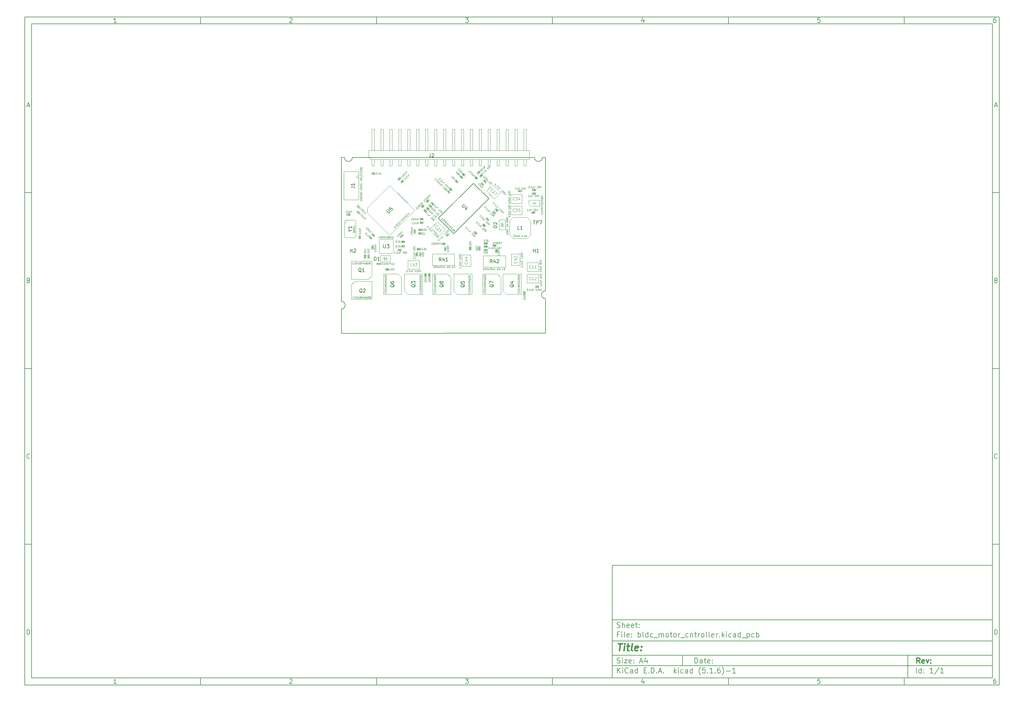
<source format=gbr>
G04 #@! TF.GenerationSoftware,KiCad,Pcbnew,(5.1.6)-1*
G04 #@! TF.CreationDate,2021-03-06T15:59:57+08:00*
G04 #@! TF.ProjectId,bldc_motor_cntroller,626c6463-5f6d-46f7-946f-725f636e7472,rev?*
G04 #@! TF.SameCoordinates,Original*
G04 #@! TF.FileFunction,Other,Fab,Top*
%FSLAX46Y46*%
G04 Gerber Fmt 4.6, Leading zero omitted, Abs format (unit mm)*
G04 Created by KiCad (PCBNEW (5.1.6)-1) date 2021-03-06 15:59:57*
%MOMM*%
%LPD*%
G01*
G04 APERTURE LIST*
%ADD10C,0.100000*%
%ADD11C,0.150000*%
%ADD12C,0.300000*%
%ADD13C,0.400000*%
%ADD14C,0.200000*%
%ADD15C,0.127000*%
%ADD16C,0.040000*%
%ADD17C,0.075000*%
%ADD18C,0.120000*%
G04 APERTURE END LIST*
D10*
D11*
X177002200Y-166007200D02*
X177002200Y-198007200D01*
X285002200Y-198007200D01*
X285002200Y-166007200D01*
X177002200Y-166007200D01*
D10*
D11*
X10000000Y-10000000D02*
X10000000Y-200007200D01*
X287002200Y-200007200D01*
X287002200Y-10000000D01*
X10000000Y-10000000D01*
D10*
D11*
X12000000Y-12000000D02*
X12000000Y-198007200D01*
X285002200Y-198007200D01*
X285002200Y-12000000D01*
X12000000Y-12000000D01*
D10*
D11*
X60000000Y-12000000D02*
X60000000Y-10000000D01*
D10*
D11*
X110000000Y-12000000D02*
X110000000Y-10000000D01*
D10*
D11*
X160000000Y-12000000D02*
X160000000Y-10000000D01*
D10*
D11*
X210000000Y-12000000D02*
X210000000Y-10000000D01*
D10*
D11*
X260000000Y-12000000D02*
X260000000Y-10000000D01*
D10*
D11*
X36065476Y-11588095D02*
X35322619Y-11588095D01*
X35694047Y-11588095D02*
X35694047Y-10288095D01*
X35570238Y-10473809D01*
X35446428Y-10597619D01*
X35322619Y-10659523D01*
D10*
D11*
X85322619Y-10411904D02*
X85384523Y-10350000D01*
X85508333Y-10288095D01*
X85817857Y-10288095D01*
X85941666Y-10350000D01*
X86003571Y-10411904D01*
X86065476Y-10535714D01*
X86065476Y-10659523D01*
X86003571Y-10845238D01*
X85260714Y-11588095D01*
X86065476Y-11588095D01*
D10*
D11*
X135260714Y-10288095D02*
X136065476Y-10288095D01*
X135632142Y-10783333D01*
X135817857Y-10783333D01*
X135941666Y-10845238D01*
X136003571Y-10907142D01*
X136065476Y-11030952D01*
X136065476Y-11340476D01*
X136003571Y-11464285D01*
X135941666Y-11526190D01*
X135817857Y-11588095D01*
X135446428Y-11588095D01*
X135322619Y-11526190D01*
X135260714Y-11464285D01*
D10*
D11*
X185941666Y-10721428D02*
X185941666Y-11588095D01*
X185632142Y-10226190D02*
X185322619Y-11154761D01*
X186127380Y-11154761D01*
D10*
D11*
X236003571Y-10288095D02*
X235384523Y-10288095D01*
X235322619Y-10907142D01*
X235384523Y-10845238D01*
X235508333Y-10783333D01*
X235817857Y-10783333D01*
X235941666Y-10845238D01*
X236003571Y-10907142D01*
X236065476Y-11030952D01*
X236065476Y-11340476D01*
X236003571Y-11464285D01*
X235941666Y-11526190D01*
X235817857Y-11588095D01*
X235508333Y-11588095D01*
X235384523Y-11526190D01*
X235322619Y-11464285D01*
D10*
D11*
X285941666Y-10288095D02*
X285694047Y-10288095D01*
X285570238Y-10350000D01*
X285508333Y-10411904D01*
X285384523Y-10597619D01*
X285322619Y-10845238D01*
X285322619Y-11340476D01*
X285384523Y-11464285D01*
X285446428Y-11526190D01*
X285570238Y-11588095D01*
X285817857Y-11588095D01*
X285941666Y-11526190D01*
X286003571Y-11464285D01*
X286065476Y-11340476D01*
X286065476Y-11030952D01*
X286003571Y-10907142D01*
X285941666Y-10845238D01*
X285817857Y-10783333D01*
X285570238Y-10783333D01*
X285446428Y-10845238D01*
X285384523Y-10907142D01*
X285322619Y-11030952D01*
D10*
D11*
X60000000Y-198007200D02*
X60000000Y-200007200D01*
D10*
D11*
X110000000Y-198007200D02*
X110000000Y-200007200D01*
D10*
D11*
X160000000Y-198007200D02*
X160000000Y-200007200D01*
D10*
D11*
X210000000Y-198007200D02*
X210000000Y-200007200D01*
D10*
D11*
X260000000Y-198007200D02*
X260000000Y-200007200D01*
D10*
D11*
X36065476Y-199595295D02*
X35322619Y-199595295D01*
X35694047Y-199595295D02*
X35694047Y-198295295D01*
X35570238Y-198481009D01*
X35446428Y-198604819D01*
X35322619Y-198666723D01*
D10*
D11*
X85322619Y-198419104D02*
X85384523Y-198357200D01*
X85508333Y-198295295D01*
X85817857Y-198295295D01*
X85941666Y-198357200D01*
X86003571Y-198419104D01*
X86065476Y-198542914D01*
X86065476Y-198666723D01*
X86003571Y-198852438D01*
X85260714Y-199595295D01*
X86065476Y-199595295D01*
D10*
D11*
X135260714Y-198295295D02*
X136065476Y-198295295D01*
X135632142Y-198790533D01*
X135817857Y-198790533D01*
X135941666Y-198852438D01*
X136003571Y-198914342D01*
X136065476Y-199038152D01*
X136065476Y-199347676D01*
X136003571Y-199471485D01*
X135941666Y-199533390D01*
X135817857Y-199595295D01*
X135446428Y-199595295D01*
X135322619Y-199533390D01*
X135260714Y-199471485D01*
D10*
D11*
X185941666Y-198728628D02*
X185941666Y-199595295D01*
X185632142Y-198233390D02*
X185322619Y-199161961D01*
X186127380Y-199161961D01*
D10*
D11*
X236003571Y-198295295D02*
X235384523Y-198295295D01*
X235322619Y-198914342D01*
X235384523Y-198852438D01*
X235508333Y-198790533D01*
X235817857Y-198790533D01*
X235941666Y-198852438D01*
X236003571Y-198914342D01*
X236065476Y-199038152D01*
X236065476Y-199347676D01*
X236003571Y-199471485D01*
X235941666Y-199533390D01*
X235817857Y-199595295D01*
X235508333Y-199595295D01*
X235384523Y-199533390D01*
X235322619Y-199471485D01*
D10*
D11*
X285941666Y-198295295D02*
X285694047Y-198295295D01*
X285570238Y-198357200D01*
X285508333Y-198419104D01*
X285384523Y-198604819D01*
X285322619Y-198852438D01*
X285322619Y-199347676D01*
X285384523Y-199471485D01*
X285446428Y-199533390D01*
X285570238Y-199595295D01*
X285817857Y-199595295D01*
X285941666Y-199533390D01*
X286003571Y-199471485D01*
X286065476Y-199347676D01*
X286065476Y-199038152D01*
X286003571Y-198914342D01*
X285941666Y-198852438D01*
X285817857Y-198790533D01*
X285570238Y-198790533D01*
X285446428Y-198852438D01*
X285384523Y-198914342D01*
X285322619Y-199038152D01*
D10*
D11*
X10000000Y-60000000D02*
X12000000Y-60000000D01*
D10*
D11*
X10000000Y-110000000D02*
X12000000Y-110000000D01*
D10*
D11*
X10000000Y-160000000D02*
X12000000Y-160000000D01*
D10*
D11*
X10690476Y-35216666D02*
X11309523Y-35216666D01*
X10566666Y-35588095D02*
X11000000Y-34288095D01*
X11433333Y-35588095D01*
D10*
D11*
X11092857Y-84907142D02*
X11278571Y-84969047D01*
X11340476Y-85030952D01*
X11402380Y-85154761D01*
X11402380Y-85340476D01*
X11340476Y-85464285D01*
X11278571Y-85526190D01*
X11154761Y-85588095D01*
X10659523Y-85588095D01*
X10659523Y-84288095D01*
X11092857Y-84288095D01*
X11216666Y-84350000D01*
X11278571Y-84411904D01*
X11340476Y-84535714D01*
X11340476Y-84659523D01*
X11278571Y-84783333D01*
X11216666Y-84845238D01*
X11092857Y-84907142D01*
X10659523Y-84907142D01*
D10*
D11*
X11402380Y-135464285D02*
X11340476Y-135526190D01*
X11154761Y-135588095D01*
X11030952Y-135588095D01*
X10845238Y-135526190D01*
X10721428Y-135402380D01*
X10659523Y-135278571D01*
X10597619Y-135030952D01*
X10597619Y-134845238D01*
X10659523Y-134597619D01*
X10721428Y-134473809D01*
X10845238Y-134350000D01*
X11030952Y-134288095D01*
X11154761Y-134288095D01*
X11340476Y-134350000D01*
X11402380Y-134411904D01*
D10*
D11*
X10659523Y-185588095D02*
X10659523Y-184288095D01*
X10969047Y-184288095D01*
X11154761Y-184350000D01*
X11278571Y-184473809D01*
X11340476Y-184597619D01*
X11402380Y-184845238D01*
X11402380Y-185030952D01*
X11340476Y-185278571D01*
X11278571Y-185402380D01*
X11154761Y-185526190D01*
X10969047Y-185588095D01*
X10659523Y-185588095D01*
D10*
D11*
X287002200Y-60000000D02*
X285002200Y-60000000D01*
D10*
D11*
X287002200Y-110000000D02*
X285002200Y-110000000D01*
D10*
D11*
X287002200Y-160000000D02*
X285002200Y-160000000D01*
D10*
D11*
X285692676Y-35216666D02*
X286311723Y-35216666D01*
X285568866Y-35588095D02*
X286002200Y-34288095D01*
X286435533Y-35588095D01*
D10*
D11*
X286095057Y-84907142D02*
X286280771Y-84969047D01*
X286342676Y-85030952D01*
X286404580Y-85154761D01*
X286404580Y-85340476D01*
X286342676Y-85464285D01*
X286280771Y-85526190D01*
X286156961Y-85588095D01*
X285661723Y-85588095D01*
X285661723Y-84288095D01*
X286095057Y-84288095D01*
X286218866Y-84350000D01*
X286280771Y-84411904D01*
X286342676Y-84535714D01*
X286342676Y-84659523D01*
X286280771Y-84783333D01*
X286218866Y-84845238D01*
X286095057Y-84907142D01*
X285661723Y-84907142D01*
D10*
D11*
X286404580Y-135464285D02*
X286342676Y-135526190D01*
X286156961Y-135588095D01*
X286033152Y-135588095D01*
X285847438Y-135526190D01*
X285723628Y-135402380D01*
X285661723Y-135278571D01*
X285599819Y-135030952D01*
X285599819Y-134845238D01*
X285661723Y-134597619D01*
X285723628Y-134473809D01*
X285847438Y-134350000D01*
X286033152Y-134288095D01*
X286156961Y-134288095D01*
X286342676Y-134350000D01*
X286404580Y-134411904D01*
D10*
D11*
X285661723Y-185588095D02*
X285661723Y-184288095D01*
X285971247Y-184288095D01*
X286156961Y-184350000D01*
X286280771Y-184473809D01*
X286342676Y-184597619D01*
X286404580Y-184845238D01*
X286404580Y-185030952D01*
X286342676Y-185278571D01*
X286280771Y-185402380D01*
X286156961Y-185526190D01*
X285971247Y-185588095D01*
X285661723Y-185588095D01*
D10*
D11*
X200434342Y-193785771D02*
X200434342Y-192285771D01*
X200791485Y-192285771D01*
X201005771Y-192357200D01*
X201148628Y-192500057D01*
X201220057Y-192642914D01*
X201291485Y-192928628D01*
X201291485Y-193142914D01*
X201220057Y-193428628D01*
X201148628Y-193571485D01*
X201005771Y-193714342D01*
X200791485Y-193785771D01*
X200434342Y-193785771D01*
X202577200Y-193785771D02*
X202577200Y-193000057D01*
X202505771Y-192857200D01*
X202362914Y-192785771D01*
X202077200Y-192785771D01*
X201934342Y-192857200D01*
X202577200Y-193714342D02*
X202434342Y-193785771D01*
X202077200Y-193785771D01*
X201934342Y-193714342D01*
X201862914Y-193571485D01*
X201862914Y-193428628D01*
X201934342Y-193285771D01*
X202077200Y-193214342D01*
X202434342Y-193214342D01*
X202577200Y-193142914D01*
X203077200Y-192785771D02*
X203648628Y-192785771D01*
X203291485Y-192285771D02*
X203291485Y-193571485D01*
X203362914Y-193714342D01*
X203505771Y-193785771D01*
X203648628Y-193785771D01*
X204720057Y-193714342D02*
X204577200Y-193785771D01*
X204291485Y-193785771D01*
X204148628Y-193714342D01*
X204077200Y-193571485D01*
X204077200Y-193000057D01*
X204148628Y-192857200D01*
X204291485Y-192785771D01*
X204577200Y-192785771D01*
X204720057Y-192857200D01*
X204791485Y-193000057D01*
X204791485Y-193142914D01*
X204077200Y-193285771D01*
X205434342Y-193642914D02*
X205505771Y-193714342D01*
X205434342Y-193785771D01*
X205362914Y-193714342D01*
X205434342Y-193642914D01*
X205434342Y-193785771D01*
X205434342Y-192857200D02*
X205505771Y-192928628D01*
X205434342Y-193000057D01*
X205362914Y-192928628D01*
X205434342Y-192857200D01*
X205434342Y-193000057D01*
D10*
D11*
X177002200Y-194507200D02*
X285002200Y-194507200D01*
D10*
D11*
X178434342Y-196585771D02*
X178434342Y-195085771D01*
X179291485Y-196585771D02*
X178648628Y-195728628D01*
X179291485Y-195085771D02*
X178434342Y-195942914D01*
X179934342Y-196585771D02*
X179934342Y-195585771D01*
X179934342Y-195085771D02*
X179862914Y-195157200D01*
X179934342Y-195228628D01*
X180005771Y-195157200D01*
X179934342Y-195085771D01*
X179934342Y-195228628D01*
X181505771Y-196442914D02*
X181434342Y-196514342D01*
X181220057Y-196585771D01*
X181077200Y-196585771D01*
X180862914Y-196514342D01*
X180720057Y-196371485D01*
X180648628Y-196228628D01*
X180577200Y-195942914D01*
X180577200Y-195728628D01*
X180648628Y-195442914D01*
X180720057Y-195300057D01*
X180862914Y-195157200D01*
X181077200Y-195085771D01*
X181220057Y-195085771D01*
X181434342Y-195157200D01*
X181505771Y-195228628D01*
X182791485Y-196585771D02*
X182791485Y-195800057D01*
X182720057Y-195657200D01*
X182577200Y-195585771D01*
X182291485Y-195585771D01*
X182148628Y-195657200D01*
X182791485Y-196514342D02*
X182648628Y-196585771D01*
X182291485Y-196585771D01*
X182148628Y-196514342D01*
X182077200Y-196371485D01*
X182077200Y-196228628D01*
X182148628Y-196085771D01*
X182291485Y-196014342D01*
X182648628Y-196014342D01*
X182791485Y-195942914D01*
X184148628Y-196585771D02*
X184148628Y-195085771D01*
X184148628Y-196514342D02*
X184005771Y-196585771D01*
X183720057Y-196585771D01*
X183577200Y-196514342D01*
X183505771Y-196442914D01*
X183434342Y-196300057D01*
X183434342Y-195871485D01*
X183505771Y-195728628D01*
X183577200Y-195657200D01*
X183720057Y-195585771D01*
X184005771Y-195585771D01*
X184148628Y-195657200D01*
X186005771Y-195800057D02*
X186505771Y-195800057D01*
X186720057Y-196585771D02*
X186005771Y-196585771D01*
X186005771Y-195085771D01*
X186720057Y-195085771D01*
X187362914Y-196442914D02*
X187434342Y-196514342D01*
X187362914Y-196585771D01*
X187291485Y-196514342D01*
X187362914Y-196442914D01*
X187362914Y-196585771D01*
X188077200Y-196585771D02*
X188077200Y-195085771D01*
X188434342Y-195085771D01*
X188648628Y-195157200D01*
X188791485Y-195300057D01*
X188862914Y-195442914D01*
X188934342Y-195728628D01*
X188934342Y-195942914D01*
X188862914Y-196228628D01*
X188791485Y-196371485D01*
X188648628Y-196514342D01*
X188434342Y-196585771D01*
X188077200Y-196585771D01*
X189577200Y-196442914D02*
X189648628Y-196514342D01*
X189577200Y-196585771D01*
X189505771Y-196514342D01*
X189577200Y-196442914D01*
X189577200Y-196585771D01*
X190220057Y-196157200D02*
X190934342Y-196157200D01*
X190077200Y-196585771D02*
X190577200Y-195085771D01*
X191077200Y-196585771D01*
X191577200Y-196442914D02*
X191648628Y-196514342D01*
X191577200Y-196585771D01*
X191505771Y-196514342D01*
X191577200Y-196442914D01*
X191577200Y-196585771D01*
X194577200Y-196585771D02*
X194577200Y-195085771D01*
X194720057Y-196014342D02*
X195148628Y-196585771D01*
X195148628Y-195585771D02*
X194577200Y-196157200D01*
X195791485Y-196585771D02*
X195791485Y-195585771D01*
X195791485Y-195085771D02*
X195720057Y-195157200D01*
X195791485Y-195228628D01*
X195862914Y-195157200D01*
X195791485Y-195085771D01*
X195791485Y-195228628D01*
X197148628Y-196514342D02*
X197005771Y-196585771D01*
X196720057Y-196585771D01*
X196577200Y-196514342D01*
X196505771Y-196442914D01*
X196434342Y-196300057D01*
X196434342Y-195871485D01*
X196505771Y-195728628D01*
X196577200Y-195657200D01*
X196720057Y-195585771D01*
X197005771Y-195585771D01*
X197148628Y-195657200D01*
X198434342Y-196585771D02*
X198434342Y-195800057D01*
X198362914Y-195657200D01*
X198220057Y-195585771D01*
X197934342Y-195585771D01*
X197791485Y-195657200D01*
X198434342Y-196514342D02*
X198291485Y-196585771D01*
X197934342Y-196585771D01*
X197791485Y-196514342D01*
X197720057Y-196371485D01*
X197720057Y-196228628D01*
X197791485Y-196085771D01*
X197934342Y-196014342D01*
X198291485Y-196014342D01*
X198434342Y-195942914D01*
X199791485Y-196585771D02*
X199791485Y-195085771D01*
X199791485Y-196514342D02*
X199648628Y-196585771D01*
X199362914Y-196585771D01*
X199220057Y-196514342D01*
X199148628Y-196442914D01*
X199077200Y-196300057D01*
X199077200Y-195871485D01*
X199148628Y-195728628D01*
X199220057Y-195657200D01*
X199362914Y-195585771D01*
X199648628Y-195585771D01*
X199791485Y-195657200D01*
X202077200Y-197157200D02*
X202005771Y-197085771D01*
X201862914Y-196871485D01*
X201791485Y-196728628D01*
X201720057Y-196514342D01*
X201648628Y-196157200D01*
X201648628Y-195871485D01*
X201720057Y-195514342D01*
X201791485Y-195300057D01*
X201862914Y-195157200D01*
X202005771Y-194942914D01*
X202077200Y-194871485D01*
X203362914Y-195085771D02*
X202648628Y-195085771D01*
X202577200Y-195800057D01*
X202648628Y-195728628D01*
X202791485Y-195657200D01*
X203148628Y-195657200D01*
X203291485Y-195728628D01*
X203362914Y-195800057D01*
X203434342Y-195942914D01*
X203434342Y-196300057D01*
X203362914Y-196442914D01*
X203291485Y-196514342D01*
X203148628Y-196585771D01*
X202791485Y-196585771D01*
X202648628Y-196514342D01*
X202577200Y-196442914D01*
X204077200Y-196442914D02*
X204148628Y-196514342D01*
X204077200Y-196585771D01*
X204005771Y-196514342D01*
X204077200Y-196442914D01*
X204077200Y-196585771D01*
X205577200Y-196585771D02*
X204720057Y-196585771D01*
X205148628Y-196585771D02*
X205148628Y-195085771D01*
X205005771Y-195300057D01*
X204862914Y-195442914D01*
X204720057Y-195514342D01*
X206220057Y-196442914D02*
X206291485Y-196514342D01*
X206220057Y-196585771D01*
X206148628Y-196514342D01*
X206220057Y-196442914D01*
X206220057Y-196585771D01*
X207577200Y-195085771D02*
X207291485Y-195085771D01*
X207148628Y-195157200D01*
X207077200Y-195228628D01*
X206934342Y-195442914D01*
X206862914Y-195728628D01*
X206862914Y-196300057D01*
X206934342Y-196442914D01*
X207005771Y-196514342D01*
X207148628Y-196585771D01*
X207434342Y-196585771D01*
X207577200Y-196514342D01*
X207648628Y-196442914D01*
X207720057Y-196300057D01*
X207720057Y-195942914D01*
X207648628Y-195800057D01*
X207577200Y-195728628D01*
X207434342Y-195657200D01*
X207148628Y-195657200D01*
X207005771Y-195728628D01*
X206934342Y-195800057D01*
X206862914Y-195942914D01*
X208220057Y-197157200D02*
X208291485Y-197085771D01*
X208434342Y-196871485D01*
X208505771Y-196728628D01*
X208577200Y-196514342D01*
X208648628Y-196157200D01*
X208648628Y-195871485D01*
X208577200Y-195514342D01*
X208505771Y-195300057D01*
X208434342Y-195157200D01*
X208291485Y-194942914D01*
X208220057Y-194871485D01*
X209362914Y-196014342D02*
X210505771Y-196014342D01*
X212005771Y-196585771D02*
X211148628Y-196585771D01*
X211577200Y-196585771D02*
X211577200Y-195085771D01*
X211434342Y-195300057D01*
X211291485Y-195442914D01*
X211148628Y-195514342D01*
D10*
D11*
X177002200Y-191507200D02*
X285002200Y-191507200D01*
D10*
D12*
X264411485Y-193785771D02*
X263911485Y-193071485D01*
X263554342Y-193785771D02*
X263554342Y-192285771D01*
X264125771Y-192285771D01*
X264268628Y-192357200D01*
X264340057Y-192428628D01*
X264411485Y-192571485D01*
X264411485Y-192785771D01*
X264340057Y-192928628D01*
X264268628Y-193000057D01*
X264125771Y-193071485D01*
X263554342Y-193071485D01*
X265625771Y-193714342D02*
X265482914Y-193785771D01*
X265197200Y-193785771D01*
X265054342Y-193714342D01*
X264982914Y-193571485D01*
X264982914Y-193000057D01*
X265054342Y-192857200D01*
X265197200Y-192785771D01*
X265482914Y-192785771D01*
X265625771Y-192857200D01*
X265697200Y-193000057D01*
X265697200Y-193142914D01*
X264982914Y-193285771D01*
X266197200Y-192785771D02*
X266554342Y-193785771D01*
X266911485Y-192785771D01*
X267482914Y-193642914D02*
X267554342Y-193714342D01*
X267482914Y-193785771D01*
X267411485Y-193714342D01*
X267482914Y-193642914D01*
X267482914Y-193785771D01*
X267482914Y-192857200D02*
X267554342Y-192928628D01*
X267482914Y-193000057D01*
X267411485Y-192928628D01*
X267482914Y-192857200D01*
X267482914Y-193000057D01*
D10*
D11*
X178362914Y-193714342D02*
X178577200Y-193785771D01*
X178934342Y-193785771D01*
X179077200Y-193714342D01*
X179148628Y-193642914D01*
X179220057Y-193500057D01*
X179220057Y-193357200D01*
X179148628Y-193214342D01*
X179077200Y-193142914D01*
X178934342Y-193071485D01*
X178648628Y-193000057D01*
X178505771Y-192928628D01*
X178434342Y-192857200D01*
X178362914Y-192714342D01*
X178362914Y-192571485D01*
X178434342Y-192428628D01*
X178505771Y-192357200D01*
X178648628Y-192285771D01*
X179005771Y-192285771D01*
X179220057Y-192357200D01*
X179862914Y-193785771D02*
X179862914Y-192785771D01*
X179862914Y-192285771D02*
X179791485Y-192357200D01*
X179862914Y-192428628D01*
X179934342Y-192357200D01*
X179862914Y-192285771D01*
X179862914Y-192428628D01*
X180434342Y-192785771D02*
X181220057Y-192785771D01*
X180434342Y-193785771D01*
X181220057Y-193785771D01*
X182362914Y-193714342D02*
X182220057Y-193785771D01*
X181934342Y-193785771D01*
X181791485Y-193714342D01*
X181720057Y-193571485D01*
X181720057Y-193000057D01*
X181791485Y-192857200D01*
X181934342Y-192785771D01*
X182220057Y-192785771D01*
X182362914Y-192857200D01*
X182434342Y-193000057D01*
X182434342Y-193142914D01*
X181720057Y-193285771D01*
X183077200Y-193642914D02*
X183148628Y-193714342D01*
X183077200Y-193785771D01*
X183005771Y-193714342D01*
X183077200Y-193642914D01*
X183077200Y-193785771D01*
X183077200Y-192857200D02*
X183148628Y-192928628D01*
X183077200Y-193000057D01*
X183005771Y-192928628D01*
X183077200Y-192857200D01*
X183077200Y-193000057D01*
X184862914Y-193357200D02*
X185577200Y-193357200D01*
X184720057Y-193785771D02*
X185220057Y-192285771D01*
X185720057Y-193785771D01*
X186862914Y-192785771D02*
X186862914Y-193785771D01*
X186505771Y-192214342D02*
X186148628Y-193285771D01*
X187077200Y-193285771D01*
D10*
D11*
X263434342Y-196585771D02*
X263434342Y-195085771D01*
X264791485Y-196585771D02*
X264791485Y-195085771D01*
X264791485Y-196514342D02*
X264648628Y-196585771D01*
X264362914Y-196585771D01*
X264220057Y-196514342D01*
X264148628Y-196442914D01*
X264077200Y-196300057D01*
X264077200Y-195871485D01*
X264148628Y-195728628D01*
X264220057Y-195657200D01*
X264362914Y-195585771D01*
X264648628Y-195585771D01*
X264791485Y-195657200D01*
X265505771Y-196442914D02*
X265577200Y-196514342D01*
X265505771Y-196585771D01*
X265434342Y-196514342D01*
X265505771Y-196442914D01*
X265505771Y-196585771D01*
X265505771Y-195657200D02*
X265577200Y-195728628D01*
X265505771Y-195800057D01*
X265434342Y-195728628D01*
X265505771Y-195657200D01*
X265505771Y-195800057D01*
X268148628Y-196585771D02*
X267291485Y-196585771D01*
X267720057Y-196585771D02*
X267720057Y-195085771D01*
X267577200Y-195300057D01*
X267434342Y-195442914D01*
X267291485Y-195514342D01*
X269862914Y-195014342D02*
X268577200Y-196942914D01*
X271148628Y-196585771D02*
X270291485Y-196585771D01*
X270720057Y-196585771D02*
X270720057Y-195085771D01*
X270577200Y-195300057D01*
X270434342Y-195442914D01*
X270291485Y-195514342D01*
D10*
D11*
X177002200Y-187507200D02*
X285002200Y-187507200D01*
D10*
D13*
X178714580Y-188211961D02*
X179857438Y-188211961D01*
X179036009Y-190211961D02*
X179286009Y-188211961D01*
X180274104Y-190211961D02*
X180440771Y-188878628D01*
X180524104Y-188211961D02*
X180416961Y-188307200D01*
X180500295Y-188402438D01*
X180607438Y-188307200D01*
X180524104Y-188211961D01*
X180500295Y-188402438D01*
X181107438Y-188878628D02*
X181869342Y-188878628D01*
X181476485Y-188211961D02*
X181262200Y-189926247D01*
X181333628Y-190116723D01*
X181512200Y-190211961D01*
X181702676Y-190211961D01*
X182655057Y-190211961D02*
X182476485Y-190116723D01*
X182405057Y-189926247D01*
X182619342Y-188211961D01*
X184190771Y-190116723D02*
X183988390Y-190211961D01*
X183607438Y-190211961D01*
X183428866Y-190116723D01*
X183357438Y-189926247D01*
X183452676Y-189164342D01*
X183571723Y-188973866D01*
X183774104Y-188878628D01*
X184155057Y-188878628D01*
X184333628Y-188973866D01*
X184405057Y-189164342D01*
X184381247Y-189354819D01*
X183405057Y-189545295D01*
X185155057Y-190021485D02*
X185238390Y-190116723D01*
X185131247Y-190211961D01*
X185047914Y-190116723D01*
X185155057Y-190021485D01*
X185131247Y-190211961D01*
X185286009Y-188973866D02*
X185369342Y-189069104D01*
X185262200Y-189164342D01*
X185178866Y-189069104D01*
X185286009Y-188973866D01*
X185262200Y-189164342D01*
D10*
D11*
X178934342Y-185600057D02*
X178434342Y-185600057D01*
X178434342Y-186385771D02*
X178434342Y-184885771D01*
X179148628Y-184885771D01*
X179720057Y-186385771D02*
X179720057Y-185385771D01*
X179720057Y-184885771D02*
X179648628Y-184957200D01*
X179720057Y-185028628D01*
X179791485Y-184957200D01*
X179720057Y-184885771D01*
X179720057Y-185028628D01*
X180648628Y-186385771D02*
X180505771Y-186314342D01*
X180434342Y-186171485D01*
X180434342Y-184885771D01*
X181791485Y-186314342D02*
X181648628Y-186385771D01*
X181362914Y-186385771D01*
X181220057Y-186314342D01*
X181148628Y-186171485D01*
X181148628Y-185600057D01*
X181220057Y-185457200D01*
X181362914Y-185385771D01*
X181648628Y-185385771D01*
X181791485Y-185457200D01*
X181862914Y-185600057D01*
X181862914Y-185742914D01*
X181148628Y-185885771D01*
X182505771Y-186242914D02*
X182577200Y-186314342D01*
X182505771Y-186385771D01*
X182434342Y-186314342D01*
X182505771Y-186242914D01*
X182505771Y-186385771D01*
X182505771Y-185457200D02*
X182577200Y-185528628D01*
X182505771Y-185600057D01*
X182434342Y-185528628D01*
X182505771Y-185457200D01*
X182505771Y-185600057D01*
X184362914Y-186385771D02*
X184362914Y-184885771D01*
X184362914Y-185457200D02*
X184505771Y-185385771D01*
X184791485Y-185385771D01*
X184934342Y-185457200D01*
X185005771Y-185528628D01*
X185077200Y-185671485D01*
X185077200Y-186100057D01*
X185005771Y-186242914D01*
X184934342Y-186314342D01*
X184791485Y-186385771D01*
X184505771Y-186385771D01*
X184362914Y-186314342D01*
X185934342Y-186385771D02*
X185791485Y-186314342D01*
X185720057Y-186171485D01*
X185720057Y-184885771D01*
X187148628Y-186385771D02*
X187148628Y-184885771D01*
X187148628Y-186314342D02*
X187005771Y-186385771D01*
X186720057Y-186385771D01*
X186577200Y-186314342D01*
X186505771Y-186242914D01*
X186434342Y-186100057D01*
X186434342Y-185671485D01*
X186505771Y-185528628D01*
X186577200Y-185457200D01*
X186720057Y-185385771D01*
X187005771Y-185385771D01*
X187148628Y-185457200D01*
X188505771Y-186314342D02*
X188362914Y-186385771D01*
X188077200Y-186385771D01*
X187934342Y-186314342D01*
X187862914Y-186242914D01*
X187791485Y-186100057D01*
X187791485Y-185671485D01*
X187862914Y-185528628D01*
X187934342Y-185457200D01*
X188077200Y-185385771D01*
X188362914Y-185385771D01*
X188505771Y-185457200D01*
X188791485Y-186528628D02*
X189934342Y-186528628D01*
X190291485Y-186385771D02*
X190291485Y-185385771D01*
X190291485Y-185528628D02*
X190362914Y-185457200D01*
X190505771Y-185385771D01*
X190720057Y-185385771D01*
X190862914Y-185457200D01*
X190934342Y-185600057D01*
X190934342Y-186385771D01*
X190934342Y-185600057D02*
X191005771Y-185457200D01*
X191148628Y-185385771D01*
X191362914Y-185385771D01*
X191505771Y-185457200D01*
X191577200Y-185600057D01*
X191577200Y-186385771D01*
X192505771Y-186385771D02*
X192362914Y-186314342D01*
X192291485Y-186242914D01*
X192220057Y-186100057D01*
X192220057Y-185671485D01*
X192291485Y-185528628D01*
X192362914Y-185457200D01*
X192505771Y-185385771D01*
X192720057Y-185385771D01*
X192862914Y-185457200D01*
X192934342Y-185528628D01*
X193005771Y-185671485D01*
X193005771Y-186100057D01*
X192934342Y-186242914D01*
X192862914Y-186314342D01*
X192720057Y-186385771D01*
X192505771Y-186385771D01*
X193434342Y-185385771D02*
X194005771Y-185385771D01*
X193648628Y-184885771D02*
X193648628Y-186171485D01*
X193720057Y-186314342D01*
X193862914Y-186385771D01*
X194005771Y-186385771D01*
X194720057Y-186385771D02*
X194577200Y-186314342D01*
X194505771Y-186242914D01*
X194434342Y-186100057D01*
X194434342Y-185671485D01*
X194505771Y-185528628D01*
X194577200Y-185457200D01*
X194720057Y-185385771D01*
X194934342Y-185385771D01*
X195077200Y-185457200D01*
X195148628Y-185528628D01*
X195220057Y-185671485D01*
X195220057Y-186100057D01*
X195148628Y-186242914D01*
X195077200Y-186314342D01*
X194934342Y-186385771D01*
X194720057Y-186385771D01*
X195862914Y-186385771D02*
X195862914Y-185385771D01*
X195862914Y-185671485D02*
X195934342Y-185528628D01*
X196005771Y-185457200D01*
X196148628Y-185385771D01*
X196291485Y-185385771D01*
X196434342Y-186528628D02*
X197577200Y-186528628D01*
X198577200Y-186314342D02*
X198434342Y-186385771D01*
X198148628Y-186385771D01*
X198005771Y-186314342D01*
X197934342Y-186242914D01*
X197862914Y-186100057D01*
X197862914Y-185671485D01*
X197934342Y-185528628D01*
X198005771Y-185457200D01*
X198148628Y-185385771D01*
X198434342Y-185385771D01*
X198577200Y-185457200D01*
X199220057Y-185385771D02*
X199220057Y-186385771D01*
X199220057Y-185528628D02*
X199291485Y-185457200D01*
X199434342Y-185385771D01*
X199648628Y-185385771D01*
X199791485Y-185457200D01*
X199862914Y-185600057D01*
X199862914Y-186385771D01*
X200362914Y-185385771D02*
X200934342Y-185385771D01*
X200577200Y-184885771D02*
X200577200Y-186171485D01*
X200648628Y-186314342D01*
X200791485Y-186385771D01*
X200934342Y-186385771D01*
X201434342Y-186385771D02*
X201434342Y-185385771D01*
X201434342Y-185671485D02*
X201505771Y-185528628D01*
X201577200Y-185457200D01*
X201720057Y-185385771D01*
X201862914Y-185385771D01*
X202577200Y-186385771D02*
X202434342Y-186314342D01*
X202362914Y-186242914D01*
X202291485Y-186100057D01*
X202291485Y-185671485D01*
X202362914Y-185528628D01*
X202434342Y-185457200D01*
X202577200Y-185385771D01*
X202791485Y-185385771D01*
X202934342Y-185457200D01*
X203005771Y-185528628D01*
X203077200Y-185671485D01*
X203077200Y-186100057D01*
X203005771Y-186242914D01*
X202934342Y-186314342D01*
X202791485Y-186385771D01*
X202577200Y-186385771D01*
X203934342Y-186385771D02*
X203791485Y-186314342D01*
X203720057Y-186171485D01*
X203720057Y-184885771D01*
X204720057Y-186385771D02*
X204577200Y-186314342D01*
X204505771Y-186171485D01*
X204505771Y-184885771D01*
X205862914Y-186314342D02*
X205720057Y-186385771D01*
X205434342Y-186385771D01*
X205291485Y-186314342D01*
X205220057Y-186171485D01*
X205220057Y-185600057D01*
X205291485Y-185457200D01*
X205434342Y-185385771D01*
X205720057Y-185385771D01*
X205862914Y-185457200D01*
X205934342Y-185600057D01*
X205934342Y-185742914D01*
X205220057Y-185885771D01*
X206577200Y-186385771D02*
X206577200Y-185385771D01*
X206577200Y-185671485D02*
X206648628Y-185528628D01*
X206720057Y-185457200D01*
X206862914Y-185385771D01*
X207005771Y-185385771D01*
X207505771Y-186242914D02*
X207577200Y-186314342D01*
X207505771Y-186385771D01*
X207434342Y-186314342D01*
X207505771Y-186242914D01*
X207505771Y-186385771D01*
X208220057Y-186385771D02*
X208220057Y-184885771D01*
X208362914Y-185814342D02*
X208791485Y-186385771D01*
X208791485Y-185385771D02*
X208220057Y-185957200D01*
X209434342Y-186385771D02*
X209434342Y-185385771D01*
X209434342Y-184885771D02*
X209362914Y-184957200D01*
X209434342Y-185028628D01*
X209505771Y-184957200D01*
X209434342Y-184885771D01*
X209434342Y-185028628D01*
X210791485Y-186314342D02*
X210648628Y-186385771D01*
X210362914Y-186385771D01*
X210220057Y-186314342D01*
X210148628Y-186242914D01*
X210077200Y-186100057D01*
X210077200Y-185671485D01*
X210148628Y-185528628D01*
X210220057Y-185457200D01*
X210362914Y-185385771D01*
X210648628Y-185385771D01*
X210791485Y-185457200D01*
X212077200Y-186385771D02*
X212077200Y-185600057D01*
X212005771Y-185457200D01*
X211862914Y-185385771D01*
X211577200Y-185385771D01*
X211434342Y-185457200D01*
X212077200Y-186314342D02*
X211934342Y-186385771D01*
X211577200Y-186385771D01*
X211434342Y-186314342D01*
X211362914Y-186171485D01*
X211362914Y-186028628D01*
X211434342Y-185885771D01*
X211577200Y-185814342D01*
X211934342Y-185814342D01*
X212077200Y-185742914D01*
X213434342Y-186385771D02*
X213434342Y-184885771D01*
X213434342Y-186314342D02*
X213291485Y-186385771D01*
X213005771Y-186385771D01*
X212862914Y-186314342D01*
X212791485Y-186242914D01*
X212720057Y-186100057D01*
X212720057Y-185671485D01*
X212791485Y-185528628D01*
X212862914Y-185457200D01*
X213005771Y-185385771D01*
X213291485Y-185385771D01*
X213434342Y-185457200D01*
X213791485Y-186528628D02*
X214934342Y-186528628D01*
X215291485Y-185385771D02*
X215291485Y-186885771D01*
X215291485Y-185457200D02*
X215434342Y-185385771D01*
X215720057Y-185385771D01*
X215862914Y-185457200D01*
X215934342Y-185528628D01*
X216005771Y-185671485D01*
X216005771Y-186100057D01*
X215934342Y-186242914D01*
X215862914Y-186314342D01*
X215720057Y-186385771D01*
X215434342Y-186385771D01*
X215291485Y-186314342D01*
X217291485Y-186314342D02*
X217148628Y-186385771D01*
X216862914Y-186385771D01*
X216720057Y-186314342D01*
X216648628Y-186242914D01*
X216577200Y-186100057D01*
X216577200Y-185671485D01*
X216648628Y-185528628D01*
X216720057Y-185457200D01*
X216862914Y-185385771D01*
X217148628Y-185385771D01*
X217291485Y-185457200D01*
X217934342Y-186385771D02*
X217934342Y-184885771D01*
X217934342Y-185457200D02*
X218077200Y-185385771D01*
X218362914Y-185385771D01*
X218505771Y-185457200D01*
X218577200Y-185528628D01*
X218648628Y-185671485D01*
X218648628Y-186100057D01*
X218577200Y-186242914D01*
X218505771Y-186314342D01*
X218362914Y-186385771D01*
X218077200Y-186385771D01*
X217934342Y-186314342D01*
D10*
D11*
X177002200Y-181507200D02*
X285002200Y-181507200D01*
D10*
D11*
X178362914Y-183614342D02*
X178577200Y-183685771D01*
X178934342Y-183685771D01*
X179077200Y-183614342D01*
X179148628Y-183542914D01*
X179220057Y-183400057D01*
X179220057Y-183257200D01*
X179148628Y-183114342D01*
X179077200Y-183042914D01*
X178934342Y-182971485D01*
X178648628Y-182900057D01*
X178505771Y-182828628D01*
X178434342Y-182757200D01*
X178362914Y-182614342D01*
X178362914Y-182471485D01*
X178434342Y-182328628D01*
X178505771Y-182257200D01*
X178648628Y-182185771D01*
X179005771Y-182185771D01*
X179220057Y-182257200D01*
X179862914Y-183685771D02*
X179862914Y-182185771D01*
X180505771Y-183685771D02*
X180505771Y-182900057D01*
X180434342Y-182757200D01*
X180291485Y-182685771D01*
X180077200Y-182685771D01*
X179934342Y-182757200D01*
X179862914Y-182828628D01*
X181791485Y-183614342D02*
X181648628Y-183685771D01*
X181362914Y-183685771D01*
X181220057Y-183614342D01*
X181148628Y-183471485D01*
X181148628Y-182900057D01*
X181220057Y-182757200D01*
X181362914Y-182685771D01*
X181648628Y-182685771D01*
X181791485Y-182757200D01*
X181862914Y-182900057D01*
X181862914Y-183042914D01*
X181148628Y-183185771D01*
X183077200Y-183614342D02*
X182934342Y-183685771D01*
X182648628Y-183685771D01*
X182505771Y-183614342D01*
X182434342Y-183471485D01*
X182434342Y-182900057D01*
X182505771Y-182757200D01*
X182648628Y-182685771D01*
X182934342Y-182685771D01*
X183077200Y-182757200D01*
X183148628Y-182900057D01*
X183148628Y-183042914D01*
X182434342Y-183185771D01*
X183577200Y-182685771D02*
X184148628Y-182685771D01*
X183791485Y-182185771D02*
X183791485Y-183471485D01*
X183862914Y-183614342D01*
X184005771Y-183685771D01*
X184148628Y-183685771D01*
X184648628Y-183542914D02*
X184720057Y-183614342D01*
X184648628Y-183685771D01*
X184577200Y-183614342D01*
X184648628Y-183542914D01*
X184648628Y-183685771D01*
X184648628Y-182757200D02*
X184720057Y-182828628D01*
X184648628Y-182900057D01*
X184577200Y-182828628D01*
X184648628Y-182757200D01*
X184648628Y-182900057D01*
D10*
D11*
X197002200Y-191507200D02*
X197002200Y-194507200D01*
D10*
D11*
X261002200Y-191507200D02*
X261002200Y-198007200D01*
D14*
X157100000Y-50000000D02*
G75*
G02*
X154900000Y-50000000I-1100000J0D01*
G01*
X158000000Y-90100000D02*
G75*
G02*
X158000000Y-87900000I0J1100000D01*
G01*
X100000000Y-90900000D02*
G75*
G02*
X100000000Y-93100000I0J-1100000D01*
G01*
X103100000Y-50000000D02*
G75*
G02*
X100900000Y-50000000I-1100000J0D01*
G01*
X154900000Y-50000000D02*
X103100000Y-50000000D01*
X158000000Y-50000000D02*
X157100000Y-50000000D01*
X158000000Y-87900000D02*
X158000000Y-50000000D01*
X158000000Y-99900000D02*
X158000000Y-90100000D01*
X100000000Y-100000000D02*
X158000000Y-99900000D01*
X100000000Y-93100000D02*
X100000000Y-100000000D01*
X100000000Y-50000000D02*
X100000000Y-90900000D01*
X100000000Y-50000000D02*
X100900000Y-50000000D01*
D15*
X137543072Y-57322866D02*
X141927134Y-61706928D01*
X127572866Y-67293072D02*
X131956928Y-71677134D01*
X137543072Y-57322866D02*
X127572866Y-67293072D01*
X141927134Y-61706928D02*
X131956928Y-71677134D01*
D10*
X104975000Y-54000000D02*
X104975000Y-62000000D01*
X100725000Y-54000000D02*
X100725000Y-62000000D01*
X104975000Y-54000000D02*
X100725000Y-54000000D01*
X104975000Y-62000000D02*
X100725000Y-62000000D01*
X104975000Y-55000000D02*
X104267893Y-55500000D01*
X104267893Y-55500000D02*
X104975000Y-56000000D01*
X107730000Y-49865000D02*
X107730000Y-47960000D01*
X107730000Y-47960000D02*
X153450000Y-47960000D01*
X153450000Y-47960000D02*
X153450000Y-50500000D01*
X153450000Y-50500000D02*
X108365000Y-50500000D01*
X108365000Y-50500000D02*
X107730000Y-49865000D01*
X108680000Y-52320000D02*
X108680000Y-50500000D01*
X108680000Y-52320000D02*
X109320000Y-52320000D01*
X109320000Y-52320000D02*
X109320000Y-50500000D01*
X108680000Y-47960000D02*
X108680000Y-41960000D01*
X108680000Y-41960000D02*
X109320000Y-41960000D01*
X109320000Y-47960000D02*
X109320000Y-41960000D01*
X111220000Y-52320000D02*
X111220000Y-50500000D01*
X111220000Y-52320000D02*
X111860000Y-52320000D01*
X111860000Y-52320000D02*
X111860000Y-50500000D01*
X111220000Y-47960000D02*
X111220000Y-41960000D01*
X111220000Y-41960000D02*
X111860000Y-41960000D01*
X111860000Y-47960000D02*
X111860000Y-41960000D01*
X113760000Y-52320000D02*
X113760000Y-50500000D01*
X113760000Y-52320000D02*
X114400000Y-52320000D01*
X114400000Y-52320000D02*
X114400000Y-50500000D01*
X113760000Y-47960000D02*
X113760000Y-41960000D01*
X113760000Y-41960000D02*
X114400000Y-41960000D01*
X114400000Y-47960000D02*
X114400000Y-41960000D01*
X116300000Y-52320000D02*
X116300000Y-50500000D01*
X116300000Y-52320000D02*
X116940000Y-52320000D01*
X116940000Y-52320000D02*
X116940000Y-50500000D01*
X116300000Y-47960000D02*
X116300000Y-41960000D01*
X116300000Y-41960000D02*
X116940000Y-41960000D01*
X116940000Y-47960000D02*
X116940000Y-41960000D01*
X118840000Y-52320000D02*
X118840000Y-50500000D01*
X118840000Y-52320000D02*
X119480000Y-52320000D01*
X119480000Y-52320000D02*
X119480000Y-50500000D01*
X118840000Y-47960000D02*
X118840000Y-41960000D01*
X118840000Y-41960000D02*
X119480000Y-41960000D01*
X119480000Y-47960000D02*
X119480000Y-41960000D01*
X121380000Y-52320000D02*
X121380000Y-50500000D01*
X121380000Y-52320000D02*
X122020000Y-52320000D01*
X122020000Y-52320000D02*
X122020000Y-50500000D01*
X121380000Y-47960000D02*
X121380000Y-41960000D01*
X121380000Y-41960000D02*
X122020000Y-41960000D01*
X122020000Y-47960000D02*
X122020000Y-41960000D01*
X123920000Y-52320000D02*
X123920000Y-50500000D01*
X123920000Y-52320000D02*
X124560000Y-52320000D01*
X124560000Y-52320000D02*
X124560000Y-50500000D01*
X123920000Y-47960000D02*
X123920000Y-41960000D01*
X123920000Y-41960000D02*
X124560000Y-41960000D01*
X124560000Y-47960000D02*
X124560000Y-41960000D01*
X126460000Y-52320000D02*
X126460000Y-50500000D01*
X126460000Y-52320000D02*
X127100000Y-52320000D01*
X127100000Y-52320000D02*
X127100000Y-50500000D01*
X126460000Y-47960000D02*
X126460000Y-41960000D01*
X126460000Y-41960000D02*
X127100000Y-41960000D01*
X127100000Y-47960000D02*
X127100000Y-41960000D01*
X129000000Y-52320000D02*
X129000000Y-50500000D01*
X129000000Y-52320000D02*
X129640000Y-52320000D01*
X129640000Y-52320000D02*
X129640000Y-50500000D01*
X129000000Y-47960000D02*
X129000000Y-41960000D01*
X129000000Y-41960000D02*
X129640000Y-41960000D01*
X129640000Y-47960000D02*
X129640000Y-41960000D01*
X131540000Y-52320000D02*
X131540000Y-50500000D01*
X131540000Y-52320000D02*
X132180000Y-52320000D01*
X132180000Y-52320000D02*
X132180000Y-50500000D01*
X131540000Y-47960000D02*
X131540000Y-41960000D01*
X131540000Y-41960000D02*
X132180000Y-41960000D01*
X132180000Y-47960000D02*
X132180000Y-41960000D01*
X134080000Y-52320000D02*
X134080000Y-50500000D01*
X134080000Y-52320000D02*
X134720000Y-52320000D01*
X134720000Y-52320000D02*
X134720000Y-50500000D01*
X134080000Y-47960000D02*
X134080000Y-41960000D01*
X134080000Y-41960000D02*
X134720000Y-41960000D01*
X134720000Y-47960000D02*
X134720000Y-41960000D01*
X136620000Y-52320000D02*
X136620000Y-50500000D01*
X136620000Y-52320000D02*
X137260000Y-52320000D01*
X137260000Y-52320000D02*
X137260000Y-50500000D01*
X136620000Y-47960000D02*
X136620000Y-41960000D01*
X136620000Y-41960000D02*
X137260000Y-41960000D01*
X137260000Y-47960000D02*
X137260000Y-41960000D01*
X139160000Y-52320000D02*
X139160000Y-50500000D01*
X139160000Y-52320000D02*
X139800000Y-52320000D01*
X139800000Y-52320000D02*
X139800000Y-50500000D01*
X139160000Y-47960000D02*
X139160000Y-41960000D01*
X139160000Y-41960000D02*
X139800000Y-41960000D01*
X139800000Y-47960000D02*
X139800000Y-41960000D01*
X141700000Y-52320000D02*
X141700000Y-50500000D01*
X141700000Y-52320000D02*
X142340000Y-52320000D01*
X142340000Y-52320000D02*
X142340000Y-50500000D01*
X141700000Y-47960000D02*
X141700000Y-41960000D01*
X141700000Y-41960000D02*
X142340000Y-41960000D01*
X142340000Y-47960000D02*
X142340000Y-41960000D01*
X144240000Y-52320000D02*
X144240000Y-50500000D01*
X144240000Y-52320000D02*
X144880000Y-52320000D01*
X144880000Y-52320000D02*
X144880000Y-50500000D01*
X144240000Y-47960000D02*
X144240000Y-41960000D01*
X144240000Y-41960000D02*
X144880000Y-41960000D01*
X144880000Y-47960000D02*
X144880000Y-41960000D01*
X146780000Y-52320000D02*
X146780000Y-50500000D01*
X146780000Y-52320000D02*
X147420000Y-52320000D01*
X147420000Y-52320000D02*
X147420000Y-50500000D01*
X146780000Y-47960000D02*
X146780000Y-41960000D01*
X146780000Y-41960000D02*
X147420000Y-41960000D01*
X147420000Y-47960000D02*
X147420000Y-41960000D01*
X149320000Y-52320000D02*
X149320000Y-50500000D01*
X149320000Y-52320000D02*
X149960000Y-52320000D01*
X149960000Y-52320000D02*
X149960000Y-50500000D01*
X149320000Y-47960000D02*
X149320000Y-41960000D01*
X149320000Y-41960000D02*
X149960000Y-41960000D01*
X149960000Y-47960000D02*
X149960000Y-41960000D01*
X151860000Y-52320000D02*
X151860000Y-50500000D01*
X151860000Y-52320000D02*
X152500000Y-52320000D01*
X152500000Y-52320000D02*
X152500000Y-50500000D01*
X151860000Y-47960000D02*
X151860000Y-41960000D01*
X151860000Y-41960000D02*
X152500000Y-41960000D01*
X152500000Y-47960000D02*
X152500000Y-41960000D01*
X145700000Y-68850000D02*
X145700000Y-68350000D01*
X146100000Y-68850000D02*
X145700000Y-69450000D01*
X145300000Y-68850000D02*
X146100000Y-68850000D01*
X145700000Y-69450000D02*
X145300000Y-68850000D01*
X145700000Y-69450000D02*
X146250000Y-69450000D01*
X145700000Y-69450000D02*
X145150000Y-69450000D01*
X145700000Y-69850000D02*
X145700000Y-69450000D01*
X146600000Y-70500000D02*
X144800000Y-70500000D01*
X146600000Y-67700000D02*
X146600000Y-70500000D01*
X144800000Y-67700000D02*
X146600000Y-67700000D01*
X144800000Y-70500000D02*
X144800000Y-67700000D01*
X147750000Y-70000000D02*
X147750000Y-68000000D01*
X147750000Y-68000000D02*
X148750000Y-67000000D01*
X148750000Y-67000000D02*
X150750000Y-67000000D01*
X153750000Y-70000000D02*
X153750000Y-68000000D01*
X153750000Y-68000000D02*
X152750000Y-67000000D01*
X152750000Y-67000000D02*
X150750000Y-67000000D01*
X153750000Y-70000000D02*
X153750000Y-72000000D01*
X153750000Y-72000000D02*
X152750000Y-73000000D01*
X152750000Y-73000000D02*
X150750000Y-73000000D01*
X147750000Y-70000000D02*
X147750000Y-72000000D01*
X147750000Y-72000000D02*
X148750000Y-73000000D01*
X148750000Y-73000000D02*
X150750000Y-73000000D01*
X124750000Y-82900000D02*
X125250000Y-82900000D01*
X125250000Y-82900000D02*
X125250000Y-83900000D01*
X125250000Y-83900000D02*
X124750000Y-83900000D01*
X124750000Y-83900000D02*
X124750000Y-82900000D01*
X138950000Y-75300000D02*
X139450000Y-75300000D01*
X139450000Y-75300000D02*
X139450000Y-76300000D01*
X139450000Y-76300000D02*
X138950000Y-76300000D01*
X138950000Y-76300000D02*
X138950000Y-75300000D01*
X113500000Y-81550000D02*
X113500000Y-82050000D01*
X113500000Y-82050000D02*
X112500000Y-82050000D01*
X112500000Y-82050000D02*
X112500000Y-81550000D01*
X112500000Y-81550000D02*
X113500000Y-81550000D01*
X136350000Y-75300000D02*
X136850000Y-75300000D01*
X136850000Y-75300000D02*
X136850000Y-76300000D01*
X136850000Y-76300000D02*
X136350000Y-76300000D01*
X136350000Y-76300000D02*
X136350000Y-75300000D01*
X151750000Y-88000000D02*
X152250000Y-88000000D01*
X152250000Y-88000000D02*
X152250000Y-89000000D01*
X152250000Y-89000000D02*
X151750000Y-89000000D01*
X151750000Y-89000000D02*
X151750000Y-88000000D01*
X123650000Y-82900000D02*
X124150000Y-82900000D01*
X124150000Y-82900000D02*
X124150000Y-83900000D01*
X124150000Y-83900000D02*
X123650000Y-83900000D01*
X123650000Y-83900000D02*
X123650000Y-82900000D01*
X125030330Y-64676777D02*
X124676777Y-65030330D01*
X124676777Y-65030330D02*
X123969670Y-64323223D01*
X123969670Y-64323223D02*
X124323223Y-63969670D01*
X124323223Y-63969670D02*
X125030330Y-64676777D01*
X139926777Y-54469670D02*
X140280330Y-54823223D01*
X140280330Y-54823223D02*
X139573223Y-55530330D01*
X139573223Y-55530330D02*
X139219670Y-55176777D01*
X139219670Y-55176777D02*
X139926777Y-54469670D01*
X125730330Y-63976777D02*
X125376777Y-64330330D01*
X125376777Y-64330330D02*
X124669670Y-63623223D01*
X124669670Y-63623223D02*
X125023223Y-63269670D01*
X125023223Y-63269670D02*
X125730330Y-63976777D01*
X141500000Y-74150000D02*
X141500000Y-74650000D01*
X141500000Y-74650000D02*
X140500000Y-74650000D01*
X140500000Y-74650000D02*
X140500000Y-74150000D01*
X140500000Y-74150000D02*
X141500000Y-74150000D01*
X133230330Y-56876777D02*
X132876777Y-57230330D01*
X132876777Y-57230330D02*
X132169670Y-56523223D01*
X132169670Y-56523223D02*
X132523223Y-56169670D01*
X132523223Y-56169670D02*
X133230330Y-56876777D01*
X134169670Y-54623223D02*
X134523223Y-54269670D01*
X134523223Y-54269670D02*
X135230330Y-54976777D01*
X135230330Y-54976777D02*
X134876777Y-55330330D01*
X134876777Y-55330330D02*
X134169670Y-54623223D01*
X134530330Y-55676777D02*
X134176777Y-56030330D01*
X134176777Y-56030330D02*
X133469670Y-55323223D01*
X133469670Y-55323223D02*
X133823223Y-54969670D01*
X133823223Y-54969670D02*
X134530330Y-55676777D01*
X140219670Y-56573223D02*
X140573223Y-56219670D01*
X140573223Y-56219670D02*
X141280330Y-56926777D01*
X141280330Y-56926777D02*
X140926777Y-57280330D01*
X140926777Y-57280330D02*
X140219670Y-56573223D01*
X122450000Y-75750000D02*
X122450000Y-76250000D01*
X122450000Y-76250000D02*
X121450000Y-76250000D01*
X121450000Y-76250000D02*
X121450000Y-75750000D01*
X121450000Y-75750000D02*
X122450000Y-75750000D01*
X106450000Y-77600000D02*
X106950000Y-77600000D01*
X106950000Y-77600000D02*
X106950000Y-78600000D01*
X106950000Y-78600000D02*
X106450000Y-78600000D01*
X106450000Y-78600000D02*
X106450000Y-77600000D01*
X118000000Y-74950000D02*
X118000000Y-75450000D01*
X118000000Y-75450000D02*
X117000000Y-75450000D01*
X117000000Y-75450000D02*
X117000000Y-74950000D01*
X117000000Y-74950000D02*
X118000000Y-74950000D01*
X118000000Y-73650000D02*
X118000000Y-74150000D01*
X118000000Y-74150000D02*
X117000000Y-74150000D01*
X117000000Y-74150000D02*
X117000000Y-73650000D01*
X117000000Y-73650000D02*
X118000000Y-73650000D01*
X107450000Y-77600000D02*
X107950000Y-77600000D01*
X107950000Y-77600000D02*
X107950000Y-78600000D01*
X107950000Y-78600000D02*
X107450000Y-78600000D01*
X107450000Y-78600000D02*
X107450000Y-77600000D01*
X108780330Y-72926777D02*
X108426777Y-73280330D01*
X108426777Y-73280330D02*
X107719670Y-72573223D01*
X107719670Y-72573223D02*
X108073223Y-72219670D01*
X108073223Y-72219670D02*
X108780330Y-72926777D01*
X109530330Y-72176777D02*
X109176777Y-72530330D01*
X109176777Y-72530330D02*
X108469670Y-71823223D01*
X108469670Y-71823223D02*
X108823223Y-71469670D01*
X108823223Y-71469670D02*
X109530330Y-72176777D01*
X116323223Y-56530330D02*
X115969670Y-56176777D01*
X115969670Y-56176777D02*
X116676777Y-55469670D01*
X116676777Y-55469670D02*
X117030330Y-55823223D01*
X117030330Y-55823223D02*
X116323223Y-56530330D01*
X105330330Y-65776777D02*
X104976777Y-66130330D01*
X104976777Y-66130330D02*
X104269670Y-65423223D01*
X104269670Y-65423223D02*
X104623223Y-65069670D01*
X104623223Y-65069670D02*
X105330330Y-65776777D01*
X117276777Y-71769670D02*
X117630330Y-72123223D01*
X117630330Y-72123223D02*
X116923223Y-72830330D01*
X116923223Y-72830330D02*
X116569670Y-72476777D01*
X116569670Y-72476777D02*
X117276777Y-71769670D01*
X105330330Y-64176777D02*
X104976777Y-64530330D01*
X104976777Y-64530330D02*
X104269670Y-63823223D01*
X104269670Y-63823223D02*
X104623223Y-63469670D01*
X104623223Y-63469670D02*
X105330330Y-64176777D01*
X104100000Y-67950000D02*
X104100000Y-72550000D01*
X104100000Y-72550000D02*
X103900000Y-72750000D01*
X103900000Y-72750000D02*
X101100000Y-72750000D01*
X101100000Y-72750000D02*
X100900000Y-72550000D01*
X100900000Y-72550000D02*
X100900000Y-67950000D01*
X100900000Y-67950000D02*
X101100000Y-67750000D01*
X101100000Y-67750000D02*
X103900000Y-67750000D01*
X103900000Y-67750000D02*
X104100000Y-67950000D01*
X101900000Y-67750000D02*
X100900000Y-68750000D01*
X107386039Y-64292893D02*
X113750000Y-57928932D01*
X113750000Y-57928932D02*
X120821068Y-65000000D01*
X120821068Y-65000000D02*
X113750000Y-72071068D01*
X113750000Y-72071068D02*
X107386039Y-65707107D01*
X107386039Y-65707107D02*
X107386039Y-64292893D01*
X114250000Y-77250000D02*
X114750000Y-76750000D01*
X114250000Y-77250000D02*
X110750000Y-77250000D01*
X114750000Y-76750000D02*
X114750000Y-73250000D01*
X114750000Y-73250000D02*
X110750000Y-73250000D01*
X110750000Y-77250000D02*
X110750000Y-73250000D01*
X153900000Y-63900000D02*
X153250000Y-63250000D01*
X153250000Y-62100000D02*
X153250000Y-63250000D01*
X153900000Y-63900000D02*
X156350000Y-63900000D01*
X156350000Y-62100000D02*
X156350000Y-63900000D01*
X153250000Y-62100000D02*
X156350000Y-62100000D01*
X141500000Y-76050000D02*
X141500000Y-76550000D01*
X141500000Y-76550000D02*
X140500000Y-76550000D01*
X140500000Y-76550000D02*
X140500000Y-76050000D01*
X140500000Y-76050000D02*
X141500000Y-76050000D01*
X122700000Y-78000000D02*
X122200000Y-78000000D01*
X122200000Y-78000000D02*
X122200000Y-77000000D01*
X122200000Y-77000000D02*
X122700000Y-77000000D01*
X122700000Y-77000000D02*
X122700000Y-78000000D01*
X140350000Y-81100000D02*
X140350000Y-77900000D01*
X140350000Y-77900000D02*
X146650000Y-77900000D01*
X146650000Y-77900000D02*
X146650000Y-81100000D01*
X146650000Y-81100000D02*
X140350000Y-81100000D01*
X125850000Y-80600000D02*
X125850000Y-77400000D01*
X125850000Y-77400000D02*
X132150000Y-77400000D01*
X132150000Y-77400000D02*
X132150000Y-80600000D01*
X132150000Y-80600000D02*
X125850000Y-80600000D01*
X143750000Y-76000000D02*
X144250000Y-76000000D01*
X144250000Y-76000000D02*
X144250000Y-77000000D01*
X144250000Y-77000000D02*
X143750000Y-77000000D01*
X143750000Y-77000000D02*
X143750000Y-76000000D01*
X129250000Y-75500000D02*
X129750000Y-75500000D01*
X129750000Y-75500000D02*
X129750000Y-76500000D01*
X129750000Y-76500000D02*
X129250000Y-76500000D01*
X129250000Y-76500000D02*
X129250000Y-75500000D01*
X121850000Y-70800000D02*
X121850000Y-70300000D01*
X121850000Y-70300000D02*
X122850000Y-70300000D01*
X122850000Y-70300000D02*
X122850000Y-70800000D01*
X122850000Y-70800000D02*
X121850000Y-70800000D01*
X122850000Y-71300000D02*
X122850000Y-71800000D01*
X122850000Y-71800000D02*
X121850000Y-71800000D01*
X121850000Y-71800000D02*
X121850000Y-71300000D01*
X121850000Y-71300000D02*
X122850000Y-71300000D01*
X109600000Y-54284000D02*
X109600000Y-54784000D01*
X109600000Y-54784000D02*
X108600000Y-54784000D01*
X108600000Y-54784000D02*
X108600000Y-54284000D01*
X108600000Y-54284000D02*
X109600000Y-54284000D01*
X131075000Y-84050000D02*
X131075000Y-88950000D01*
X125925000Y-83050000D02*
X130075000Y-83050000D01*
X125925000Y-88950000D02*
X125925000Y-83050000D01*
X131075000Y-88950000D02*
X125925000Y-88950000D01*
X131075000Y-84050000D02*
X130075000Y-83050000D01*
X145325000Y-84050000D02*
X145325000Y-88950000D01*
X140175000Y-83050000D02*
X144325000Y-83050000D01*
X140175000Y-88950000D02*
X140175000Y-83050000D01*
X145325000Y-88950000D02*
X140175000Y-88950000D01*
X145325000Y-84050000D02*
X144325000Y-83050000D01*
X117075000Y-84050000D02*
X117075000Y-88950000D01*
X111925000Y-83050000D02*
X116075000Y-83050000D01*
X111925000Y-88950000D02*
X111925000Y-83050000D01*
X117075000Y-88950000D02*
X111925000Y-88950000D01*
X117075000Y-84050000D02*
X116075000Y-83050000D01*
X131925000Y-87950000D02*
X131925000Y-83050000D01*
X137075000Y-88950000D02*
X132925000Y-88950000D01*
X137075000Y-83050000D02*
X137075000Y-88950000D01*
X131925000Y-83050000D02*
X137075000Y-83050000D01*
X131925000Y-87950000D02*
X132925000Y-88950000D01*
X145925000Y-87950000D02*
X145925000Y-83050000D01*
X151075000Y-88950000D02*
X146925000Y-88950000D01*
X151075000Y-83050000D02*
X151075000Y-88950000D01*
X145925000Y-83050000D02*
X151075000Y-83050000D01*
X145925000Y-87950000D02*
X146925000Y-88950000D01*
X117925000Y-87950000D02*
X117925000Y-83050000D01*
X123075000Y-88950000D02*
X118925000Y-88950000D01*
X123075000Y-83050000D02*
X123075000Y-88950000D01*
X117925000Y-83050000D02*
X123075000Y-83050000D01*
X117925000Y-87950000D02*
X118925000Y-88950000D01*
X103800000Y-85175000D02*
X108700000Y-85175000D01*
X102800000Y-90325000D02*
X102800000Y-86175000D01*
X108700000Y-90325000D02*
X102800000Y-90325000D01*
X108700000Y-85175000D02*
X108700000Y-90325000D01*
X103800000Y-85175000D02*
X102800000Y-86175000D01*
X107700000Y-84575000D02*
X102800000Y-84575000D01*
X108700000Y-79425000D02*
X108700000Y-83575000D01*
X102800000Y-79425000D02*
X108700000Y-79425000D01*
X102800000Y-84575000D02*
X102800000Y-79425000D01*
X107700000Y-84575000D02*
X108700000Y-83575000D01*
X112750000Y-78750000D02*
X113250000Y-78750000D01*
X112750000Y-79150000D02*
X112150000Y-78750000D01*
X112750000Y-78350000D02*
X112750000Y-79150000D01*
X112150000Y-78750000D02*
X112750000Y-78350000D01*
X112150000Y-78750000D02*
X112150000Y-79300000D01*
X112150000Y-78750000D02*
X112150000Y-78200000D01*
X111750000Y-78750000D02*
X112150000Y-78750000D01*
X111100000Y-79650000D02*
X111100000Y-77850000D01*
X113900000Y-79650000D02*
X111100000Y-79650000D01*
X113900000Y-77850000D02*
X113900000Y-79650000D01*
X111100000Y-77850000D02*
X113900000Y-77850000D01*
X105450000Y-73100000D02*
X104950000Y-73100000D01*
X104950000Y-73100000D02*
X104950000Y-72100000D01*
X104950000Y-72100000D02*
X105450000Y-72100000D01*
X105450000Y-72100000D02*
X105450000Y-73100000D01*
X102500000Y-65950000D02*
X102500000Y-66450000D01*
X102500000Y-66450000D02*
X101500000Y-66450000D01*
X101500000Y-66450000D02*
X101500000Y-65950000D01*
X101500000Y-65950000D02*
X102500000Y-65950000D01*
X117123223Y-57230330D02*
X116769670Y-56876777D01*
X116769670Y-56876777D02*
X117476777Y-56169670D01*
X117476777Y-56169670D02*
X117830330Y-56523223D01*
X117830330Y-56523223D02*
X117123223Y-57230330D01*
X122250000Y-68750000D02*
X122250000Y-68250000D01*
X122250000Y-68250000D02*
X123250000Y-68250000D01*
X123250000Y-68250000D02*
X123250000Y-68750000D01*
X123250000Y-68750000D02*
X122250000Y-68750000D01*
X122250000Y-67750000D02*
X122250000Y-67250000D01*
X122250000Y-67250000D02*
X123250000Y-67250000D01*
X123250000Y-67250000D02*
X123250000Y-67750000D01*
X123250000Y-67750000D02*
X122250000Y-67750000D01*
X143000000Y-75250000D02*
X143000000Y-74750000D01*
X143000000Y-74750000D02*
X144000000Y-74750000D01*
X144000000Y-74750000D02*
X144000000Y-75250000D01*
X144000000Y-75250000D02*
X143000000Y-75250000D01*
X128500000Y-74750000D02*
X128500000Y-74250000D01*
X128500000Y-74250000D02*
X129500000Y-74250000D01*
X129500000Y-74250000D02*
X129500000Y-74750000D01*
X129500000Y-74750000D02*
X128500000Y-74750000D01*
X136750000Y-80850000D02*
X134250000Y-80850000D01*
X134250000Y-80850000D02*
X134250000Y-77650000D01*
X134250000Y-77650000D02*
X136750000Y-77650000D01*
X136750000Y-77650000D02*
X136750000Y-80850000D01*
X122100000Y-79250000D02*
X122100000Y-81750000D01*
X122100000Y-81750000D02*
X118900000Y-81750000D01*
X118900000Y-81750000D02*
X118900000Y-79250000D01*
X118900000Y-79250000D02*
X122100000Y-79250000D01*
X150750000Y-80600000D02*
X148250000Y-80600000D01*
X148250000Y-80600000D02*
X148250000Y-77400000D01*
X148250000Y-77400000D02*
X150750000Y-77400000D01*
X150750000Y-77400000D02*
X150750000Y-80600000D01*
X122923223Y-64330330D02*
X122569670Y-63976777D01*
X122569670Y-63976777D02*
X123276777Y-63269670D01*
X123276777Y-63269670D02*
X123630330Y-63623223D01*
X123630330Y-63623223D02*
X122923223Y-64330330D01*
X139469670Y-57323223D02*
X139823223Y-56969670D01*
X139823223Y-56969670D02*
X140530330Y-57676777D01*
X140530330Y-57676777D02*
X140176777Y-58030330D01*
X140176777Y-58030330D02*
X139469670Y-57323223D01*
X138780330Y-55926777D02*
X138426777Y-56280330D01*
X138426777Y-56280330D02*
X137719670Y-55573223D01*
X137719670Y-55573223D02*
X138073223Y-55219670D01*
X138073223Y-55219670D02*
X138780330Y-55926777D01*
X139176777Y-53719670D02*
X139530330Y-54073223D01*
X139530330Y-54073223D02*
X138823223Y-54780330D01*
X138823223Y-54780330D02*
X138469670Y-54426777D01*
X138469670Y-54426777D02*
X139176777Y-53719670D01*
X124676777Y-61869670D02*
X125030330Y-62223223D01*
X125030330Y-62223223D02*
X124323223Y-62930330D01*
X124323223Y-62930330D02*
X123969670Y-62576777D01*
X123969670Y-62576777D02*
X124676777Y-61869670D01*
X154000000Y-65850000D02*
X154000000Y-65350000D01*
X154000000Y-65350000D02*
X155000000Y-65350000D01*
X155000000Y-65350000D02*
X155000000Y-65850000D01*
X155000000Y-65850000D02*
X154000000Y-65850000D01*
X151350000Y-63750000D02*
X151350000Y-66250000D01*
X151350000Y-66250000D02*
X148150000Y-66250000D01*
X148150000Y-66250000D02*
X148150000Y-63750000D01*
X148150000Y-63750000D02*
X151350000Y-63750000D01*
X151350000Y-60500000D02*
X151350000Y-63000000D01*
X151350000Y-63000000D02*
X148150000Y-63000000D01*
X148150000Y-63000000D02*
X148150000Y-60500000D01*
X148150000Y-60500000D02*
X151350000Y-60500000D01*
X140500000Y-75550000D02*
X140500000Y-75050000D01*
X140500000Y-75050000D02*
X141500000Y-75050000D01*
X141500000Y-75050000D02*
X141500000Y-75550000D01*
X141500000Y-75550000D02*
X140500000Y-75550000D01*
X138630330Y-71576777D02*
X138276777Y-71930330D01*
X138276777Y-71930330D02*
X137569670Y-71223223D01*
X137569670Y-71223223D02*
X137923223Y-70869670D01*
X137923223Y-70869670D02*
X138630330Y-71576777D01*
X143930330Y-65776777D02*
X143576777Y-66130330D01*
X143576777Y-66130330D02*
X142869670Y-65423223D01*
X142869670Y-65423223D02*
X143223223Y-65069670D01*
X143223223Y-65069670D02*
X143930330Y-65776777D01*
X130930330Y-59876777D02*
X130576777Y-60230330D01*
X130576777Y-60230330D02*
X129869670Y-59523223D01*
X129869670Y-59523223D02*
X130223223Y-59169670D01*
X130223223Y-59169670D02*
X130930330Y-59876777D01*
X141030330Y-69426777D02*
X140676777Y-69780330D01*
X140676777Y-69780330D02*
X139969670Y-69073223D01*
X139969670Y-69073223D02*
X140323223Y-68719670D01*
X140323223Y-68719670D02*
X141030330Y-69426777D01*
X142030330Y-67676777D02*
X141676777Y-68030330D01*
X141676777Y-68030330D02*
X140969670Y-67323223D01*
X140969670Y-67323223D02*
X141323223Y-66969670D01*
X141323223Y-66969670D02*
X142030330Y-67676777D01*
X145265254Y-59997487D02*
X143497487Y-61765254D01*
X143497487Y-61765254D02*
X141234746Y-59502513D01*
X141234746Y-59502513D02*
X143002513Y-57734746D01*
X143002513Y-57734746D02*
X145265254Y-59997487D01*
X143569670Y-64723223D02*
X143923223Y-64369670D01*
X143923223Y-64369670D02*
X144630330Y-65076777D01*
X144630330Y-65076777D02*
X144276777Y-65430330D01*
X144276777Y-65430330D02*
X143569670Y-64723223D01*
X129515254Y-70497487D02*
X127747487Y-72265254D01*
X127747487Y-72265254D02*
X125484746Y-70002513D01*
X125484746Y-70002513D02*
X127252513Y-68234746D01*
X127252513Y-68234746D02*
X129515254Y-70497487D01*
X130276777Y-71469670D02*
X130630330Y-71823223D01*
X130630330Y-71823223D02*
X129923223Y-72530330D01*
X129923223Y-72530330D02*
X129569670Y-72176777D01*
X129569670Y-72176777D02*
X130276777Y-71469670D01*
X126430330Y-63276777D02*
X126076777Y-63630330D01*
X126076777Y-63630330D02*
X125369670Y-62923223D01*
X125369670Y-62923223D02*
X125723223Y-62569670D01*
X125723223Y-62569670D02*
X126430330Y-63276777D01*
X124330330Y-65376777D02*
X123976777Y-65730330D01*
X123976777Y-65730330D02*
X123269670Y-65023223D01*
X123269670Y-65023223D02*
X123623223Y-64669670D01*
X123623223Y-64669670D02*
X124330330Y-65376777D01*
X131530330Y-59176777D02*
X131176777Y-59530330D01*
X131176777Y-59530330D02*
X130469670Y-58823223D01*
X130469670Y-58823223D02*
X130823223Y-58469670D01*
X130823223Y-58469670D02*
X131530330Y-59176777D01*
X121200000Y-77000000D02*
X121700000Y-77000000D01*
X121700000Y-77000000D02*
X121700000Y-78000000D01*
X121700000Y-78000000D02*
X121200000Y-78000000D01*
X121200000Y-78000000D02*
X121200000Y-77000000D01*
X154200000Y-59450000D02*
X154200000Y-58950000D01*
X154200000Y-58950000D02*
X155200000Y-58950000D01*
X155200000Y-58950000D02*
X155200000Y-59450000D01*
X155200000Y-59450000D02*
X154200000Y-59450000D01*
X154200000Y-60450000D02*
X154200000Y-59950000D01*
X154200000Y-59950000D02*
X155200000Y-59950000D01*
X155200000Y-59950000D02*
X155200000Y-60450000D01*
X155200000Y-60450000D02*
X154200000Y-60450000D01*
X150250000Y-59750000D02*
X150250000Y-59250000D01*
X150250000Y-59250000D02*
X151250000Y-59250000D01*
X151250000Y-59250000D02*
X151250000Y-59750000D01*
X151250000Y-59750000D02*
X150250000Y-59750000D01*
X109050000Y-76000000D02*
X108550000Y-76000000D01*
X108550000Y-76000000D02*
X108550000Y-75000000D01*
X108550000Y-75000000D02*
X109050000Y-75000000D01*
X109050000Y-75000000D02*
X109050000Y-76000000D01*
X116000000Y-76500000D02*
X116000000Y-76000000D01*
X116000000Y-76000000D02*
X117000000Y-76000000D01*
X117000000Y-76000000D02*
X117000000Y-76500000D01*
X117000000Y-76500000D02*
X116000000Y-76500000D01*
X121100000Y-71535000D02*
X120600000Y-71535000D01*
X120600000Y-71535000D02*
X120600000Y-70535000D01*
X120600000Y-70535000D02*
X121100000Y-70535000D01*
X121100000Y-70535000D02*
X121100000Y-71535000D01*
X155100000Y-86950000D02*
X155100000Y-86450000D01*
X155100000Y-86450000D02*
X156100000Y-86450000D01*
X156100000Y-86450000D02*
X156100000Y-86950000D01*
X156100000Y-86950000D02*
X155100000Y-86950000D01*
X152800000Y-85650000D02*
X152800000Y-83150000D01*
X152800000Y-83150000D02*
X156000000Y-83150000D01*
X156000000Y-83150000D02*
X156000000Y-85650000D01*
X156000000Y-85650000D02*
X152800000Y-85650000D01*
X152800000Y-82350000D02*
X152800000Y-79850000D01*
X152800000Y-79850000D02*
X156000000Y-79850000D01*
X156000000Y-79850000D02*
X156000000Y-82350000D01*
X156000000Y-82350000D02*
X152800000Y-82350000D01*
D11*
X134948477Y-63174026D02*
X134376057Y-63746446D01*
X134342385Y-63847461D01*
X134342385Y-63914805D01*
X134376057Y-64015820D01*
X134510744Y-64150507D01*
X134611759Y-64184179D01*
X134679103Y-64184179D01*
X134780118Y-64150507D01*
X135352538Y-63578087D01*
X135756599Y-64453553D02*
X135285194Y-64924957D01*
X135857614Y-64015820D02*
X135184179Y-64352538D01*
X135621912Y-64790270D01*
D10*
X128363874Y-67483755D02*
X128717427Y-67130202D01*
X128801607Y-67214381D01*
X128835278Y-67281725D01*
X128835278Y-67349068D01*
X128818442Y-67399576D01*
X128767935Y-67483755D01*
X128717427Y-67534263D01*
X128633248Y-67584771D01*
X128582740Y-67601607D01*
X128515397Y-67601607D01*
X128448053Y-67567935D01*
X128363874Y-67483755D01*
X128919458Y-68039339D02*
X128969965Y-67753129D01*
X128717427Y-67837309D02*
X129070981Y-67483755D01*
X129205668Y-67618442D01*
X129222503Y-67668950D01*
X129222503Y-67702622D01*
X129205668Y-67753129D01*
X129155160Y-67803637D01*
X129104652Y-67820473D01*
X129070981Y-67820473D01*
X129020473Y-67803637D01*
X128885786Y-67668950D01*
X129374026Y-67786801D02*
X129138324Y-68258206D01*
X129609729Y-68022503D01*
X129626564Y-68342385D02*
X129609729Y-68291877D01*
X129609729Y-68258206D01*
X129626564Y-68207698D01*
X129643400Y-68190862D01*
X129693908Y-68174026D01*
X129727580Y-68174026D01*
X129778087Y-68190862D01*
X129845431Y-68258206D01*
X129862267Y-68308713D01*
X129862267Y-68342385D01*
X129845431Y-68392893D01*
X129828595Y-68409729D01*
X129778087Y-68426564D01*
X129744416Y-68426564D01*
X129693908Y-68409729D01*
X129626564Y-68342385D01*
X129576057Y-68325549D01*
X129542385Y-68325549D01*
X129491877Y-68342385D01*
X129424534Y-68409729D01*
X129407698Y-68460236D01*
X129407698Y-68493908D01*
X129424534Y-68544416D01*
X129491877Y-68611759D01*
X129542385Y-68628595D01*
X129576057Y-68628595D01*
X129626564Y-68611759D01*
X129693908Y-68544416D01*
X129710744Y-68493908D01*
X129710744Y-68460236D01*
X129693908Y-68409729D01*
X130030625Y-68443400D02*
X130249492Y-68662267D01*
X129996954Y-68679103D01*
X130047461Y-68729610D01*
X130064297Y-68780118D01*
X130064297Y-68813790D01*
X130047461Y-68864297D01*
X129963282Y-68948477D01*
X129912774Y-68965312D01*
X129879103Y-68965312D01*
X129828595Y-68948477D01*
X129727580Y-68847461D01*
X129710744Y-68796954D01*
X129710744Y-68763282D01*
X130468358Y-68881133D02*
X130502030Y-68914805D01*
X130518866Y-68965312D01*
X130518866Y-68998984D01*
X130502030Y-69049492D01*
X130451522Y-69133671D01*
X130367343Y-69217851D01*
X130283164Y-69268358D01*
X130232656Y-69285194D01*
X130198984Y-69285194D01*
X130148477Y-69268358D01*
X130114805Y-69234687D01*
X130097969Y-69184179D01*
X130097969Y-69150507D01*
X130114805Y-69100000D01*
X130165312Y-69015820D01*
X130249492Y-68931641D01*
X130333671Y-68881133D01*
X130384179Y-68864297D01*
X130417851Y-68864297D01*
X130468358Y-68881133D01*
X130569374Y-69689255D02*
X130367343Y-69487225D01*
X130468358Y-69588240D02*
X130821912Y-69234687D01*
X130737732Y-69251522D01*
X130670389Y-69251522D01*
X130619881Y-69234687D01*
X130720896Y-69840778D02*
X131074450Y-69487225D01*
X131158629Y-69571404D01*
X131192301Y-69638748D01*
X131192301Y-69706091D01*
X131175465Y-69756599D01*
X131124957Y-69840778D01*
X131074450Y-69891286D01*
X130990270Y-69941793D01*
X130939763Y-69958629D01*
X130872419Y-69958629D01*
X130805076Y-69924957D01*
X130720896Y-69840778D01*
X131310152Y-70362690D02*
X131276480Y-70362690D01*
X131209137Y-70329018D01*
X131175465Y-70295347D01*
X131141793Y-70228003D01*
X131141793Y-70160660D01*
X131158629Y-70110152D01*
X131209137Y-70025973D01*
X131259644Y-69975465D01*
X131343824Y-69924957D01*
X131394331Y-69908122D01*
X131461675Y-69908122D01*
X131529018Y-69941793D01*
X131562690Y-69975465D01*
X131596362Y-70042809D01*
X131596362Y-70076480D01*
X131512183Y-70430034D02*
X131680541Y-70598392D01*
X131377496Y-70497377D02*
X131848900Y-70261675D01*
X131613198Y-70733079D01*
X131933079Y-71052961D02*
X131983587Y-70766751D01*
X131731049Y-70850931D02*
X132084602Y-70497377D01*
X132219289Y-70632064D01*
X132236125Y-70682572D01*
X132236125Y-70716244D01*
X132219289Y-70766751D01*
X132168782Y-70817259D01*
X132118274Y-70834095D01*
X132084602Y-70834095D01*
X132034095Y-70817259D01*
X131899408Y-70682572D01*
X105802380Y-62261904D02*
X105826190Y-62190476D01*
X105826190Y-62071428D01*
X105802380Y-62023809D01*
X105778571Y-62000000D01*
X105730952Y-61976190D01*
X105683333Y-61976190D01*
X105635714Y-62000000D01*
X105611904Y-62023809D01*
X105588095Y-62071428D01*
X105564285Y-62166666D01*
X105540476Y-62214285D01*
X105516666Y-62238095D01*
X105469047Y-62261904D01*
X105421428Y-62261904D01*
X105373809Y-62238095D01*
X105350000Y-62214285D01*
X105326190Y-62166666D01*
X105326190Y-62047619D01*
X105350000Y-61976190D01*
X105826190Y-61761904D02*
X105326190Y-61761904D01*
X105683333Y-61595238D01*
X105326190Y-61428571D01*
X105826190Y-61428571D01*
X105326190Y-61095238D02*
X105326190Y-61047619D01*
X105350000Y-61000000D01*
X105373809Y-60976190D01*
X105421428Y-60952380D01*
X105516666Y-60928571D01*
X105635714Y-60928571D01*
X105730952Y-60952380D01*
X105778571Y-60976190D01*
X105802380Y-61000000D01*
X105826190Y-61047619D01*
X105826190Y-61095238D01*
X105802380Y-61142857D01*
X105778571Y-61166666D01*
X105730952Y-61190476D01*
X105635714Y-61214285D01*
X105516666Y-61214285D01*
X105421428Y-61190476D01*
X105373809Y-61166666D01*
X105350000Y-61142857D01*
X105326190Y-61095238D01*
X105326190Y-60500000D02*
X105326190Y-60595238D01*
X105350000Y-60642857D01*
X105373809Y-60666666D01*
X105445238Y-60714285D01*
X105540476Y-60738095D01*
X105730952Y-60738095D01*
X105778571Y-60714285D01*
X105802380Y-60690476D01*
X105826190Y-60642857D01*
X105826190Y-60547619D01*
X105802380Y-60500000D01*
X105778571Y-60476190D01*
X105730952Y-60452380D01*
X105611904Y-60452380D01*
X105564285Y-60476190D01*
X105540476Y-60500000D01*
X105516666Y-60547619D01*
X105516666Y-60642857D01*
X105540476Y-60690476D01*
X105564285Y-60714285D01*
X105611904Y-60738095D01*
X105564285Y-60071428D02*
X105588095Y-60000000D01*
X105611904Y-59976190D01*
X105659523Y-59952380D01*
X105730952Y-59952380D01*
X105778571Y-59976190D01*
X105802380Y-60000000D01*
X105826190Y-60047619D01*
X105826190Y-60238095D01*
X105326190Y-60238095D01*
X105326190Y-60071428D01*
X105350000Y-60023809D01*
X105373809Y-60000000D01*
X105421428Y-59976190D01*
X105469047Y-59976190D01*
X105516666Y-60000000D01*
X105540476Y-60023809D01*
X105564285Y-60071428D01*
X105564285Y-60238095D01*
X105635714Y-59738095D02*
X105635714Y-59357142D01*
X105802380Y-59142857D02*
X105826190Y-59071428D01*
X105826190Y-58952380D01*
X105802380Y-58904761D01*
X105778571Y-58880952D01*
X105730952Y-58857142D01*
X105683333Y-58857142D01*
X105635714Y-58880952D01*
X105611904Y-58904761D01*
X105588095Y-58952380D01*
X105564285Y-59047619D01*
X105540476Y-59095238D01*
X105516666Y-59119047D01*
X105469047Y-59142857D01*
X105421428Y-59142857D01*
X105373809Y-59119047D01*
X105350000Y-59095238D01*
X105326190Y-59047619D01*
X105326190Y-58928571D01*
X105350000Y-58857142D01*
X105826190Y-58357142D02*
X105588095Y-58523809D01*
X105826190Y-58642857D02*
X105326190Y-58642857D01*
X105326190Y-58452380D01*
X105350000Y-58404761D01*
X105373809Y-58380952D01*
X105421428Y-58357142D01*
X105492857Y-58357142D01*
X105540476Y-58380952D01*
X105564285Y-58404761D01*
X105588095Y-58452380D01*
X105588095Y-58642857D01*
X105802380Y-58166666D02*
X105826190Y-58095238D01*
X105826190Y-57976190D01*
X105802380Y-57928571D01*
X105778571Y-57904761D01*
X105730952Y-57880952D01*
X105683333Y-57880952D01*
X105635714Y-57904761D01*
X105611904Y-57928571D01*
X105588095Y-57976190D01*
X105564285Y-58071428D01*
X105540476Y-58119047D01*
X105516666Y-58142857D01*
X105469047Y-58166666D01*
X105421428Y-58166666D01*
X105373809Y-58142857D01*
X105350000Y-58119047D01*
X105326190Y-58071428D01*
X105326190Y-57952380D01*
X105350000Y-57880952D01*
X105802380Y-57690476D02*
X105826190Y-57619047D01*
X105826190Y-57500000D01*
X105802380Y-57452380D01*
X105778571Y-57428571D01*
X105730952Y-57404761D01*
X105683333Y-57404761D01*
X105635714Y-57428571D01*
X105611904Y-57452380D01*
X105588095Y-57500000D01*
X105564285Y-57595238D01*
X105540476Y-57642857D01*
X105516666Y-57666666D01*
X105469047Y-57690476D01*
X105421428Y-57690476D01*
X105373809Y-57666666D01*
X105350000Y-57642857D01*
X105326190Y-57595238D01*
X105326190Y-57476190D01*
X105350000Y-57404761D01*
X105635714Y-57190476D02*
X105635714Y-56809523D01*
X105326190Y-56642857D02*
X105326190Y-56357142D01*
X105826190Y-56500000D02*
X105326190Y-56500000D01*
X105564285Y-56023809D02*
X105588095Y-55952380D01*
X105611904Y-55928571D01*
X105659523Y-55904761D01*
X105730952Y-55904761D01*
X105778571Y-55928571D01*
X105802380Y-55952380D01*
X105826190Y-56000000D01*
X105826190Y-56190476D01*
X105326190Y-56190476D01*
X105326190Y-56023809D01*
X105350000Y-55976190D01*
X105373809Y-55952380D01*
X105421428Y-55928571D01*
X105469047Y-55928571D01*
X105516666Y-55952380D01*
X105540476Y-55976190D01*
X105564285Y-56023809D01*
X105564285Y-56190476D01*
X106016666Y-55547619D02*
X105992857Y-55571428D01*
X105921428Y-55619047D01*
X105873809Y-55642857D01*
X105802380Y-55666666D01*
X105683333Y-55690476D01*
X105588095Y-55690476D01*
X105469047Y-55666666D01*
X105397619Y-55642857D01*
X105350000Y-55619047D01*
X105278571Y-55571428D01*
X105254761Y-55547619D01*
X105826190Y-55119047D02*
X105826190Y-55357142D01*
X105326190Y-55357142D01*
X105564285Y-54785714D02*
X105564285Y-54952380D01*
X105826190Y-54952380D02*
X105326190Y-54952380D01*
X105326190Y-54714285D01*
X106016666Y-54571428D02*
X105992857Y-54547619D01*
X105921428Y-54500000D01*
X105873809Y-54476190D01*
X105802380Y-54452380D01*
X105683333Y-54428571D01*
X105588095Y-54428571D01*
X105469047Y-54452380D01*
X105397619Y-54476190D01*
X105350000Y-54500000D01*
X105278571Y-54547619D01*
X105254761Y-54571428D01*
X106016666Y-54047619D02*
X105992857Y-54071428D01*
X105921428Y-54119047D01*
X105873809Y-54142857D01*
X105802380Y-54166666D01*
X105683333Y-54190476D01*
X105588095Y-54190476D01*
X105469047Y-54166666D01*
X105397619Y-54142857D01*
X105350000Y-54119047D01*
X105278571Y-54071428D01*
X105254761Y-54047619D01*
X105802380Y-53880952D02*
X105826190Y-53809523D01*
X105826190Y-53690476D01*
X105802380Y-53642857D01*
X105778571Y-53619047D01*
X105730952Y-53595238D01*
X105683333Y-53595238D01*
X105635714Y-53619047D01*
X105611904Y-53642857D01*
X105588095Y-53690476D01*
X105564285Y-53785714D01*
X105540476Y-53833333D01*
X105516666Y-53857142D01*
X105469047Y-53880952D01*
X105421428Y-53880952D01*
X105373809Y-53857142D01*
X105350000Y-53833333D01*
X105326190Y-53785714D01*
X105326190Y-53666666D01*
X105350000Y-53595238D01*
X105826190Y-53380952D02*
X105326190Y-53380952D01*
X105826190Y-53095238D01*
X105326190Y-53095238D01*
X106016666Y-52904761D02*
X105992857Y-52880952D01*
X105921428Y-52833333D01*
X105873809Y-52809523D01*
X105802380Y-52785714D01*
X105683333Y-52761904D01*
X105588095Y-52761904D01*
X105469047Y-52785714D01*
X105397619Y-52809523D01*
X105350000Y-52833333D01*
X105278571Y-52880952D01*
X105254761Y-52904761D01*
D11*
X102752380Y-58333333D02*
X103466666Y-58333333D01*
X103609523Y-58380952D01*
X103704761Y-58476190D01*
X103752380Y-58619047D01*
X103752380Y-58714285D01*
X103752380Y-57333333D02*
X103752380Y-57904761D01*
X103752380Y-57619047D02*
X102752380Y-57619047D01*
X102895238Y-57714285D01*
X102990476Y-57809523D01*
X103038095Y-57904761D01*
X102538095Y-76952380D02*
X102538095Y-75952380D01*
X102538095Y-76428571D02*
X103109523Y-76428571D01*
X103109523Y-76952380D02*
X103109523Y-75952380D01*
X103538095Y-76047619D02*
X103585714Y-76000000D01*
X103680952Y-75952380D01*
X103919047Y-75952380D01*
X104014285Y-76000000D01*
X104061904Y-76047619D01*
X104109523Y-76142857D01*
X104109523Y-76238095D01*
X104061904Y-76380952D01*
X103490476Y-76952380D01*
X104109523Y-76952380D01*
X154538095Y-76952380D02*
X154538095Y-75952380D01*
X154538095Y-76428571D02*
X155109523Y-76428571D01*
X155109523Y-76952380D02*
X155109523Y-75952380D01*
X156109523Y-76952380D02*
X155538095Y-76952380D01*
X155823809Y-76952380D02*
X155823809Y-75952380D01*
X155728571Y-76095238D01*
X155633333Y-76190476D01*
X155538095Y-76238095D01*
X125266666Y-48852380D02*
X125266666Y-49566666D01*
X125219047Y-49709523D01*
X125123809Y-49804761D01*
X124980952Y-49852380D01*
X124885714Y-49852380D01*
X125695238Y-48947619D02*
X125742857Y-48900000D01*
X125838095Y-48852380D01*
X126076190Y-48852380D01*
X126171428Y-48900000D01*
X126219047Y-48947619D01*
X126266666Y-49042857D01*
X126266666Y-49138095D01*
X126219047Y-49280952D01*
X125647619Y-49852380D01*
X126266666Y-49852380D01*
D10*
X147326190Y-71654761D02*
X147326190Y-71940476D01*
X147326190Y-71797619D02*
X146826190Y-71797619D01*
X146897619Y-71845238D01*
X146945238Y-71892857D01*
X146969047Y-71940476D01*
X146826190Y-71345238D02*
X146826190Y-71297619D01*
X146850000Y-71250000D01*
X146873809Y-71226190D01*
X146921428Y-71202380D01*
X147016666Y-71178571D01*
X147135714Y-71178571D01*
X147230952Y-71202380D01*
X147278571Y-71226190D01*
X147302380Y-71250000D01*
X147326190Y-71297619D01*
X147326190Y-71345238D01*
X147302380Y-71392857D01*
X147278571Y-71416666D01*
X147230952Y-71440476D01*
X147135714Y-71464285D01*
X147016666Y-71464285D01*
X146921428Y-71440476D01*
X146873809Y-71416666D01*
X146850000Y-71392857D01*
X146826190Y-71345238D01*
X146826190Y-70869047D02*
X146826190Y-70821428D01*
X146850000Y-70773809D01*
X146873809Y-70750000D01*
X146921428Y-70726190D01*
X147016666Y-70702380D01*
X147135714Y-70702380D01*
X147230952Y-70726190D01*
X147278571Y-70750000D01*
X147302380Y-70773809D01*
X147326190Y-70821428D01*
X147326190Y-70869047D01*
X147302380Y-70916666D01*
X147278571Y-70940476D01*
X147230952Y-70964285D01*
X147135714Y-70988095D01*
X147016666Y-70988095D01*
X146921428Y-70964285D01*
X146873809Y-70940476D01*
X146850000Y-70916666D01*
X146826190Y-70869047D01*
X146826190Y-70559523D02*
X147326190Y-70392857D01*
X146826190Y-70226190D01*
X146873809Y-69702380D02*
X146850000Y-69678571D01*
X146826190Y-69630952D01*
X146826190Y-69511904D01*
X146850000Y-69464285D01*
X146873809Y-69440476D01*
X146921428Y-69416666D01*
X146969047Y-69416666D01*
X147040476Y-69440476D01*
X147326190Y-69726190D01*
X147326190Y-69416666D01*
X147183333Y-69226190D02*
X147183333Y-68988095D01*
X147326190Y-69273809D02*
X146826190Y-69107142D01*
X147326190Y-68940476D01*
X147302380Y-68416666D02*
X147326190Y-68345238D01*
X147326190Y-68226190D01*
X147302380Y-68178571D01*
X147278571Y-68154761D01*
X147230952Y-68130952D01*
X147183333Y-68130952D01*
X147135714Y-68154761D01*
X147111904Y-68178571D01*
X147088095Y-68226190D01*
X147064285Y-68321428D01*
X147040476Y-68369047D01*
X147016666Y-68392857D01*
X146969047Y-68416666D01*
X146921428Y-68416666D01*
X146873809Y-68392857D01*
X146850000Y-68369047D01*
X146826190Y-68321428D01*
X146826190Y-68202380D01*
X146850000Y-68130952D01*
X147326190Y-67916666D02*
X146826190Y-67916666D01*
X147183333Y-67750000D01*
X146826190Y-67583333D01*
X147326190Y-67583333D01*
X147064285Y-67178571D02*
X147088095Y-67107142D01*
X147111904Y-67083333D01*
X147159523Y-67059523D01*
X147230952Y-67059523D01*
X147278571Y-67083333D01*
X147302380Y-67107142D01*
X147326190Y-67154761D01*
X147326190Y-67345238D01*
X146826190Y-67345238D01*
X146826190Y-67178571D01*
X146850000Y-67130952D01*
X146873809Y-67107142D01*
X146921428Y-67083333D01*
X146969047Y-67083333D01*
X147016666Y-67107142D01*
X147040476Y-67130952D01*
X147064285Y-67178571D01*
X147064285Y-67345238D01*
D11*
X144247380Y-69965095D02*
X143247380Y-69965095D01*
X143247380Y-69727000D01*
X143295000Y-69584142D01*
X143390238Y-69488904D01*
X143485476Y-69441285D01*
X143675952Y-69393666D01*
X143818809Y-69393666D01*
X144009285Y-69441285D01*
X144104523Y-69488904D01*
X144199761Y-69584142D01*
X144247380Y-69727000D01*
X144247380Y-69965095D01*
X143342619Y-69012714D02*
X143295000Y-68965095D01*
X143247380Y-68869857D01*
X143247380Y-68631761D01*
X143295000Y-68536523D01*
X143342619Y-68488904D01*
X143437857Y-68441285D01*
X143533095Y-68441285D01*
X143675952Y-68488904D01*
X144247380Y-69060333D01*
X144247380Y-68441285D01*
D10*
X148857142Y-72026190D02*
X149166666Y-72026190D01*
X149000000Y-72216666D01*
X149071428Y-72216666D01*
X149119047Y-72240476D01*
X149142857Y-72264285D01*
X149166666Y-72311904D01*
X149166666Y-72430952D01*
X149142857Y-72478571D01*
X149119047Y-72502380D01*
X149071428Y-72526190D01*
X148928571Y-72526190D01*
X148880952Y-72502380D01*
X148857142Y-72478571D01*
X149333333Y-72026190D02*
X149642857Y-72026190D01*
X149476190Y-72216666D01*
X149547619Y-72216666D01*
X149595238Y-72240476D01*
X149619047Y-72264285D01*
X149642857Y-72311904D01*
X149642857Y-72430952D01*
X149619047Y-72478571D01*
X149595238Y-72502380D01*
X149547619Y-72526190D01*
X149404761Y-72526190D01*
X149357142Y-72502380D01*
X149333333Y-72478571D01*
X150071428Y-72192857D02*
X150071428Y-72526190D01*
X149857142Y-72192857D02*
X149857142Y-72454761D01*
X149880952Y-72502380D01*
X149928571Y-72526190D01*
X150000000Y-72526190D01*
X150047619Y-72502380D01*
X150071428Y-72478571D01*
X150309523Y-72526190D02*
X150309523Y-72026190D01*
X150309523Y-72264285D02*
X150595238Y-72264285D01*
X150595238Y-72526190D02*
X150595238Y-72026190D01*
X151476190Y-72526190D02*
X151190476Y-72526190D01*
X151333333Y-72526190D02*
X151333333Y-72026190D01*
X151285714Y-72097619D01*
X151238095Y-72145238D01*
X151190476Y-72169047D01*
X151690476Y-72478571D02*
X151714285Y-72502380D01*
X151690476Y-72526190D01*
X151666666Y-72502380D01*
X151690476Y-72478571D01*
X151690476Y-72526190D01*
X152142857Y-72192857D02*
X152142857Y-72526190D01*
X152023809Y-72002380D02*
X151904761Y-72359523D01*
X152214285Y-72359523D01*
X152380952Y-72383333D02*
X152619047Y-72383333D01*
X152333333Y-72526190D02*
X152500000Y-72026190D01*
X152666666Y-72526190D01*
D11*
X150583333Y-70452380D02*
X150107142Y-70452380D01*
X150107142Y-69452380D01*
X151440476Y-70452380D02*
X150869047Y-70452380D01*
X151154761Y-70452380D02*
X151154761Y-69452380D01*
X151059523Y-69595238D01*
X150964285Y-69690476D01*
X150869047Y-69738095D01*
X154538095Y-67952380D02*
X155109523Y-67952380D01*
X154823809Y-68952380D02*
X154823809Y-67952380D01*
X155442857Y-68952380D02*
X155442857Y-67952380D01*
X155823809Y-67952380D01*
X155919047Y-68000000D01*
X155966666Y-68047619D01*
X156014285Y-68142857D01*
X156014285Y-68285714D01*
X155966666Y-68380952D01*
X155919047Y-68428571D01*
X155823809Y-68476190D01*
X155442857Y-68476190D01*
X156347619Y-67952380D02*
X157014285Y-67952380D01*
X156585714Y-68952380D01*
D10*
X124773809Y-85330952D02*
X124750000Y-85307142D01*
X124726190Y-85259523D01*
X124726190Y-85140476D01*
X124750000Y-85092857D01*
X124773809Y-85069047D01*
X124821428Y-85045238D01*
X124869047Y-85045238D01*
X124940476Y-85069047D01*
X125226190Y-85354761D01*
X125226190Y-85045238D01*
X125226190Y-84545238D02*
X124988095Y-84711904D01*
X125226190Y-84830952D02*
X124726190Y-84830952D01*
X124726190Y-84640476D01*
X124750000Y-84592857D01*
X124773809Y-84569047D01*
X124821428Y-84545238D01*
X124892857Y-84545238D01*
X124940476Y-84569047D01*
X124964285Y-84592857D01*
X124988095Y-84640476D01*
X124988095Y-84830952D01*
X124773809Y-84354761D02*
X124750000Y-84330952D01*
X124726190Y-84283333D01*
X124726190Y-84164285D01*
X124750000Y-84116666D01*
X124773809Y-84092857D01*
X124821428Y-84069047D01*
X124869047Y-84069047D01*
X124940476Y-84092857D01*
X125226190Y-84378571D01*
X125226190Y-84069047D01*
D16*
X125113095Y-83560714D02*
X124994047Y-83644047D01*
X125113095Y-83703571D02*
X124863095Y-83703571D01*
X124863095Y-83608333D01*
X124875000Y-83584523D01*
X124886904Y-83572619D01*
X124910714Y-83560714D01*
X124946428Y-83560714D01*
X124970238Y-83572619D01*
X124982142Y-83584523D01*
X124994047Y-83608333D01*
X124994047Y-83703571D01*
X124863095Y-83477380D02*
X124863095Y-83322619D01*
X124958333Y-83405952D01*
X124958333Y-83370238D01*
X124970238Y-83346428D01*
X124982142Y-83334523D01*
X125005952Y-83322619D01*
X125065476Y-83322619D01*
X125089285Y-83334523D01*
X125101190Y-83346428D01*
X125113095Y-83370238D01*
X125113095Y-83441666D01*
X125101190Y-83465476D01*
X125089285Y-83477380D01*
X124970238Y-83179761D02*
X124958333Y-83203571D01*
X124946428Y-83215476D01*
X124922619Y-83227380D01*
X124910714Y-83227380D01*
X124886904Y-83215476D01*
X124875000Y-83203571D01*
X124863095Y-83179761D01*
X124863095Y-83132142D01*
X124875000Y-83108333D01*
X124886904Y-83096428D01*
X124910714Y-83084523D01*
X124922619Y-83084523D01*
X124946428Y-83096428D01*
X124958333Y-83108333D01*
X124970238Y-83132142D01*
X124970238Y-83179761D01*
X124982142Y-83203571D01*
X124994047Y-83215476D01*
X125017857Y-83227380D01*
X125065476Y-83227380D01*
X125089285Y-83215476D01*
X125101190Y-83203571D01*
X125113095Y-83179761D01*
X125113095Y-83132142D01*
X125101190Y-83108333D01*
X125089285Y-83096428D01*
X125065476Y-83084523D01*
X125017857Y-83084523D01*
X124994047Y-83096428D01*
X124982142Y-83108333D01*
X124970238Y-83132142D01*
D10*
X138273809Y-76430952D02*
X138250000Y-76407142D01*
X138226190Y-76359523D01*
X138226190Y-76240476D01*
X138250000Y-76192857D01*
X138273809Y-76169047D01*
X138321428Y-76145238D01*
X138369047Y-76145238D01*
X138440476Y-76169047D01*
X138726190Y-76454761D01*
X138726190Y-76145238D01*
X138726190Y-75645238D02*
X138488095Y-75811904D01*
X138726190Y-75930952D02*
X138226190Y-75930952D01*
X138226190Y-75740476D01*
X138250000Y-75692857D01*
X138273809Y-75669047D01*
X138321428Y-75645238D01*
X138392857Y-75645238D01*
X138440476Y-75669047D01*
X138464285Y-75692857D01*
X138488095Y-75740476D01*
X138488095Y-75930952D01*
X138273809Y-75454761D02*
X138250000Y-75430952D01*
X138226190Y-75383333D01*
X138226190Y-75264285D01*
X138250000Y-75216666D01*
X138273809Y-75192857D01*
X138321428Y-75169047D01*
X138369047Y-75169047D01*
X138440476Y-75192857D01*
X138726190Y-75478571D01*
X138726190Y-75169047D01*
D16*
X139313095Y-75960714D02*
X139194047Y-76044047D01*
X139313095Y-76103571D02*
X139063095Y-76103571D01*
X139063095Y-76008333D01*
X139075000Y-75984523D01*
X139086904Y-75972619D01*
X139110714Y-75960714D01*
X139146428Y-75960714D01*
X139170238Y-75972619D01*
X139182142Y-75984523D01*
X139194047Y-76008333D01*
X139194047Y-76103571D01*
X139063095Y-75877380D02*
X139063095Y-75722619D01*
X139158333Y-75805952D01*
X139158333Y-75770238D01*
X139170238Y-75746428D01*
X139182142Y-75734523D01*
X139205952Y-75722619D01*
X139265476Y-75722619D01*
X139289285Y-75734523D01*
X139301190Y-75746428D01*
X139313095Y-75770238D01*
X139313095Y-75841666D01*
X139301190Y-75865476D01*
X139289285Y-75877380D01*
X139063095Y-75639285D02*
X139063095Y-75472619D01*
X139313095Y-75579761D01*
D10*
X113769047Y-81573809D02*
X113792857Y-81550000D01*
X113840476Y-81526190D01*
X113959523Y-81526190D01*
X114007142Y-81550000D01*
X114030952Y-81573809D01*
X114054761Y-81621428D01*
X114054761Y-81669047D01*
X114030952Y-81740476D01*
X113745238Y-82026190D01*
X114054761Y-82026190D01*
X114554761Y-82026190D02*
X114388095Y-81788095D01*
X114269047Y-82026190D02*
X114269047Y-81526190D01*
X114459523Y-81526190D01*
X114507142Y-81550000D01*
X114530952Y-81573809D01*
X114554761Y-81621428D01*
X114554761Y-81692857D01*
X114530952Y-81740476D01*
X114507142Y-81764285D01*
X114459523Y-81788095D01*
X114269047Y-81788095D01*
X114745238Y-81573809D02*
X114769047Y-81550000D01*
X114816666Y-81526190D01*
X114935714Y-81526190D01*
X114983333Y-81550000D01*
X115007142Y-81573809D01*
X115030952Y-81621428D01*
X115030952Y-81669047D01*
X115007142Y-81740476D01*
X114721428Y-82026190D01*
X115030952Y-82026190D01*
D16*
X112839285Y-81913095D02*
X112755952Y-81794047D01*
X112696428Y-81913095D02*
X112696428Y-81663095D01*
X112791666Y-81663095D01*
X112815476Y-81675000D01*
X112827380Y-81686904D01*
X112839285Y-81710714D01*
X112839285Y-81746428D01*
X112827380Y-81770238D01*
X112815476Y-81782142D01*
X112791666Y-81794047D01*
X112696428Y-81794047D01*
X112922619Y-81663095D02*
X113077380Y-81663095D01*
X112994047Y-81758333D01*
X113029761Y-81758333D01*
X113053571Y-81770238D01*
X113065476Y-81782142D01*
X113077380Y-81805952D01*
X113077380Y-81865476D01*
X113065476Y-81889285D01*
X113053571Y-81901190D01*
X113029761Y-81913095D01*
X112958333Y-81913095D01*
X112934523Y-81901190D01*
X112922619Y-81889285D01*
X113291666Y-81663095D02*
X113244047Y-81663095D01*
X113220238Y-81675000D01*
X113208333Y-81686904D01*
X113184523Y-81722619D01*
X113172619Y-81770238D01*
X113172619Y-81865476D01*
X113184523Y-81889285D01*
X113196428Y-81901190D01*
X113220238Y-81913095D01*
X113267857Y-81913095D01*
X113291666Y-81901190D01*
X113303571Y-81889285D01*
X113315476Y-81865476D01*
X113315476Y-81805952D01*
X113303571Y-81782142D01*
X113291666Y-81770238D01*
X113267857Y-81758333D01*
X113220238Y-81758333D01*
X113196428Y-81770238D01*
X113184523Y-81782142D01*
X113172619Y-81805952D01*
D10*
X136373809Y-75030952D02*
X136350000Y-75007142D01*
X136326190Y-74959523D01*
X136326190Y-74840476D01*
X136350000Y-74792857D01*
X136373809Y-74769047D01*
X136421428Y-74745238D01*
X136469047Y-74745238D01*
X136540476Y-74769047D01*
X136826190Y-75054761D01*
X136826190Y-74745238D01*
X136826190Y-74245238D02*
X136588095Y-74411904D01*
X136826190Y-74530952D02*
X136326190Y-74530952D01*
X136326190Y-74340476D01*
X136350000Y-74292857D01*
X136373809Y-74269047D01*
X136421428Y-74245238D01*
X136492857Y-74245238D01*
X136540476Y-74269047D01*
X136564285Y-74292857D01*
X136588095Y-74340476D01*
X136588095Y-74530952D01*
X136373809Y-74054761D02*
X136350000Y-74030952D01*
X136326190Y-73983333D01*
X136326190Y-73864285D01*
X136350000Y-73816666D01*
X136373809Y-73792857D01*
X136421428Y-73769047D01*
X136469047Y-73769047D01*
X136540476Y-73792857D01*
X136826190Y-74078571D01*
X136826190Y-73769047D01*
D16*
X136713095Y-75960714D02*
X136594047Y-76044047D01*
X136713095Y-76103571D02*
X136463095Y-76103571D01*
X136463095Y-76008333D01*
X136475000Y-75984523D01*
X136486904Y-75972619D01*
X136510714Y-75960714D01*
X136546428Y-75960714D01*
X136570238Y-75972619D01*
X136582142Y-75984523D01*
X136594047Y-76008333D01*
X136594047Y-76103571D01*
X136463095Y-75877380D02*
X136463095Y-75722619D01*
X136558333Y-75805952D01*
X136558333Y-75770238D01*
X136570238Y-75746428D01*
X136582142Y-75734523D01*
X136605952Y-75722619D01*
X136665476Y-75722619D01*
X136689285Y-75734523D01*
X136701190Y-75746428D01*
X136713095Y-75770238D01*
X136713095Y-75841666D01*
X136701190Y-75865476D01*
X136689285Y-75877380D01*
X136463095Y-75496428D02*
X136463095Y-75615476D01*
X136582142Y-75627380D01*
X136570238Y-75615476D01*
X136558333Y-75591666D01*
X136558333Y-75532142D01*
X136570238Y-75508333D01*
X136582142Y-75496428D01*
X136605952Y-75484523D01*
X136665476Y-75484523D01*
X136689285Y-75496428D01*
X136701190Y-75508333D01*
X136713095Y-75532142D01*
X136713095Y-75591666D01*
X136701190Y-75615476D01*
X136689285Y-75627380D01*
D10*
X151773809Y-90430952D02*
X151750000Y-90407142D01*
X151726190Y-90359523D01*
X151726190Y-90240476D01*
X151750000Y-90192857D01*
X151773809Y-90169047D01*
X151821428Y-90145238D01*
X151869047Y-90145238D01*
X151940476Y-90169047D01*
X152226190Y-90454761D01*
X152226190Y-90145238D01*
X152226190Y-89645238D02*
X151988095Y-89811904D01*
X152226190Y-89930952D02*
X151726190Y-89930952D01*
X151726190Y-89740476D01*
X151750000Y-89692857D01*
X151773809Y-89669047D01*
X151821428Y-89645238D01*
X151892857Y-89645238D01*
X151940476Y-89669047D01*
X151964285Y-89692857D01*
X151988095Y-89740476D01*
X151988095Y-89930952D01*
X151773809Y-89454761D02*
X151750000Y-89430952D01*
X151726190Y-89383333D01*
X151726190Y-89264285D01*
X151750000Y-89216666D01*
X151773809Y-89192857D01*
X151821428Y-89169047D01*
X151869047Y-89169047D01*
X151940476Y-89192857D01*
X152226190Y-89478571D01*
X152226190Y-89169047D01*
D16*
X152113095Y-88660714D02*
X151994047Y-88744047D01*
X152113095Y-88803571D02*
X151863095Y-88803571D01*
X151863095Y-88708333D01*
X151875000Y-88684523D01*
X151886904Y-88672619D01*
X151910714Y-88660714D01*
X151946428Y-88660714D01*
X151970238Y-88672619D01*
X151982142Y-88684523D01*
X151994047Y-88708333D01*
X151994047Y-88803571D01*
X151863095Y-88577380D02*
X151863095Y-88422619D01*
X151958333Y-88505952D01*
X151958333Y-88470238D01*
X151970238Y-88446428D01*
X151982142Y-88434523D01*
X152005952Y-88422619D01*
X152065476Y-88422619D01*
X152089285Y-88434523D01*
X152101190Y-88446428D01*
X152113095Y-88470238D01*
X152113095Y-88541666D01*
X152101190Y-88565476D01*
X152089285Y-88577380D01*
X151946428Y-88208333D02*
X152113095Y-88208333D01*
X151851190Y-88267857D02*
X152029761Y-88327380D01*
X152029761Y-88172619D01*
D10*
X123673809Y-85430952D02*
X123650000Y-85407142D01*
X123626190Y-85359523D01*
X123626190Y-85240476D01*
X123650000Y-85192857D01*
X123673809Y-85169047D01*
X123721428Y-85145238D01*
X123769047Y-85145238D01*
X123840476Y-85169047D01*
X124126190Y-85454761D01*
X124126190Y-85145238D01*
X124126190Y-84645238D02*
X123888095Y-84811904D01*
X124126190Y-84930952D02*
X123626190Y-84930952D01*
X123626190Y-84740476D01*
X123650000Y-84692857D01*
X123673809Y-84669047D01*
X123721428Y-84645238D01*
X123792857Y-84645238D01*
X123840476Y-84669047D01*
X123864285Y-84692857D01*
X123888095Y-84740476D01*
X123888095Y-84930952D01*
X123673809Y-84454761D02*
X123650000Y-84430952D01*
X123626190Y-84383333D01*
X123626190Y-84264285D01*
X123650000Y-84216666D01*
X123673809Y-84192857D01*
X123721428Y-84169047D01*
X123769047Y-84169047D01*
X123840476Y-84192857D01*
X124126190Y-84478571D01*
X124126190Y-84169047D01*
D16*
X124013095Y-83560714D02*
X123894047Y-83644047D01*
X124013095Y-83703571D02*
X123763095Y-83703571D01*
X123763095Y-83608333D01*
X123775000Y-83584523D01*
X123786904Y-83572619D01*
X123810714Y-83560714D01*
X123846428Y-83560714D01*
X123870238Y-83572619D01*
X123882142Y-83584523D01*
X123894047Y-83608333D01*
X123894047Y-83703571D01*
X123763095Y-83477380D02*
X123763095Y-83322619D01*
X123858333Y-83405952D01*
X123858333Y-83370238D01*
X123870238Y-83346428D01*
X123882142Y-83334523D01*
X123905952Y-83322619D01*
X123965476Y-83322619D01*
X123989285Y-83334523D01*
X124001190Y-83346428D01*
X124013095Y-83370238D01*
X124013095Y-83441666D01*
X124001190Y-83465476D01*
X123989285Y-83477380D01*
X123763095Y-83239285D02*
X123763095Y-83084523D01*
X123858333Y-83167857D01*
X123858333Y-83132142D01*
X123870238Y-83108333D01*
X123882142Y-83096428D01*
X123905952Y-83084523D01*
X123965476Y-83084523D01*
X123989285Y-83096428D01*
X124001190Y-83108333D01*
X124013095Y-83132142D01*
X124013095Y-83203571D01*
X124001190Y-83227380D01*
X123989285Y-83239285D01*
D10*
X125108713Y-64888832D02*
X125142385Y-64888832D01*
X125192893Y-64905668D01*
X125277072Y-64989847D01*
X125293908Y-65040355D01*
X125293908Y-65074026D01*
X125277072Y-65124534D01*
X125243400Y-65158206D01*
X125176057Y-65191877D01*
X124771996Y-65191877D01*
X124990862Y-65410744D01*
X125445431Y-65225549D02*
X125479103Y-65225549D01*
X125529610Y-65242385D01*
X125613790Y-65326564D01*
X125630625Y-65377072D01*
X125630625Y-65410744D01*
X125613790Y-65461251D01*
X125580118Y-65494923D01*
X125512774Y-65528595D01*
X125108713Y-65528595D01*
X125327580Y-65747461D01*
X125681133Y-66101015D02*
X125731641Y-65814805D01*
X125479103Y-65898984D02*
X125832656Y-65545431D01*
X125967343Y-65680118D01*
X125984179Y-65730625D01*
X125984179Y-65764297D01*
X125967343Y-65814805D01*
X125916835Y-65865312D01*
X125866328Y-65882148D01*
X125832656Y-65882148D01*
X125782148Y-65865312D01*
X125647461Y-65730625D01*
X126287225Y-66707106D02*
X126085194Y-66505076D01*
X126186209Y-66606091D02*
X126539763Y-66252538D01*
X126455583Y-66269374D01*
X126388240Y-66269374D01*
X126337732Y-66252538D01*
X126421912Y-66841793D02*
X127044839Y-66757614D01*
X126825973Y-66538748D02*
X126842809Y-66589255D01*
X126825973Y-66639763D01*
X126775465Y-66656599D01*
X126724957Y-66639763D01*
X126708122Y-66589255D01*
X126724957Y-66538748D01*
X126775465Y-66521912D01*
X126825973Y-66538748D01*
X126691286Y-67077496D02*
X126741793Y-67060660D01*
X126758629Y-67010152D01*
X126741793Y-66959644D01*
X126691286Y-66942809D01*
X126640778Y-66959644D01*
X126623942Y-67010152D01*
X126640778Y-67060660D01*
X126691286Y-67077496D01*
D16*
X124306387Y-64466328D02*
X124331641Y-64323223D01*
X124205372Y-64365312D02*
X124382148Y-64188536D01*
X124449492Y-64255879D01*
X124457910Y-64281133D01*
X124457910Y-64297969D01*
X124449492Y-64323223D01*
X124424238Y-64348477D01*
X124398984Y-64356895D01*
X124382148Y-64356895D01*
X124356895Y-64348477D01*
X124289551Y-64281133D01*
X124542089Y-64348477D02*
X124651522Y-64457910D01*
X124525253Y-64466328D01*
X124550507Y-64491582D01*
X124558925Y-64516835D01*
X124558925Y-64533671D01*
X124550507Y-64558925D01*
X124508417Y-64601015D01*
X124483164Y-64609433D01*
X124466328Y-64609433D01*
X124441074Y-64601015D01*
X124390566Y-64550507D01*
X124382148Y-64525253D01*
X124382148Y-64508417D01*
X124702030Y-64542089D02*
X124718866Y-64542089D01*
X124744120Y-64550507D01*
X124786209Y-64592597D01*
X124794627Y-64617851D01*
X124794627Y-64634687D01*
X124786209Y-64659940D01*
X124769374Y-64676776D01*
X124735702Y-64693612D01*
X124533671Y-64693612D01*
X124643104Y-64803045D01*
D10*
X140375042Y-54173435D02*
X140610744Y-54409137D01*
X140156175Y-54122927D02*
X140324534Y-54459644D01*
X140543400Y-54240778D01*
X140408713Y-53904061D02*
X140644416Y-53668358D01*
X140846446Y-54173435D01*
X141132656Y-53887225D02*
X140779103Y-53533671D01*
X141031641Y-53718866D02*
X141267343Y-53752538D01*
X141031641Y-53516835D02*
X141031641Y-53786209D01*
X141873435Y-53146446D02*
X141671404Y-53348477D01*
X141772419Y-53247461D02*
X141418866Y-52893908D01*
X141435702Y-52978087D01*
X141435702Y-53045431D01*
X141418866Y-53095938D01*
X142008122Y-53011759D02*
X141923942Y-52388832D01*
X141705076Y-52607698D02*
X141755583Y-52590862D01*
X141806091Y-52607698D01*
X141822927Y-52658206D01*
X141806091Y-52708713D01*
X141755583Y-52725549D01*
X141705076Y-52708713D01*
X141688240Y-52658206D01*
X141705076Y-52607698D01*
X142243824Y-52742385D02*
X142226988Y-52691877D01*
X142176480Y-52675042D01*
X142125973Y-52691877D01*
X142109137Y-52742385D01*
X142125973Y-52792893D01*
X142176480Y-52809729D01*
X142226988Y-52792893D01*
X142243824Y-52742385D01*
D16*
X139716328Y-55193612D02*
X139573223Y-55168358D01*
X139615312Y-55294627D02*
X139438536Y-55117851D01*
X139505879Y-55050507D01*
X139531133Y-55042089D01*
X139547969Y-55042089D01*
X139573223Y-55050507D01*
X139598477Y-55075761D01*
X139606895Y-55101015D01*
X139606895Y-55117851D01*
X139598477Y-55143104D01*
X139531133Y-55210448D01*
X139598477Y-54957910D02*
X139707910Y-54848477D01*
X139716328Y-54974746D01*
X139741582Y-54949492D01*
X139766835Y-54941074D01*
X139783671Y-54941074D01*
X139808925Y-54949492D01*
X139851015Y-54991582D01*
X139859433Y-55016835D01*
X139859433Y-55033671D01*
X139851015Y-55058925D01*
X139800507Y-55109433D01*
X139775253Y-55117851D01*
X139758417Y-55117851D01*
X139817343Y-54739043D02*
X139834179Y-54722208D01*
X139859433Y-54713790D01*
X139876269Y-54713790D01*
X139901522Y-54722208D01*
X139943612Y-54747461D01*
X139985702Y-54789551D01*
X140010956Y-54831641D01*
X140019374Y-54856895D01*
X140019374Y-54873730D01*
X140010956Y-54898984D01*
X139994120Y-54915820D01*
X139968866Y-54924238D01*
X139952030Y-54924238D01*
X139926776Y-54915820D01*
X139884687Y-54890566D01*
X139842597Y-54848477D01*
X139817343Y-54806387D01*
X139808925Y-54781133D01*
X139808925Y-54764297D01*
X139817343Y-54739043D01*
D10*
X125808713Y-64188832D02*
X125842385Y-64188832D01*
X125892893Y-64205668D01*
X125977072Y-64289847D01*
X125993908Y-64340355D01*
X125993908Y-64374026D01*
X125977072Y-64424534D01*
X125943400Y-64458206D01*
X125876057Y-64491877D01*
X125471996Y-64491877D01*
X125690862Y-64710744D01*
X126145431Y-64525549D02*
X126179103Y-64525549D01*
X126229610Y-64542385D01*
X126313790Y-64626564D01*
X126330625Y-64677072D01*
X126330625Y-64710744D01*
X126313790Y-64761251D01*
X126280118Y-64794923D01*
X126212774Y-64828595D01*
X125808713Y-64828595D01*
X126027580Y-65047461D01*
X126381133Y-65401015D02*
X126431641Y-65114805D01*
X126179103Y-65198984D02*
X126532656Y-64845431D01*
X126667343Y-64980118D01*
X126684179Y-65030625D01*
X126684179Y-65064297D01*
X126667343Y-65114805D01*
X126616835Y-65165312D01*
X126566328Y-65182148D01*
X126532656Y-65182148D01*
X126482148Y-65165312D01*
X126347461Y-65030625D01*
X126987225Y-66007106D02*
X126785194Y-65805076D01*
X126886209Y-65906091D02*
X127239763Y-65552538D01*
X127155583Y-65569374D01*
X127088240Y-65569374D01*
X127037732Y-65552538D01*
X127121912Y-66141793D02*
X127744839Y-66057614D01*
X127525973Y-65838748D02*
X127542809Y-65889255D01*
X127525973Y-65939763D01*
X127475465Y-65956599D01*
X127424957Y-65939763D01*
X127408122Y-65889255D01*
X127424957Y-65838748D01*
X127475465Y-65821912D01*
X127525973Y-65838748D01*
X127391286Y-66377496D02*
X127441793Y-66360660D01*
X127458629Y-66310152D01*
X127441793Y-66259644D01*
X127391286Y-66242809D01*
X127340778Y-66259644D01*
X127323942Y-66310152D01*
X127340778Y-66360660D01*
X127391286Y-66377496D01*
D16*
X125006387Y-63766328D02*
X125031641Y-63623223D01*
X124905372Y-63665312D02*
X125082148Y-63488536D01*
X125149492Y-63555879D01*
X125157910Y-63581133D01*
X125157910Y-63597969D01*
X125149492Y-63623223D01*
X125124238Y-63648477D01*
X125098984Y-63656895D01*
X125082148Y-63656895D01*
X125056895Y-63648477D01*
X124989551Y-63581133D01*
X125233671Y-63673730D02*
X125250507Y-63673730D01*
X125275761Y-63682148D01*
X125317851Y-63724238D01*
X125326269Y-63749492D01*
X125326269Y-63766328D01*
X125317851Y-63791582D01*
X125301015Y-63808417D01*
X125267343Y-63825253D01*
X125065312Y-63825253D01*
X125174746Y-63934687D01*
X125258925Y-64018866D02*
X125292597Y-64052538D01*
X125317851Y-64060956D01*
X125334687Y-64060956D01*
X125376776Y-64052538D01*
X125418866Y-64027284D01*
X125486209Y-63959940D01*
X125494627Y-63934687D01*
X125494627Y-63917851D01*
X125486209Y-63892597D01*
X125452538Y-63858925D01*
X125427284Y-63850507D01*
X125410448Y-63850507D01*
X125385194Y-63858925D01*
X125343104Y-63901015D01*
X125334687Y-63926269D01*
X125334687Y-63943104D01*
X125343104Y-63968358D01*
X125376776Y-64002030D01*
X125402030Y-64010448D01*
X125418866Y-64010448D01*
X125444120Y-64002030D01*
D10*
X140373809Y-73326190D02*
X140683333Y-73326190D01*
X140516666Y-73516666D01*
X140588095Y-73516666D01*
X140635714Y-73540476D01*
X140659523Y-73564285D01*
X140683333Y-73611904D01*
X140683333Y-73730952D01*
X140659523Y-73778571D01*
X140635714Y-73802380D01*
X140588095Y-73826190D01*
X140445238Y-73826190D01*
X140397619Y-73802380D01*
X140373809Y-73778571D01*
X140897619Y-73778571D02*
X140921428Y-73802380D01*
X140897619Y-73826190D01*
X140873809Y-73802380D01*
X140897619Y-73778571D01*
X140897619Y-73826190D01*
X141088095Y-73326190D02*
X141397619Y-73326190D01*
X141230952Y-73516666D01*
X141302380Y-73516666D01*
X141350000Y-73540476D01*
X141373809Y-73564285D01*
X141397619Y-73611904D01*
X141397619Y-73730952D01*
X141373809Y-73778571D01*
X141350000Y-73802380D01*
X141302380Y-73826190D01*
X141159523Y-73826190D01*
X141111904Y-73802380D01*
X141088095Y-73778571D01*
X141611904Y-73826190D02*
X141611904Y-73326190D01*
X141659523Y-73635714D02*
X141802380Y-73826190D01*
X141802380Y-73492857D02*
X141611904Y-73683333D01*
D16*
X140839285Y-74513095D02*
X140755952Y-74394047D01*
X140696428Y-74513095D02*
X140696428Y-74263095D01*
X140791666Y-74263095D01*
X140815476Y-74275000D01*
X140827380Y-74286904D01*
X140839285Y-74310714D01*
X140839285Y-74346428D01*
X140827380Y-74370238D01*
X140815476Y-74382142D01*
X140791666Y-74394047D01*
X140696428Y-74394047D01*
X140934523Y-74286904D02*
X140946428Y-74275000D01*
X140970238Y-74263095D01*
X141029761Y-74263095D01*
X141053571Y-74275000D01*
X141065476Y-74286904D01*
X141077380Y-74310714D01*
X141077380Y-74334523D01*
X141065476Y-74370238D01*
X140922619Y-74513095D01*
X141077380Y-74513095D01*
X141220238Y-74370238D02*
X141196428Y-74358333D01*
X141184523Y-74346428D01*
X141172619Y-74322619D01*
X141172619Y-74310714D01*
X141184523Y-74286904D01*
X141196428Y-74275000D01*
X141220238Y-74263095D01*
X141267857Y-74263095D01*
X141291666Y-74275000D01*
X141303571Y-74286904D01*
X141315476Y-74310714D01*
X141315476Y-74322619D01*
X141303571Y-74346428D01*
X141291666Y-74358333D01*
X141267857Y-74370238D01*
X141220238Y-74370238D01*
X141196428Y-74382142D01*
X141184523Y-74394047D01*
X141172619Y-74417857D01*
X141172619Y-74465476D01*
X141184523Y-74489285D01*
X141196428Y-74501190D01*
X141220238Y-74513095D01*
X141267857Y-74513095D01*
X141291666Y-74501190D01*
X141303571Y-74489285D01*
X141315476Y-74465476D01*
X141315476Y-74417857D01*
X141303571Y-74394047D01*
X141291666Y-74382142D01*
X141267857Y-74370238D01*
D10*
X131329610Y-55649492D02*
X131127580Y-55447461D01*
X131228595Y-55548477D02*
X131582148Y-55194923D01*
X131497969Y-55211759D01*
X131430625Y-55211759D01*
X131380118Y-55194923D01*
X131733671Y-55649492D02*
X131716835Y-55598984D01*
X131716835Y-55565312D01*
X131733671Y-55514805D01*
X131750507Y-55497969D01*
X131801015Y-55481133D01*
X131834687Y-55481133D01*
X131885194Y-55497969D01*
X131952538Y-55565312D01*
X131969374Y-55615820D01*
X131969374Y-55649492D01*
X131952538Y-55699999D01*
X131935702Y-55716835D01*
X131885194Y-55733671D01*
X131851522Y-55733671D01*
X131801015Y-55716835D01*
X131733671Y-55649492D01*
X131683164Y-55632656D01*
X131649492Y-55632656D01*
X131598984Y-55649492D01*
X131531641Y-55716835D01*
X131514805Y-55767343D01*
X131514805Y-55801015D01*
X131531641Y-55851522D01*
X131598984Y-55918866D01*
X131649492Y-55935702D01*
X131683164Y-55935702D01*
X131733671Y-55918866D01*
X131801015Y-55851522D01*
X131817851Y-55801015D01*
X131817851Y-55767343D01*
X131801015Y-55716835D01*
X131817851Y-56137732D02*
X132171404Y-55784179D01*
X131986209Y-56036717D02*
X131952538Y-56272419D01*
X132188240Y-56036717D02*
X131918866Y-56036717D01*
D16*
X132506387Y-56666328D02*
X132531641Y-56523223D01*
X132405372Y-56565312D02*
X132582148Y-56388536D01*
X132649492Y-56455879D01*
X132657910Y-56481133D01*
X132657910Y-56497969D01*
X132649492Y-56523223D01*
X132624238Y-56548477D01*
X132598984Y-56556895D01*
X132582148Y-56556895D01*
X132556895Y-56548477D01*
X132489551Y-56481133D01*
X132733671Y-56573730D02*
X132750507Y-56573730D01*
X132775761Y-56582148D01*
X132817851Y-56624238D01*
X132826269Y-56649492D01*
X132826269Y-56666328D01*
X132817851Y-56691582D01*
X132801015Y-56708417D01*
X132767343Y-56725253D01*
X132565312Y-56725253D01*
X132674746Y-56834687D01*
X132944120Y-56868358D02*
X132826269Y-56986209D01*
X132969374Y-56758925D02*
X132801015Y-56843104D01*
X132910448Y-56952538D01*
D10*
X133380118Y-52992893D02*
X133598984Y-53211759D01*
X133346446Y-53228595D01*
X133396954Y-53279103D01*
X133413790Y-53329610D01*
X133413790Y-53363282D01*
X133396954Y-53413790D01*
X133312774Y-53497969D01*
X133262267Y-53514805D01*
X133228595Y-53514805D01*
X133178087Y-53497969D01*
X133077072Y-53396954D01*
X133060236Y-53346446D01*
X133060236Y-53312774D01*
X133430625Y-53683164D02*
X133430625Y-53716835D01*
X133396954Y-53716835D01*
X133396954Y-53683164D01*
X133430625Y-53683164D01*
X133396954Y-53716835D01*
X133885194Y-53497969D02*
X134104061Y-53716835D01*
X133851522Y-53733671D01*
X133902030Y-53784179D01*
X133918866Y-53834687D01*
X133918866Y-53868358D01*
X133902030Y-53918866D01*
X133817851Y-54003045D01*
X133767343Y-54019881D01*
X133733671Y-54019881D01*
X133683164Y-54003045D01*
X133582148Y-53902030D01*
X133565312Y-53851522D01*
X133565312Y-53817851D01*
X133902030Y-54221912D02*
X134255583Y-53868358D01*
X134070389Y-54120896D02*
X134036717Y-54356599D01*
X134272419Y-54120896D02*
X134003045Y-54120896D01*
D16*
X134506387Y-54766328D02*
X134531641Y-54623223D01*
X134405372Y-54665312D02*
X134582148Y-54488536D01*
X134649492Y-54555879D01*
X134657910Y-54581133D01*
X134657910Y-54597969D01*
X134649492Y-54623223D01*
X134624238Y-54648477D01*
X134598984Y-54656895D01*
X134582148Y-54656895D01*
X134556895Y-54648477D01*
X134489551Y-54581133D01*
X134733671Y-54673730D02*
X134750507Y-54673730D01*
X134775761Y-54682148D01*
X134817851Y-54724238D01*
X134826269Y-54749492D01*
X134826269Y-54766328D01*
X134817851Y-54791582D01*
X134801015Y-54808417D01*
X134767343Y-54825253D01*
X134565312Y-54825253D01*
X134674746Y-54934687D01*
X134910448Y-54816835D02*
X135019881Y-54926269D01*
X134893612Y-54934687D01*
X134918866Y-54959940D01*
X134927284Y-54985194D01*
X134927284Y-55002030D01*
X134918866Y-55027284D01*
X134876776Y-55069374D01*
X134851522Y-55077791D01*
X134834687Y-55077791D01*
X134809433Y-55069374D01*
X134758925Y-55018866D01*
X134750507Y-54993612D01*
X134750507Y-54976776D01*
D10*
X132729610Y-54449492D02*
X132527580Y-54247461D01*
X132628595Y-54348477D02*
X132982148Y-53994923D01*
X132897969Y-54011759D01*
X132830625Y-54011759D01*
X132780118Y-53994923D01*
X133133671Y-54449492D02*
X133116835Y-54398984D01*
X133116835Y-54365312D01*
X133133671Y-54314805D01*
X133150507Y-54297969D01*
X133201015Y-54281133D01*
X133234687Y-54281133D01*
X133285194Y-54297969D01*
X133352538Y-54365312D01*
X133369374Y-54415820D01*
X133369374Y-54449492D01*
X133352538Y-54499999D01*
X133335702Y-54516835D01*
X133285194Y-54533671D01*
X133251522Y-54533671D01*
X133201015Y-54516835D01*
X133133671Y-54449492D01*
X133083164Y-54432656D01*
X133049492Y-54432656D01*
X132998984Y-54449492D01*
X132931641Y-54516835D01*
X132914805Y-54567343D01*
X132914805Y-54601015D01*
X132931641Y-54651522D01*
X132998984Y-54718866D01*
X133049492Y-54735702D01*
X133083164Y-54735702D01*
X133133671Y-54718866D01*
X133201015Y-54651522D01*
X133217851Y-54601015D01*
X133217851Y-54567343D01*
X133201015Y-54516835D01*
X133217851Y-54937732D02*
X133571404Y-54584179D01*
X133386209Y-54836717D02*
X133352538Y-55072419D01*
X133588240Y-54836717D02*
X133318866Y-54836717D01*
D16*
X133806387Y-55466328D02*
X133831641Y-55323223D01*
X133705372Y-55365312D02*
X133882148Y-55188536D01*
X133949492Y-55255879D01*
X133957910Y-55281133D01*
X133957910Y-55297969D01*
X133949492Y-55323223D01*
X133924238Y-55348477D01*
X133898984Y-55356895D01*
X133882148Y-55356895D01*
X133856895Y-55348477D01*
X133789551Y-55281133D01*
X134033671Y-55373730D02*
X134050507Y-55373730D01*
X134075761Y-55382148D01*
X134117851Y-55424238D01*
X134126269Y-55449492D01*
X134126269Y-55466328D01*
X134117851Y-55491582D01*
X134101015Y-55508417D01*
X134067343Y-55525253D01*
X133865312Y-55525253D01*
X133974746Y-55634687D01*
X134202030Y-55542089D02*
X134218866Y-55542089D01*
X134244120Y-55550507D01*
X134286209Y-55592597D01*
X134294627Y-55617851D01*
X134294627Y-55634687D01*
X134286209Y-55659940D01*
X134269374Y-55676776D01*
X134235702Y-55693612D01*
X134033671Y-55693612D01*
X134143104Y-55803045D01*
D10*
X140574026Y-55154146D02*
X140607698Y-55154146D01*
X140658206Y-55170982D01*
X140742385Y-55255161D01*
X140759221Y-55305669D01*
X140759221Y-55339340D01*
X140742385Y-55389848D01*
X140708713Y-55423520D01*
X140641370Y-55457191D01*
X140237309Y-55457191D01*
X140456175Y-55676058D01*
X140910744Y-55490863D02*
X140944416Y-55490863D01*
X140994923Y-55507699D01*
X141079103Y-55591878D01*
X141095938Y-55642386D01*
X141095938Y-55676058D01*
X141079103Y-55726565D01*
X141045431Y-55760237D01*
X140978087Y-55793909D01*
X140574026Y-55793909D01*
X140792893Y-56012775D01*
X141365312Y-55878088D02*
X141398984Y-55911760D01*
X141415820Y-55962268D01*
X141415820Y-55995939D01*
X141398984Y-56046447D01*
X141348477Y-56130626D01*
X141264297Y-56214806D01*
X141180118Y-56265313D01*
X141129610Y-56282149D01*
X141095938Y-56282149D01*
X141045431Y-56265313D01*
X141011759Y-56231642D01*
X140994923Y-56181134D01*
X140994923Y-56147462D01*
X141011759Y-56096955D01*
X141062267Y-56012775D01*
X141146446Y-55928596D01*
X141230625Y-55878088D01*
X141281133Y-55861252D01*
X141314805Y-55861252D01*
X141365312Y-55878088D01*
X141281133Y-56501016D02*
X141634687Y-56147462D01*
X141449492Y-56400000D02*
X141415820Y-56635703D01*
X141651522Y-56400000D02*
X141382148Y-56400000D01*
X142021912Y-57241794D02*
X141819881Y-57039764D01*
X141920896Y-57140779D02*
X142274450Y-56787226D01*
X142190270Y-56804062D01*
X142122927Y-56804062D01*
X142072419Y-56787226D01*
X142156599Y-57376481D02*
X142779526Y-57292302D01*
X142560660Y-57073436D02*
X142577496Y-57123943D01*
X142560660Y-57174451D01*
X142510152Y-57191287D01*
X142459644Y-57174451D01*
X142442809Y-57123943D01*
X142459644Y-57073436D01*
X142510152Y-57056600D01*
X142560660Y-57073436D01*
X142425973Y-57612184D02*
X142476480Y-57595348D01*
X142493316Y-57544840D01*
X142476480Y-57494332D01*
X142425973Y-57477497D01*
X142375465Y-57494332D01*
X142358629Y-57544840D01*
X142375465Y-57595348D01*
X142425973Y-57612184D01*
D16*
X140556387Y-56716328D02*
X140581641Y-56573223D01*
X140455372Y-56615312D02*
X140632148Y-56438536D01*
X140699492Y-56505879D01*
X140707910Y-56531133D01*
X140707910Y-56547969D01*
X140699492Y-56573223D01*
X140674238Y-56598477D01*
X140648984Y-56606895D01*
X140632148Y-56606895D01*
X140606895Y-56598477D01*
X140539551Y-56531133D01*
X140783671Y-56623730D02*
X140800507Y-56623730D01*
X140825761Y-56632148D01*
X140867851Y-56674238D01*
X140876269Y-56699492D01*
X140876269Y-56716328D01*
X140867851Y-56741582D01*
X140851015Y-56758417D01*
X140817343Y-56775253D01*
X140615312Y-56775253D01*
X140724746Y-56884687D01*
X141010956Y-56817343D02*
X141027791Y-56834179D01*
X141036209Y-56859433D01*
X141036209Y-56876269D01*
X141027791Y-56901522D01*
X141002538Y-56943612D01*
X140960448Y-56985702D01*
X140918358Y-57010956D01*
X140893104Y-57019374D01*
X140876269Y-57019374D01*
X140851015Y-57010956D01*
X140834179Y-56994120D01*
X140825761Y-56968866D01*
X140825761Y-56952030D01*
X140834179Y-56926776D01*
X140859433Y-56884687D01*
X140901522Y-56842597D01*
X140943612Y-56817343D01*
X140968866Y-56808925D01*
X140985702Y-56808925D01*
X141010956Y-56817343D01*
D10*
X122673809Y-75726190D02*
X122983333Y-75726190D01*
X122816666Y-75916666D01*
X122888095Y-75916666D01*
X122935714Y-75940476D01*
X122959523Y-75964285D01*
X122983333Y-76011904D01*
X122983333Y-76130952D01*
X122959523Y-76178571D01*
X122935714Y-76202380D01*
X122888095Y-76226190D01*
X122745238Y-76226190D01*
X122697619Y-76202380D01*
X122673809Y-76178571D01*
X123197619Y-76178571D02*
X123221428Y-76202380D01*
X123197619Y-76226190D01*
X123173809Y-76202380D01*
X123197619Y-76178571D01*
X123197619Y-76226190D01*
X123388095Y-75726190D02*
X123697619Y-75726190D01*
X123530952Y-75916666D01*
X123602380Y-75916666D01*
X123650000Y-75940476D01*
X123673809Y-75964285D01*
X123697619Y-76011904D01*
X123697619Y-76130952D01*
X123673809Y-76178571D01*
X123650000Y-76202380D01*
X123602380Y-76226190D01*
X123459523Y-76226190D01*
X123411904Y-76202380D01*
X123388095Y-76178571D01*
X123911904Y-76226190D02*
X123911904Y-75726190D01*
X123959523Y-76035714D02*
X124102380Y-76226190D01*
X124102380Y-75892857D02*
X123911904Y-76083333D01*
D16*
X121789285Y-76113095D02*
X121705952Y-75994047D01*
X121646428Y-76113095D02*
X121646428Y-75863095D01*
X121741666Y-75863095D01*
X121765476Y-75875000D01*
X121777380Y-75886904D01*
X121789285Y-75910714D01*
X121789285Y-75946428D01*
X121777380Y-75970238D01*
X121765476Y-75982142D01*
X121741666Y-75994047D01*
X121646428Y-75994047D01*
X122027380Y-76113095D02*
X121884523Y-76113095D01*
X121955952Y-76113095D02*
X121955952Y-75863095D01*
X121932142Y-75898809D01*
X121908333Y-75922619D01*
X121884523Y-75934523D01*
X122146428Y-76113095D02*
X122194047Y-76113095D01*
X122217857Y-76101190D01*
X122229761Y-76089285D01*
X122253571Y-76053571D01*
X122265476Y-76005952D01*
X122265476Y-75910714D01*
X122253571Y-75886904D01*
X122241666Y-75875000D01*
X122217857Y-75863095D01*
X122170238Y-75863095D01*
X122146428Y-75875000D01*
X122134523Y-75886904D01*
X122122619Y-75910714D01*
X122122619Y-75970238D01*
X122134523Y-75994047D01*
X122146428Y-76005952D01*
X122170238Y-76017857D01*
X122217857Y-76017857D01*
X122241666Y-76005952D01*
X122253571Y-75994047D01*
X122265476Y-75970238D01*
D10*
X106473809Y-77230952D02*
X106450000Y-77207142D01*
X106426190Y-77159523D01*
X106426190Y-77040476D01*
X106450000Y-76992857D01*
X106473809Y-76969047D01*
X106521428Y-76945238D01*
X106569047Y-76945238D01*
X106640476Y-76969047D01*
X106926190Y-77254761D01*
X106926190Y-76945238D01*
X106926190Y-76445238D02*
X106688095Y-76611904D01*
X106926190Y-76730952D02*
X106426190Y-76730952D01*
X106426190Y-76540476D01*
X106450000Y-76492857D01*
X106473809Y-76469047D01*
X106521428Y-76445238D01*
X106592857Y-76445238D01*
X106640476Y-76469047D01*
X106664285Y-76492857D01*
X106688095Y-76540476D01*
X106688095Y-76730952D01*
X106473809Y-76254761D02*
X106450000Y-76230952D01*
X106426190Y-76183333D01*
X106426190Y-76064285D01*
X106450000Y-76016666D01*
X106473809Y-75992857D01*
X106521428Y-75969047D01*
X106569047Y-75969047D01*
X106640476Y-75992857D01*
X106926190Y-76278571D01*
X106926190Y-75969047D01*
D16*
X106813095Y-78260714D02*
X106694047Y-78344047D01*
X106813095Y-78403571D02*
X106563095Y-78403571D01*
X106563095Y-78308333D01*
X106575000Y-78284523D01*
X106586904Y-78272619D01*
X106610714Y-78260714D01*
X106646428Y-78260714D01*
X106670238Y-78272619D01*
X106682142Y-78284523D01*
X106694047Y-78308333D01*
X106694047Y-78403571D01*
X106813095Y-78022619D02*
X106813095Y-78165476D01*
X106813095Y-78094047D02*
X106563095Y-78094047D01*
X106598809Y-78117857D01*
X106622619Y-78141666D01*
X106634523Y-78165476D01*
X106670238Y-77879761D02*
X106658333Y-77903571D01*
X106646428Y-77915476D01*
X106622619Y-77927380D01*
X106610714Y-77927380D01*
X106586904Y-77915476D01*
X106575000Y-77903571D01*
X106563095Y-77879761D01*
X106563095Y-77832142D01*
X106575000Y-77808333D01*
X106586904Y-77796428D01*
X106610714Y-77784523D01*
X106622619Y-77784523D01*
X106646428Y-77796428D01*
X106658333Y-77808333D01*
X106670238Y-77832142D01*
X106670238Y-77879761D01*
X106682142Y-77903571D01*
X106694047Y-77915476D01*
X106717857Y-77927380D01*
X106765476Y-77927380D01*
X106789285Y-77915476D01*
X106801190Y-77903571D01*
X106813095Y-77879761D01*
X106813095Y-77832142D01*
X106801190Y-77808333D01*
X106789285Y-77796428D01*
X106765476Y-77784523D01*
X106717857Y-77784523D01*
X106694047Y-77796428D01*
X106682142Y-77808333D01*
X106670238Y-77832142D01*
D10*
X115373809Y-74926190D02*
X115683333Y-74926190D01*
X115516666Y-75116666D01*
X115588095Y-75116666D01*
X115635714Y-75140476D01*
X115659523Y-75164285D01*
X115683333Y-75211904D01*
X115683333Y-75330952D01*
X115659523Y-75378571D01*
X115635714Y-75402380D01*
X115588095Y-75426190D01*
X115445238Y-75426190D01*
X115397619Y-75402380D01*
X115373809Y-75378571D01*
X115897619Y-75378571D02*
X115921428Y-75402380D01*
X115897619Y-75426190D01*
X115873809Y-75402380D01*
X115897619Y-75378571D01*
X115897619Y-75426190D01*
X116088095Y-74926190D02*
X116397619Y-74926190D01*
X116230952Y-75116666D01*
X116302380Y-75116666D01*
X116350000Y-75140476D01*
X116373809Y-75164285D01*
X116397619Y-75211904D01*
X116397619Y-75330952D01*
X116373809Y-75378571D01*
X116350000Y-75402380D01*
X116302380Y-75426190D01*
X116159523Y-75426190D01*
X116111904Y-75402380D01*
X116088095Y-75378571D01*
X116611904Y-75426190D02*
X116611904Y-74926190D01*
X116659523Y-75235714D02*
X116802380Y-75426190D01*
X116802380Y-75092857D02*
X116611904Y-75283333D01*
D16*
X117339285Y-75313095D02*
X117255952Y-75194047D01*
X117196428Y-75313095D02*
X117196428Y-75063095D01*
X117291666Y-75063095D01*
X117315476Y-75075000D01*
X117327380Y-75086904D01*
X117339285Y-75110714D01*
X117339285Y-75146428D01*
X117327380Y-75170238D01*
X117315476Y-75182142D01*
X117291666Y-75194047D01*
X117196428Y-75194047D01*
X117577380Y-75313095D02*
X117434523Y-75313095D01*
X117505952Y-75313095D02*
X117505952Y-75063095D01*
X117482142Y-75098809D01*
X117458333Y-75122619D01*
X117434523Y-75134523D01*
X117660714Y-75063095D02*
X117827380Y-75063095D01*
X117720238Y-75313095D01*
D10*
X115373809Y-73626190D02*
X115683333Y-73626190D01*
X115516666Y-73816666D01*
X115588095Y-73816666D01*
X115635714Y-73840476D01*
X115659523Y-73864285D01*
X115683333Y-73911904D01*
X115683333Y-74030952D01*
X115659523Y-74078571D01*
X115635714Y-74102380D01*
X115588095Y-74126190D01*
X115445238Y-74126190D01*
X115397619Y-74102380D01*
X115373809Y-74078571D01*
X115897619Y-74078571D02*
X115921428Y-74102380D01*
X115897619Y-74126190D01*
X115873809Y-74102380D01*
X115897619Y-74078571D01*
X115897619Y-74126190D01*
X116088095Y-73626190D02*
X116397619Y-73626190D01*
X116230952Y-73816666D01*
X116302380Y-73816666D01*
X116350000Y-73840476D01*
X116373809Y-73864285D01*
X116397619Y-73911904D01*
X116397619Y-74030952D01*
X116373809Y-74078571D01*
X116350000Y-74102380D01*
X116302380Y-74126190D01*
X116159523Y-74126190D01*
X116111904Y-74102380D01*
X116088095Y-74078571D01*
X116611904Y-74126190D02*
X116611904Y-73626190D01*
X116659523Y-73935714D02*
X116802380Y-74126190D01*
X116802380Y-73792857D02*
X116611904Y-73983333D01*
D16*
X117339285Y-74013095D02*
X117255952Y-73894047D01*
X117196428Y-74013095D02*
X117196428Y-73763095D01*
X117291666Y-73763095D01*
X117315476Y-73775000D01*
X117327380Y-73786904D01*
X117339285Y-73810714D01*
X117339285Y-73846428D01*
X117327380Y-73870238D01*
X117315476Y-73882142D01*
X117291666Y-73894047D01*
X117196428Y-73894047D01*
X117577380Y-74013095D02*
X117434523Y-74013095D01*
X117505952Y-74013095D02*
X117505952Y-73763095D01*
X117482142Y-73798809D01*
X117458333Y-73822619D01*
X117434523Y-73834523D01*
X117791666Y-73763095D02*
X117744047Y-73763095D01*
X117720238Y-73775000D01*
X117708333Y-73786904D01*
X117684523Y-73822619D01*
X117672619Y-73870238D01*
X117672619Y-73965476D01*
X117684523Y-73989285D01*
X117696428Y-74001190D01*
X117720238Y-74013095D01*
X117767857Y-74013095D01*
X117791666Y-74001190D01*
X117803571Y-73989285D01*
X117815476Y-73965476D01*
X117815476Y-73905952D01*
X117803571Y-73882142D01*
X117791666Y-73870238D01*
X117767857Y-73858333D01*
X117720238Y-73858333D01*
X117696428Y-73870238D01*
X117684523Y-73882142D01*
X117672619Y-73905952D01*
D10*
X107473809Y-77230952D02*
X107450000Y-77207142D01*
X107426190Y-77159523D01*
X107426190Y-77040476D01*
X107450000Y-76992857D01*
X107473809Y-76969047D01*
X107521428Y-76945238D01*
X107569047Y-76945238D01*
X107640476Y-76969047D01*
X107926190Y-77254761D01*
X107926190Y-76945238D01*
X107926190Y-76445238D02*
X107688095Y-76611904D01*
X107926190Y-76730952D02*
X107426190Y-76730952D01*
X107426190Y-76540476D01*
X107450000Y-76492857D01*
X107473809Y-76469047D01*
X107521428Y-76445238D01*
X107592857Y-76445238D01*
X107640476Y-76469047D01*
X107664285Y-76492857D01*
X107688095Y-76540476D01*
X107688095Y-76730952D01*
X107473809Y-76254761D02*
X107450000Y-76230952D01*
X107426190Y-76183333D01*
X107426190Y-76064285D01*
X107450000Y-76016666D01*
X107473809Y-75992857D01*
X107521428Y-75969047D01*
X107569047Y-75969047D01*
X107640476Y-75992857D01*
X107926190Y-76278571D01*
X107926190Y-75969047D01*
D16*
X107813095Y-78260714D02*
X107694047Y-78344047D01*
X107813095Y-78403571D02*
X107563095Y-78403571D01*
X107563095Y-78308333D01*
X107575000Y-78284523D01*
X107586904Y-78272619D01*
X107610714Y-78260714D01*
X107646428Y-78260714D01*
X107670238Y-78272619D01*
X107682142Y-78284523D01*
X107694047Y-78308333D01*
X107694047Y-78403571D01*
X107813095Y-78022619D02*
X107813095Y-78165476D01*
X107813095Y-78094047D02*
X107563095Y-78094047D01*
X107598809Y-78117857D01*
X107622619Y-78141666D01*
X107634523Y-78165476D01*
X107563095Y-77796428D02*
X107563095Y-77915476D01*
X107682142Y-77927380D01*
X107670238Y-77915476D01*
X107658333Y-77891666D01*
X107658333Y-77832142D01*
X107670238Y-77808333D01*
X107682142Y-77796428D01*
X107705952Y-77784523D01*
X107765476Y-77784523D01*
X107789285Y-77796428D01*
X107801190Y-77808333D01*
X107813095Y-77832142D01*
X107813095Y-77891666D01*
X107801190Y-77915476D01*
X107789285Y-77927380D01*
D10*
X106929610Y-71849492D02*
X106727580Y-71647461D01*
X106828595Y-71748477D02*
X107182148Y-71394923D01*
X107097969Y-71411759D01*
X107030625Y-71411759D01*
X106980118Y-71394923D01*
X107468358Y-71916835D02*
X107232656Y-72152538D01*
X107316835Y-71765312D02*
X107131641Y-71950507D01*
X107114805Y-72001015D01*
X107131641Y-72051522D01*
X107182148Y-72102030D01*
X107232656Y-72118866D01*
X107266328Y-72118866D01*
X107704061Y-72253553D02*
X107586209Y-72135702D01*
X107401015Y-72320896D02*
X107754568Y-71967343D01*
X107922927Y-72135702D01*
D16*
X108073223Y-72699492D02*
X108056387Y-72699492D01*
X108022715Y-72682656D01*
X108005879Y-72665820D01*
X107989043Y-72632148D01*
X107989043Y-72598477D01*
X107997461Y-72573223D01*
X108022715Y-72531133D01*
X108047969Y-72505879D01*
X108090059Y-72480625D01*
X108115312Y-72472208D01*
X108148984Y-72472208D01*
X108182656Y-72489043D01*
X108199492Y-72505879D01*
X108216328Y-72539551D01*
X108216328Y-72556387D01*
X108393104Y-72699492D02*
X108308925Y-72615312D01*
X108216328Y-72691074D01*
X108233164Y-72691074D01*
X108258417Y-72699492D01*
X108300507Y-72741582D01*
X108308925Y-72766835D01*
X108308925Y-72783671D01*
X108300507Y-72808925D01*
X108258417Y-72851015D01*
X108233164Y-72859433D01*
X108216328Y-72859433D01*
X108191074Y-72851015D01*
X108148984Y-72808925D01*
X108140566Y-72783671D01*
X108140566Y-72766835D01*
X108460448Y-72766835D02*
X108569881Y-72876269D01*
X108443612Y-72884687D01*
X108468866Y-72909940D01*
X108477284Y-72935194D01*
X108477284Y-72952030D01*
X108468866Y-72977284D01*
X108426776Y-73019374D01*
X108401522Y-73027791D01*
X108384687Y-73027791D01*
X108359433Y-73019374D01*
X108308925Y-72968866D01*
X108300507Y-72943612D01*
X108300507Y-72926776D01*
D10*
X106992893Y-70212774D02*
X106790862Y-70010744D01*
X106891877Y-70111759D02*
X107245431Y-69758206D01*
X107161251Y-69775042D01*
X107093908Y-69775042D01*
X107043400Y-69758206D01*
X107565312Y-70078087D02*
X107598984Y-70111759D01*
X107615820Y-70162267D01*
X107615820Y-70195938D01*
X107598984Y-70246446D01*
X107548477Y-70330625D01*
X107464297Y-70414805D01*
X107380118Y-70465312D01*
X107329610Y-70482148D01*
X107295938Y-70482148D01*
X107245431Y-70465312D01*
X107211759Y-70431641D01*
X107194923Y-70381133D01*
X107194923Y-70347461D01*
X107211759Y-70296954D01*
X107262267Y-70212774D01*
X107346446Y-70128595D01*
X107430625Y-70078087D01*
X107481133Y-70061251D01*
X107514805Y-70061251D01*
X107565312Y-70078087D01*
X107902030Y-70414805D02*
X107935702Y-70448477D01*
X107952538Y-70498984D01*
X107952538Y-70532656D01*
X107935702Y-70583164D01*
X107885194Y-70667343D01*
X107801015Y-70751522D01*
X107716835Y-70802030D01*
X107666328Y-70818866D01*
X107632656Y-70818866D01*
X107582148Y-70802030D01*
X107548477Y-70768358D01*
X107531641Y-70717851D01*
X107531641Y-70684179D01*
X107548477Y-70633671D01*
X107598984Y-70549492D01*
X107683164Y-70465312D01*
X107767343Y-70414805D01*
X107817851Y-70397969D01*
X107851522Y-70397969D01*
X107902030Y-70414805D01*
X108053553Y-70802030D02*
X107817851Y-71037732D01*
X108019881Y-70835702D02*
X108053553Y-70835702D01*
X108104061Y-70852538D01*
X108154568Y-70903045D01*
X108171404Y-70953553D01*
X108154568Y-71004061D01*
X107969374Y-71189255D01*
X108440778Y-71290270D02*
X108322927Y-71172419D01*
X108137732Y-71357614D02*
X108491286Y-71004061D01*
X108659644Y-71172419D01*
D16*
X108823223Y-71949492D02*
X108806387Y-71949492D01*
X108772715Y-71932656D01*
X108755879Y-71915820D01*
X108739043Y-71882148D01*
X108739043Y-71848477D01*
X108747461Y-71823223D01*
X108772715Y-71781133D01*
X108797969Y-71755879D01*
X108840059Y-71730625D01*
X108865312Y-71722208D01*
X108898984Y-71722208D01*
X108932656Y-71739043D01*
X108949492Y-71755879D01*
X108966328Y-71789551D01*
X108966328Y-71806387D01*
X109143104Y-71949492D02*
X109058925Y-71865312D01*
X108966328Y-71941074D01*
X108983164Y-71941074D01*
X109008417Y-71949492D01*
X109050507Y-71991582D01*
X109058925Y-72016835D01*
X109058925Y-72033671D01*
X109050507Y-72058925D01*
X109008417Y-72101015D01*
X108983164Y-72109433D01*
X108966328Y-72109433D01*
X108941074Y-72101015D01*
X108898984Y-72058925D01*
X108890566Y-72033671D01*
X108890566Y-72016835D01*
X109202030Y-72042089D02*
X109218866Y-72042089D01*
X109244120Y-72050507D01*
X109286209Y-72092597D01*
X109294627Y-72117851D01*
X109294627Y-72134687D01*
X109286209Y-72159940D01*
X109269374Y-72176776D01*
X109235702Y-72193612D01*
X109033671Y-72193612D01*
X109143104Y-72303045D01*
D10*
X117512774Y-55407106D02*
X117310744Y-55609137D01*
X117411759Y-55508122D02*
X117058206Y-55154568D01*
X117075042Y-55238748D01*
X117075042Y-55306091D01*
X117058206Y-55356599D01*
X117378087Y-54834687D02*
X117411759Y-54801015D01*
X117462267Y-54784179D01*
X117495938Y-54784179D01*
X117546446Y-54801015D01*
X117630625Y-54851522D01*
X117714805Y-54935702D01*
X117765312Y-55019881D01*
X117782148Y-55070389D01*
X117782148Y-55104061D01*
X117765312Y-55154568D01*
X117731641Y-55188240D01*
X117681133Y-55205076D01*
X117647461Y-55205076D01*
X117596954Y-55188240D01*
X117512774Y-55137732D01*
X117428595Y-55053553D01*
X117378087Y-54969374D01*
X117361251Y-54918866D01*
X117361251Y-54885194D01*
X117378087Y-54834687D01*
X117714805Y-54497969D02*
X117748477Y-54464297D01*
X117798984Y-54447461D01*
X117832656Y-54447461D01*
X117883164Y-54464297D01*
X117967343Y-54514805D01*
X118051522Y-54598984D01*
X118102030Y-54683164D01*
X118118866Y-54733671D01*
X118118866Y-54767343D01*
X118102030Y-54817851D01*
X118068358Y-54851522D01*
X118017851Y-54868358D01*
X117984179Y-54868358D01*
X117933671Y-54851522D01*
X117849492Y-54801015D01*
X117765312Y-54716835D01*
X117714805Y-54632656D01*
X117697969Y-54582148D01*
X117697969Y-54548477D01*
X117714805Y-54497969D01*
X118102030Y-54346446D02*
X118337732Y-54582148D01*
X118135702Y-54380118D02*
X118135702Y-54346446D01*
X118152538Y-54295938D01*
X118203045Y-54245431D01*
X118253553Y-54228595D01*
X118304061Y-54245431D01*
X118489255Y-54430625D01*
X118590270Y-53959221D02*
X118472419Y-54077072D01*
X118657614Y-54262267D02*
X118304061Y-53908713D01*
X118472419Y-53740355D01*
D16*
X116449492Y-56176776D02*
X116449492Y-56193612D01*
X116432656Y-56227284D01*
X116415820Y-56244120D01*
X116382148Y-56260956D01*
X116348477Y-56260956D01*
X116323223Y-56252538D01*
X116281133Y-56227284D01*
X116255879Y-56202030D01*
X116230625Y-56159940D01*
X116222208Y-56134687D01*
X116222208Y-56101015D01*
X116239043Y-56067343D01*
X116255879Y-56050507D01*
X116289551Y-56033671D01*
X116306387Y-56033671D01*
X116449492Y-55856895D02*
X116365312Y-55941074D01*
X116441074Y-56033671D01*
X116441074Y-56016835D01*
X116449492Y-55991582D01*
X116491582Y-55949492D01*
X116516835Y-55941074D01*
X116533671Y-55941074D01*
X116558925Y-55949492D01*
X116601015Y-55991582D01*
X116609433Y-56016835D01*
X116609433Y-56033671D01*
X116601015Y-56058925D01*
X116558925Y-56101015D01*
X116533671Y-56109433D01*
X116516835Y-56109433D01*
X116803045Y-55856895D02*
X116702030Y-55957910D01*
X116752538Y-55907402D02*
X116575761Y-55730625D01*
X116584179Y-55772715D01*
X116584179Y-55806387D01*
X116575761Y-55831641D01*
D10*
X105392893Y-66412774D02*
X105190862Y-66210744D01*
X105291877Y-66311759D02*
X105645431Y-65958206D01*
X105561251Y-65975042D01*
X105493908Y-65975042D01*
X105443400Y-65958206D01*
X105965312Y-66278087D02*
X105998984Y-66311759D01*
X106015820Y-66362267D01*
X106015820Y-66395938D01*
X105998984Y-66446446D01*
X105948477Y-66530625D01*
X105864297Y-66614805D01*
X105780118Y-66665312D01*
X105729610Y-66682148D01*
X105695938Y-66682148D01*
X105645431Y-66665312D01*
X105611759Y-66631641D01*
X105594923Y-66581133D01*
X105594923Y-66547461D01*
X105611759Y-66496954D01*
X105662267Y-66412774D01*
X105746446Y-66328595D01*
X105830625Y-66278087D01*
X105881133Y-66261251D01*
X105914805Y-66261251D01*
X105965312Y-66278087D01*
X106302030Y-66614805D02*
X106335702Y-66648477D01*
X106352538Y-66698984D01*
X106352538Y-66732656D01*
X106335702Y-66783164D01*
X106285194Y-66867343D01*
X106201015Y-66951522D01*
X106116835Y-67002030D01*
X106066328Y-67018866D01*
X106032656Y-67018866D01*
X105982148Y-67002030D01*
X105948477Y-66968358D01*
X105931641Y-66917851D01*
X105931641Y-66884179D01*
X105948477Y-66833671D01*
X105998984Y-66749492D01*
X106083164Y-66665312D01*
X106167343Y-66614805D01*
X106217851Y-66597969D01*
X106251522Y-66597969D01*
X106302030Y-66614805D01*
X106453553Y-67002030D02*
X106217851Y-67237732D01*
X106419881Y-67035702D02*
X106453553Y-67035702D01*
X106504061Y-67052538D01*
X106554568Y-67103045D01*
X106571404Y-67153553D01*
X106554568Y-67204061D01*
X106369374Y-67389255D01*
X106840778Y-67490270D02*
X106722927Y-67372419D01*
X106537732Y-67557614D02*
X106891286Y-67204061D01*
X107059644Y-67372419D01*
D16*
X104623223Y-65549492D02*
X104606387Y-65549492D01*
X104572715Y-65532656D01*
X104555879Y-65515820D01*
X104539043Y-65482148D01*
X104539043Y-65448477D01*
X104547461Y-65423223D01*
X104572715Y-65381133D01*
X104597969Y-65355879D01*
X104640059Y-65330625D01*
X104665312Y-65322208D01*
X104698984Y-65322208D01*
X104732656Y-65339043D01*
X104749492Y-65355879D01*
X104766328Y-65389551D01*
X104766328Y-65406387D01*
X104943104Y-65549492D02*
X104858925Y-65465312D01*
X104766328Y-65541074D01*
X104783164Y-65541074D01*
X104808417Y-65549492D01*
X104850507Y-65591582D01*
X104858925Y-65616835D01*
X104858925Y-65633671D01*
X104850507Y-65658925D01*
X104808417Y-65701015D01*
X104783164Y-65709433D01*
X104766328Y-65709433D01*
X104741074Y-65701015D01*
X104698984Y-65658925D01*
X104690566Y-65633671D01*
X104690566Y-65616835D01*
X105060956Y-65667343D02*
X105077791Y-65684179D01*
X105086209Y-65709433D01*
X105086209Y-65726269D01*
X105077791Y-65751522D01*
X105052538Y-65793612D01*
X105010448Y-65835702D01*
X104968358Y-65860956D01*
X104943104Y-65869374D01*
X104926269Y-65869374D01*
X104901015Y-65860956D01*
X104884179Y-65844120D01*
X104875761Y-65818866D01*
X104875761Y-65802030D01*
X104884179Y-65776776D01*
X104909433Y-65734687D01*
X104951522Y-65692597D01*
X104993612Y-65667343D01*
X105018866Y-65658925D01*
X105035702Y-65658925D01*
X105060956Y-65667343D01*
D10*
X116212775Y-72407106D02*
X116010745Y-72609137D01*
X116111760Y-72508122D02*
X115758207Y-72154568D01*
X115775043Y-72238748D01*
X115775043Y-72306091D01*
X115758207Y-72356599D01*
X116078088Y-71834687D02*
X116111760Y-71801015D01*
X116162268Y-71784179D01*
X116195939Y-71784179D01*
X116246447Y-71801015D01*
X116330626Y-71851522D01*
X116414806Y-71935702D01*
X116465313Y-72019881D01*
X116482149Y-72070389D01*
X116482149Y-72104061D01*
X116465313Y-72154568D01*
X116431642Y-72188240D01*
X116381134Y-72205076D01*
X116347462Y-72205076D01*
X116296955Y-72188240D01*
X116212775Y-72137732D01*
X116128596Y-72053553D01*
X116078088Y-71969374D01*
X116061252Y-71918866D01*
X116061252Y-71885194D01*
X116078088Y-71834687D01*
X116414806Y-71497969D02*
X116448478Y-71464297D01*
X116498985Y-71447461D01*
X116532657Y-71447461D01*
X116583165Y-71464297D01*
X116667344Y-71514805D01*
X116751523Y-71598984D01*
X116802031Y-71683164D01*
X116818867Y-71733671D01*
X116818867Y-71767343D01*
X116802031Y-71817851D01*
X116768359Y-71851522D01*
X116717852Y-71868358D01*
X116684180Y-71868358D01*
X116633672Y-71851522D01*
X116549493Y-71801015D01*
X116465313Y-71716835D01*
X116414806Y-71632656D01*
X116397970Y-71582148D01*
X116397970Y-71548477D01*
X116414806Y-71497969D01*
X116802031Y-71346446D02*
X117037733Y-71582148D01*
X116835703Y-71380118D02*
X116835703Y-71346446D01*
X116852539Y-71295938D01*
X116903046Y-71245431D01*
X116953554Y-71228595D01*
X117004062Y-71245431D01*
X117189256Y-71430625D01*
X117290271Y-70959221D02*
X117172420Y-71077072D01*
X117357615Y-71262267D02*
X117004062Y-70908713D01*
X117172420Y-70740355D01*
D16*
X117049492Y-72476776D02*
X117049492Y-72493612D01*
X117032656Y-72527284D01*
X117015820Y-72544120D01*
X116982148Y-72560956D01*
X116948477Y-72560956D01*
X116923223Y-72552538D01*
X116881133Y-72527284D01*
X116855879Y-72502030D01*
X116830625Y-72459940D01*
X116822208Y-72434687D01*
X116822208Y-72401015D01*
X116839043Y-72367343D01*
X116855879Y-72350507D01*
X116889551Y-72333671D01*
X116906387Y-72333671D01*
X117100000Y-72224238D02*
X117217851Y-72342089D01*
X116990566Y-72198984D02*
X117074746Y-72367343D01*
X117184179Y-72257910D01*
X117234687Y-72123223D02*
X117209433Y-72131641D01*
X117192597Y-72131641D01*
X117167343Y-72123223D01*
X117158925Y-72114805D01*
X117150507Y-72089551D01*
X117150507Y-72072715D01*
X117158925Y-72047461D01*
X117192597Y-72013790D01*
X117217851Y-72005372D01*
X117234687Y-72005372D01*
X117259940Y-72013790D01*
X117268358Y-72022208D01*
X117276776Y-72047461D01*
X117276776Y-72064297D01*
X117268358Y-72089551D01*
X117234687Y-72123223D01*
X117226269Y-72148477D01*
X117226269Y-72165312D01*
X117234687Y-72190566D01*
X117268358Y-72224238D01*
X117293612Y-72232656D01*
X117310448Y-72232656D01*
X117335702Y-72224238D01*
X117369374Y-72190566D01*
X117377791Y-72165312D01*
X117377791Y-72148477D01*
X117369374Y-72123223D01*
X117335702Y-72089551D01*
X117310448Y-72081133D01*
X117293612Y-72081133D01*
X117268358Y-72089551D01*
D10*
X105392893Y-64812774D02*
X105190862Y-64610744D01*
X105291877Y-64711759D02*
X105645431Y-64358206D01*
X105561251Y-64375042D01*
X105493908Y-64375042D01*
X105443400Y-64358206D01*
X105965312Y-64678087D02*
X105998984Y-64711759D01*
X106015820Y-64762267D01*
X106015820Y-64795938D01*
X105998984Y-64846446D01*
X105948477Y-64930625D01*
X105864297Y-65014805D01*
X105780118Y-65065312D01*
X105729610Y-65082148D01*
X105695938Y-65082148D01*
X105645431Y-65065312D01*
X105611759Y-65031641D01*
X105594923Y-64981133D01*
X105594923Y-64947461D01*
X105611759Y-64896954D01*
X105662267Y-64812774D01*
X105746446Y-64728595D01*
X105830625Y-64678087D01*
X105881133Y-64661251D01*
X105914805Y-64661251D01*
X105965312Y-64678087D01*
X106302030Y-65014805D02*
X106335702Y-65048477D01*
X106352538Y-65098984D01*
X106352538Y-65132656D01*
X106335702Y-65183164D01*
X106285194Y-65267343D01*
X106201015Y-65351522D01*
X106116835Y-65402030D01*
X106066328Y-65418866D01*
X106032656Y-65418866D01*
X105982148Y-65402030D01*
X105948477Y-65368358D01*
X105931641Y-65317851D01*
X105931641Y-65284179D01*
X105948477Y-65233671D01*
X105998984Y-65149492D01*
X106083164Y-65065312D01*
X106167343Y-65014805D01*
X106217851Y-64997969D01*
X106251522Y-64997969D01*
X106302030Y-65014805D01*
X106453553Y-65402030D02*
X106217851Y-65637732D01*
X106419881Y-65435702D02*
X106453553Y-65435702D01*
X106504061Y-65452538D01*
X106554568Y-65503045D01*
X106571404Y-65553553D01*
X106554568Y-65604061D01*
X106369374Y-65789255D01*
X106840778Y-65890270D02*
X106722927Y-65772419D01*
X106537732Y-65957614D02*
X106891286Y-65604061D01*
X107059644Y-65772419D01*
D16*
X104623223Y-63949492D02*
X104606387Y-63949492D01*
X104572715Y-63932656D01*
X104555879Y-63915820D01*
X104539043Y-63882148D01*
X104539043Y-63848477D01*
X104547461Y-63823223D01*
X104572715Y-63781133D01*
X104597969Y-63755879D01*
X104640059Y-63730625D01*
X104665312Y-63722208D01*
X104698984Y-63722208D01*
X104732656Y-63739043D01*
X104749492Y-63755879D01*
X104766328Y-63789551D01*
X104766328Y-63806387D01*
X104875761Y-64000000D02*
X104757910Y-64117851D01*
X104901015Y-63890566D02*
X104732656Y-63974746D01*
X104842089Y-64084179D01*
X105010448Y-64016835D02*
X105128299Y-64134687D01*
X104875761Y-64235702D01*
D10*
X103540476Y-71197619D02*
X103516666Y-71245238D01*
X103492857Y-71269047D01*
X103445238Y-71292857D01*
X103421428Y-71292857D01*
X103373809Y-71269047D01*
X103350000Y-71245238D01*
X103326190Y-71197619D01*
X103326190Y-71102380D01*
X103350000Y-71054761D01*
X103373809Y-71030952D01*
X103421428Y-71007142D01*
X103445238Y-71007142D01*
X103492857Y-71030952D01*
X103516666Y-71054761D01*
X103540476Y-71102380D01*
X103540476Y-71197619D01*
X103564285Y-71245238D01*
X103588095Y-71269047D01*
X103635714Y-71292857D01*
X103730952Y-71292857D01*
X103778571Y-71269047D01*
X103802380Y-71245238D01*
X103826190Y-71197619D01*
X103826190Y-71102380D01*
X103802380Y-71054761D01*
X103778571Y-71030952D01*
X103730952Y-71007142D01*
X103635714Y-71007142D01*
X103588095Y-71030952D01*
X103564285Y-71054761D01*
X103540476Y-71102380D01*
X103826190Y-70792857D02*
X103326190Y-70792857D01*
X103683333Y-70626190D01*
X103326190Y-70459523D01*
X103826190Y-70459523D01*
X103826190Y-70221428D02*
X103326190Y-70221428D01*
X103564285Y-70221428D02*
X103564285Y-69935714D01*
X103826190Y-69935714D02*
X103326190Y-69935714D01*
X103492857Y-69745238D02*
X103492857Y-69483333D01*
X103826190Y-69745238D01*
X103826190Y-69483333D01*
D11*
X102476190Y-70726190D02*
X102952380Y-70726190D01*
X101952380Y-71059523D02*
X102476190Y-70726190D01*
X101952380Y-70392857D01*
X102952380Y-69535714D02*
X102952380Y-70107142D01*
X102952380Y-69821428D02*
X101952380Y-69821428D01*
X102095238Y-69916666D01*
X102190476Y-70011904D01*
X102238095Y-70107142D01*
D10*
X115180710Y-70105499D02*
X115248053Y-70071827D01*
X115332233Y-69987648D01*
X115349068Y-69937140D01*
X115349068Y-69903469D01*
X115332233Y-69852961D01*
X115298561Y-69819289D01*
X115248053Y-69802453D01*
X115214381Y-69802453D01*
X115163874Y-69819289D01*
X115079694Y-69869797D01*
X115029187Y-69886633D01*
X114995515Y-69886633D01*
X114945007Y-69869797D01*
X114911336Y-69836125D01*
X114894500Y-69785618D01*
X114894500Y-69751946D01*
X114911336Y-69701438D01*
X114995515Y-69617259D01*
X115062859Y-69583587D01*
X115147038Y-69465736D02*
X115349068Y-69263705D01*
X115601607Y-69718274D02*
X115248053Y-69364721D01*
X115820473Y-69499408D02*
X115466920Y-69145854D01*
X115837309Y-69280541D01*
X115702622Y-68910152D01*
X116056175Y-69263705D01*
X115837309Y-68775465D02*
X116056175Y-68556599D01*
X116073011Y-68809137D01*
X116123519Y-68758629D01*
X116174026Y-68741793D01*
X116207698Y-68741793D01*
X116258206Y-68758629D01*
X116342385Y-68842809D01*
X116359221Y-68893316D01*
X116359221Y-68926988D01*
X116342385Y-68977496D01*
X116241370Y-69078511D01*
X116190862Y-69095347D01*
X116157190Y-69095347D01*
X116224534Y-68455583D02*
X116224534Y-68421912D01*
X116241370Y-68371404D01*
X116325549Y-68287225D01*
X116376057Y-68270389D01*
X116409729Y-68270389D01*
X116460236Y-68287225D01*
X116493908Y-68320896D01*
X116527580Y-68388240D01*
X116527580Y-68792301D01*
X116746446Y-68573435D01*
X116830625Y-68118866D02*
X116712774Y-68236717D01*
X116897969Y-68421912D02*
X116544416Y-68068358D01*
X116712774Y-67900000D01*
X117116835Y-67731641D02*
X117352538Y-67967343D01*
X116897969Y-67681133D02*
X117066328Y-68017851D01*
X117285194Y-67798984D01*
X117251522Y-67361251D02*
X117285194Y-67327580D01*
X117335702Y-67310744D01*
X117369374Y-67310744D01*
X117419881Y-67327580D01*
X117504061Y-67378087D01*
X117588240Y-67462267D01*
X117638748Y-67546446D01*
X117655583Y-67596954D01*
X117655583Y-67630625D01*
X117638748Y-67681133D01*
X117605076Y-67714805D01*
X117554568Y-67731641D01*
X117520896Y-67731641D01*
X117470389Y-67714805D01*
X117386209Y-67664297D01*
X117302030Y-67580118D01*
X117251522Y-67495938D01*
X117234687Y-67445431D01*
X117234687Y-67411759D01*
X117251522Y-67361251D01*
X117689255Y-66923519D02*
X117520896Y-67091877D01*
X117672419Y-67277072D01*
X117672419Y-67243400D01*
X117689255Y-67192893D01*
X117773435Y-67108713D01*
X117823942Y-67091877D01*
X117857614Y-67091877D01*
X117908122Y-67108713D01*
X117992301Y-67192893D01*
X118009137Y-67243400D01*
X118009137Y-67277072D01*
X117992301Y-67327580D01*
X117908122Y-67411759D01*
X117857614Y-67428595D01*
X117823942Y-67428595D01*
X118413198Y-66906683D02*
X118126988Y-66856175D01*
X118211167Y-67108713D02*
X117857614Y-66755160D01*
X117992301Y-66620473D01*
X118042809Y-66603637D01*
X118076480Y-66603637D01*
X118126988Y-66620473D01*
X118177496Y-66670981D01*
X118194331Y-66721488D01*
X118194331Y-66755160D01*
X118177496Y-66805668D01*
X118042809Y-66940355D01*
X118413198Y-66233248D02*
X118362690Y-66250084D01*
X118312183Y-66300591D01*
X118278511Y-66367935D01*
X118278511Y-66435278D01*
X118295347Y-66485786D01*
X118345854Y-66569965D01*
X118396362Y-66620473D01*
X118480541Y-66670981D01*
X118531049Y-66687816D01*
X118598392Y-66687816D01*
X118665736Y-66654145D01*
X118699408Y-66620473D01*
X118733079Y-66553129D01*
X118733079Y-66519458D01*
X118615228Y-66401607D01*
X118547885Y-66468950D01*
X118514213Y-66098561D02*
X118716244Y-65896530D01*
X118968782Y-66351099D02*
X118615228Y-65997546D01*
X119153976Y-66165904D02*
X119103469Y-65745007D01*
X118918274Y-65930202D02*
X119339171Y-65980710D01*
D11*
X112824026Y-65151522D02*
X113396446Y-65723942D01*
X113497461Y-65757614D01*
X113564805Y-65757614D01*
X113665820Y-65723942D01*
X113800507Y-65589255D01*
X113834179Y-65488240D01*
X113834179Y-65420896D01*
X113800507Y-65319881D01*
X113228087Y-64747461D01*
X113901522Y-64074026D02*
X113564805Y-64410744D01*
X113867851Y-64781133D01*
X113867851Y-64713790D01*
X113901522Y-64612774D01*
X114069881Y-64444416D01*
X114170896Y-64410744D01*
X114238240Y-64410744D01*
X114339255Y-64444416D01*
X114507614Y-64612774D01*
X114541286Y-64713790D01*
X114541286Y-64781133D01*
X114507614Y-64882148D01*
X114339255Y-65050507D01*
X114238240Y-65084179D01*
X114170896Y-65084179D01*
D10*
X110878571Y-72926190D02*
X110640476Y-72926190D01*
X110640476Y-72426190D01*
X111045238Y-72926190D02*
X111045238Y-72426190D01*
X111211904Y-72783333D01*
X111378571Y-72426190D01*
X111378571Y-72926190D01*
X111854761Y-72426190D02*
X111616666Y-72426190D01*
X111592857Y-72664285D01*
X111616666Y-72640476D01*
X111664285Y-72616666D01*
X111783333Y-72616666D01*
X111830952Y-72640476D01*
X111854761Y-72664285D01*
X111878571Y-72711904D01*
X111878571Y-72830952D01*
X111854761Y-72878571D01*
X111830952Y-72902380D01*
X111783333Y-72926190D01*
X111664285Y-72926190D01*
X111616666Y-72902380D01*
X111592857Y-72878571D01*
X112354761Y-72926190D02*
X112069047Y-72926190D01*
X112211904Y-72926190D02*
X112211904Y-72426190D01*
X112164285Y-72497619D01*
X112116666Y-72545238D01*
X112069047Y-72569047D01*
X112664285Y-72426190D02*
X112711904Y-72426190D01*
X112759523Y-72450000D01*
X112783333Y-72473809D01*
X112807142Y-72521428D01*
X112830952Y-72616666D01*
X112830952Y-72735714D01*
X112807142Y-72830952D01*
X112783333Y-72878571D01*
X112759523Y-72902380D01*
X112711904Y-72926190D01*
X112664285Y-72926190D01*
X112616666Y-72902380D01*
X112592857Y-72878571D01*
X112569047Y-72830952D01*
X112545238Y-72735714D01*
X112545238Y-72616666D01*
X112569047Y-72521428D01*
X112592857Y-72473809D01*
X112616666Y-72450000D01*
X112664285Y-72426190D01*
X113069047Y-72926190D02*
X113164285Y-72926190D01*
X113211904Y-72902380D01*
X113235714Y-72878571D01*
X113283333Y-72807142D01*
X113307142Y-72711904D01*
X113307142Y-72521428D01*
X113283333Y-72473809D01*
X113259523Y-72450000D01*
X113211904Y-72426190D01*
X113116666Y-72426190D01*
X113069047Y-72450000D01*
X113045238Y-72473809D01*
X113021428Y-72521428D01*
X113021428Y-72640476D01*
X113045238Y-72688095D01*
X113069047Y-72711904D01*
X113116666Y-72735714D01*
X113211904Y-72735714D01*
X113259523Y-72711904D01*
X113283333Y-72688095D01*
X113307142Y-72640476D01*
X113688095Y-72664285D02*
X113759523Y-72688095D01*
X113783333Y-72711904D01*
X113807142Y-72759523D01*
X113807142Y-72830952D01*
X113783333Y-72878571D01*
X113759523Y-72902380D01*
X113711904Y-72926190D01*
X113521428Y-72926190D01*
X113521428Y-72426190D01*
X113688095Y-72426190D01*
X113735714Y-72450000D01*
X113759523Y-72473809D01*
X113783333Y-72521428D01*
X113783333Y-72569047D01*
X113759523Y-72616666D01*
X113735714Y-72640476D01*
X113688095Y-72664285D01*
X113521428Y-72664285D01*
X113997619Y-72902380D02*
X114069047Y-72926190D01*
X114188095Y-72926190D01*
X114235714Y-72902380D01*
X114259523Y-72878571D01*
X114283333Y-72830952D01*
X114283333Y-72783333D01*
X114259523Y-72735714D01*
X114235714Y-72711904D01*
X114188095Y-72688095D01*
X114092857Y-72664285D01*
X114045238Y-72640476D01*
X114021428Y-72616666D01*
X113997619Y-72569047D01*
X113997619Y-72521428D01*
X114021428Y-72473809D01*
X114045238Y-72450000D01*
X114092857Y-72426190D01*
X114211904Y-72426190D01*
X114283333Y-72450000D01*
X114497619Y-72926190D02*
X114497619Y-72426190D01*
X114616666Y-72426190D01*
X114688095Y-72450000D01*
X114735714Y-72497619D01*
X114759523Y-72545238D01*
X114783333Y-72640476D01*
X114783333Y-72711904D01*
X114759523Y-72807142D01*
X114735714Y-72854761D01*
X114688095Y-72902380D01*
X114616666Y-72926190D01*
X114497619Y-72926190D01*
D11*
X111988095Y-74702380D02*
X111988095Y-75511904D01*
X112035714Y-75607142D01*
X112083333Y-75654761D01*
X112178571Y-75702380D01*
X112369047Y-75702380D01*
X112464285Y-75654761D01*
X112511904Y-75607142D01*
X112559523Y-75511904D01*
X112559523Y-74702380D01*
X112940476Y-74702380D02*
X113559523Y-74702380D01*
X113226190Y-75083333D01*
X113369047Y-75083333D01*
X113464285Y-75130952D01*
X113511904Y-75178571D01*
X113559523Y-75273809D01*
X113559523Y-75511904D01*
X113511904Y-75607142D01*
X113464285Y-75654761D01*
X113369047Y-75702380D01*
X113083333Y-75702380D01*
X112988095Y-75654761D01*
X112940476Y-75607142D01*
D10*
X156726190Y-66214285D02*
X156726190Y-65928571D01*
X157226190Y-66071428D02*
X156726190Y-66071428D01*
X157226190Y-65523809D02*
X157226190Y-65761904D01*
X156726190Y-65761904D01*
X156726190Y-65428571D02*
X157226190Y-65261904D01*
X156726190Y-65095238D01*
X156726190Y-64976190D02*
X156726190Y-64642857D01*
X157226190Y-64857142D01*
X156726190Y-64214285D02*
X156726190Y-64452380D01*
X156964285Y-64476190D01*
X156940476Y-64452380D01*
X156916666Y-64404761D01*
X156916666Y-64285714D01*
X156940476Y-64238095D01*
X156964285Y-64214285D01*
X157011904Y-64190476D01*
X157130952Y-64190476D01*
X157178571Y-64214285D01*
X157202380Y-64238095D01*
X157226190Y-64285714D01*
X157226190Y-64404761D01*
X157202380Y-64452380D01*
X157178571Y-64476190D01*
X156726190Y-64023809D02*
X156726190Y-63690476D01*
X157226190Y-63904761D01*
X156726190Y-63547619D02*
X156726190Y-63238095D01*
X156916666Y-63404761D01*
X156916666Y-63333333D01*
X156940476Y-63285714D01*
X156964285Y-63261904D01*
X157011904Y-63238095D01*
X157130952Y-63238095D01*
X157178571Y-63261904D01*
X157202380Y-63285714D01*
X157226190Y-63333333D01*
X157226190Y-63476190D01*
X157202380Y-63523809D01*
X157178571Y-63547619D01*
X156726190Y-63071428D02*
X156726190Y-62761904D01*
X156916666Y-62928571D01*
X156916666Y-62857142D01*
X156940476Y-62809523D01*
X156964285Y-62785714D01*
X157011904Y-62761904D01*
X157130952Y-62761904D01*
X157178571Y-62785714D01*
X157202380Y-62809523D01*
X157226190Y-62857142D01*
X157226190Y-63000000D01*
X157202380Y-63047619D01*
X157178571Y-63071428D01*
X157226190Y-62547619D02*
X156726190Y-62547619D01*
X156726190Y-62357142D01*
X156750000Y-62309523D01*
X156773809Y-62285714D01*
X156821428Y-62261904D01*
X156892857Y-62261904D01*
X156940476Y-62285714D01*
X156964285Y-62309523D01*
X156988095Y-62357142D01*
X156988095Y-62547619D01*
X157226190Y-62047619D02*
X156726190Y-62047619D01*
X156726190Y-61928571D01*
X156750000Y-61857142D01*
X156797619Y-61809523D01*
X156845238Y-61785714D01*
X156940476Y-61761904D01*
X157011904Y-61761904D01*
X157107142Y-61785714D01*
X157154761Y-61809523D01*
X157202380Y-61857142D01*
X157226190Y-61928571D01*
X157226190Y-62047619D01*
X156964285Y-61380952D02*
X156988095Y-61309523D01*
X157011904Y-61285714D01*
X157059523Y-61261904D01*
X157130952Y-61261904D01*
X157178571Y-61285714D01*
X157202380Y-61309523D01*
X157226190Y-61357142D01*
X157226190Y-61547619D01*
X156726190Y-61547619D01*
X156726190Y-61380952D01*
X156750000Y-61333333D01*
X156773809Y-61309523D01*
X156821428Y-61285714D01*
X156869047Y-61285714D01*
X156916666Y-61309523D01*
X156940476Y-61333333D01*
X156964285Y-61380952D01*
X156964285Y-61547619D01*
X156726190Y-61119047D02*
X157226190Y-60952380D01*
X156726190Y-60785714D01*
D17*
X154419047Y-62726190D02*
X154419047Y-63130952D01*
X154442857Y-63178571D01*
X154466666Y-63202380D01*
X154514285Y-63226190D01*
X154609523Y-63226190D01*
X154657142Y-63202380D01*
X154680952Y-63178571D01*
X154704761Y-63130952D01*
X154704761Y-62726190D01*
X154919047Y-62773809D02*
X154942857Y-62750000D01*
X154990476Y-62726190D01*
X155109523Y-62726190D01*
X155157142Y-62750000D01*
X155180952Y-62773809D01*
X155204761Y-62821428D01*
X155204761Y-62869047D01*
X155180952Y-62940476D01*
X154895238Y-63226190D01*
X155204761Y-63226190D01*
D10*
X140702380Y-77226190D02*
X140416666Y-77226190D01*
X140559523Y-77226190D02*
X140559523Y-76726190D01*
X140511904Y-76797619D01*
X140464285Y-76845238D01*
X140416666Y-76869047D01*
X141011904Y-76726190D02*
X141059523Y-76726190D01*
X141107142Y-76750000D01*
X141130952Y-76773809D01*
X141154761Y-76821428D01*
X141178571Y-76916666D01*
X141178571Y-77035714D01*
X141154761Y-77130952D01*
X141130952Y-77178571D01*
X141107142Y-77202380D01*
X141059523Y-77226190D01*
X141011904Y-77226190D01*
X140964285Y-77202380D01*
X140940476Y-77178571D01*
X140916666Y-77130952D01*
X140892857Y-77035714D01*
X140892857Y-76916666D01*
X140916666Y-76821428D01*
X140940476Y-76773809D01*
X140964285Y-76750000D01*
X141011904Y-76726190D01*
X141392857Y-77226190D02*
X141392857Y-76726190D01*
X141440476Y-77035714D02*
X141583333Y-77226190D01*
X141583333Y-76892857D02*
X141392857Y-77083333D01*
D16*
X140678571Y-76163095D02*
X140821428Y-76163095D01*
X140750000Y-76413095D02*
X140750000Y-76163095D01*
X140904761Y-76413095D02*
X140904761Y-76163095D01*
X140904761Y-76282142D02*
X141047619Y-76282142D01*
X141047619Y-76413095D02*
X141047619Y-76163095D01*
X141154761Y-76186904D02*
X141166666Y-76175000D01*
X141190476Y-76163095D01*
X141250000Y-76163095D01*
X141273809Y-76175000D01*
X141285714Y-76186904D01*
X141297619Y-76210714D01*
X141297619Y-76234523D01*
X141285714Y-76270238D01*
X141142857Y-76413095D01*
X141297619Y-76413095D01*
D10*
X123426190Y-77797619D02*
X123426190Y-78083333D01*
X123426190Y-77940476D02*
X122926190Y-77940476D01*
X122997619Y-77988095D01*
X123045238Y-78035714D01*
X123069047Y-78083333D01*
X122926190Y-77488095D02*
X122926190Y-77440476D01*
X122950000Y-77392857D01*
X122973809Y-77369047D01*
X123021428Y-77345238D01*
X123116666Y-77321428D01*
X123235714Y-77321428D01*
X123330952Y-77345238D01*
X123378571Y-77369047D01*
X123402380Y-77392857D01*
X123426190Y-77440476D01*
X123426190Y-77488095D01*
X123402380Y-77535714D01*
X123378571Y-77559523D01*
X123330952Y-77583333D01*
X123235714Y-77607142D01*
X123116666Y-77607142D01*
X123021428Y-77583333D01*
X122973809Y-77559523D01*
X122950000Y-77535714D01*
X122926190Y-77488095D01*
X123426190Y-77107142D02*
X122926190Y-77107142D01*
X123235714Y-77059523D02*
X123426190Y-76916666D01*
X123092857Y-76916666D02*
X123283333Y-77107142D01*
D16*
X122313095Y-77821428D02*
X122313095Y-77678571D01*
X122563095Y-77750000D02*
X122313095Y-77750000D01*
X122563095Y-77595238D02*
X122313095Y-77595238D01*
X122432142Y-77595238D02*
X122432142Y-77452380D01*
X122563095Y-77452380D02*
X122313095Y-77452380D01*
X122563095Y-77202380D02*
X122563095Y-77345238D01*
X122563095Y-77273809D02*
X122313095Y-77273809D01*
X122348809Y-77297619D01*
X122372619Y-77321428D01*
X122384523Y-77345238D01*
D10*
X140566666Y-81426190D02*
X140328571Y-81426190D01*
X140304761Y-81664285D01*
X140328571Y-81640476D01*
X140376190Y-81616666D01*
X140495238Y-81616666D01*
X140542857Y-81640476D01*
X140566666Y-81664285D01*
X140590476Y-81711904D01*
X140590476Y-81830952D01*
X140566666Y-81878571D01*
X140542857Y-81902380D01*
X140495238Y-81926190D01*
X140376190Y-81926190D01*
X140328571Y-81902380D01*
X140304761Y-81878571D01*
X140900000Y-81426190D02*
X140947619Y-81426190D01*
X140995238Y-81450000D01*
X141019047Y-81473809D01*
X141042857Y-81521428D01*
X141066666Y-81616666D01*
X141066666Y-81735714D01*
X141042857Y-81830952D01*
X141019047Y-81878571D01*
X140995238Y-81902380D01*
X140947619Y-81926190D01*
X140900000Y-81926190D01*
X140852380Y-81902380D01*
X140828571Y-81878571D01*
X140804761Y-81830952D01*
X140780952Y-81735714D01*
X140780952Y-81616666D01*
X140804761Y-81521428D01*
X140828571Y-81473809D01*
X140852380Y-81450000D01*
X140900000Y-81426190D01*
X141376190Y-81426190D02*
X141423809Y-81426190D01*
X141471428Y-81450000D01*
X141495238Y-81473809D01*
X141519047Y-81521428D01*
X141542857Y-81616666D01*
X141542857Y-81735714D01*
X141519047Y-81830952D01*
X141495238Y-81878571D01*
X141471428Y-81902380D01*
X141423809Y-81926190D01*
X141376190Y-81926190D01*
X141328571Y-81902380D01*
X141304761Y-81878571D01*
X141280952Y-81830952D01*
X141257142Y-81735714D01*
X141257142Y-81616666D01*
X141280952Y-81521428D01*
X141304761Y-81473809D01*
X141328571Y-81450000D01*
X141376190Y-81426190D01*
X141971428Y-81592857D02*
X141971428Y-81926190D01*
X141757142Y-81592857D02*
X141757142Y-81854761D01*
X141780952Y-81902380D01*
X141828571Y-81926190D01*
X141900000Y-81926190D01*
X141947619Y-81902380D01*
X141971428Y-81878571D01*
X142304761Y-81426190D02*
X142400000Y-81426190D01*
X142447619Y-81450000D01*
X142495238Y-81497619D01*
X142519047Y-81592857D01*
X142519047Y-81759523D01*
X142495238Y-81854761D01*
X142447619Y-81902380D01*
X142400000Y-81926190D01*
X142304761Y-81926190D01*
X142257142Y-81902380D01*
X142209523Y-81854761D01*
X142185714Y-81759523D01*
X142185714Y-81592857D01*
X142209523Y-81497619D01*
X142257142Y-81450000D01*
X142304761Y-81426190D01*
X142733333Y-81926190D02*
X142733333Y-81426190D01*
X142947619Y-81926190D02*
X142947619Y-81664285D01*
X142923809Y-81616666D01*
X142876190Y-81592857D01*
X142804761Y-81592857D01*
X142757142Y-81616666D01*
X142733333Y-81640476D01*
X143185714Y-81926190D02*
X143185714Y-81592857D01*
X143185714Y-81640476D02*
X143209523Y-81616666D01*
X143257142Y-81592857D01*
X143328571Y-81592857D01*
X143376190Y-81616666D01*
X143400000Y-81664285D01*
X143400000Y-81926190D01*
X143400000Y-81664285D02*
X143423809Y-81616666D01*
X143471428Y-81592857D01*
X143542857Y-81592857D01*
X143590476Y-81616666D01*
X143614285Y-81664285D01*
X143614285Y-81926190D01*
X144447619Y-81426190D02*
X144352380Y-81426190D01*
X144304761Y-81450000D01*
X144280952Y-81473809D01*
X144233333Y-81545238D01*
X144209523Y-81640476D01*
X144209523Y-81830952D01*
X144233333Y-81878571D01*
X144257142Y-81902380D01*
X144304761Y-81926190D01*
X144400000Y-81926190D01*
X144447619Y-81902380D01*
X144471428Y-81878571D01*
X144495238Y-81830952D01*
X144495238Y-81711904D01*
X144471428Y-81664285D01*
X144447619Y-81640476D01*
X144400000Y-81616666D01*
X144304761Y-81616666D01*
X144257142Y-81640476D01*
X144233333Y-81664285D01*
X144209523Y-81711904D01*
X144661904Y-81426190D02*
X144780952Y-81926190D01*
X144876190Y-81569047D01*
X144971428Y-81926190D01*
X145090476Y-81426190D01*
X145923809Y-81926190D02*
X145638095Y-81926190D01*
X145780952Y-81926190D02*
X145780952Y-81426190D01*
X145733333Y-81497619D01*
X145685714Y-81545238D01*
X145638095Y-81569047D01*
X146114285Y-81926190D02*
X146495238Y-81426190D01*
X146185714Y-81426190D02*
X146233333Y-81450000D01*
X146257142Y-81497619D01*
X146233333Y-81545238D01*
X146185714Y-81569047D01*
X146138095Y-81545238D01*
X146114285Y-81497619D01*
X146138095Y-81450000D01*
X146185714Y-81426190D01*
X146471428Y-81902380D02*
X146495238Y-81854761D01*
X146471428Y-81807142D01*
X146423809Y-81783333D01*
X146376190Y-81807142D01*
X146352380Y-81854761D01*
X146376190Y-81902380D01*
X146423809Y-81926190D01*
X146471428Y-81902380D01*
D11*
X142857142Y-79952380D02*
X142523809Y-79476190D01*
X142285714Y-79952380D02*
X142285714Y-78952380D01*
X142666666Y-78952380D01*
X142761904Y-79000000D01*
X142809523Y-79047619D01*
X142857142Y-79142857D01*
X142857142Y-79285714D01*
X142809523Y-79380952D01*
X142761904Y-79428571D01*
X142666666Y-79476190D01*
X142285714Y-79476190D01*
X143714285Y-79285714D02*
X143714285Y-79952380D01*
X143476190Y-78904761D02*
X143238095Y-79619047D01*
X143857142Y-79619047D01*
X144190476Y-79047619D02*
X144238095Y-79000000D01*
X144333333Y-78952380D01*
X144571428Y-78952380D01*
X144666666Y-79000000D01*
X144714285Y-79047619D01*
X144761904Y-79142857D01*
X144761904Y-79238095D01*
X144714285Y-79380952D01*
X144142857Y-79952380D01*
X144761904Y-79952380D01*
D10*
X126366666Y-80826190D02*
X126128571Y-80826190D01*
X126104761Y-81064285D01*
X126128571Y-81040476D01*
X126176190Y-81016666D01*
X126295238Y-81016666D01*
X126342857Y-81040476D01*
X126366666Y-81064285D01*
X126390476Y-81111904D01*
X126390476Y-81230952D01*
X126366666Y-81278571D01*
X126342857Y-81302380D01*
X126295238Y-81326190D01*
X126176190Y-81326190D01*
X126128571Y-81302380D01*
X126104761Y-81278571D01*
X126700000Y-80826190D02*
X126747619Y-80826190D01*
X126795238Y-80850000D01*
X126819047Y-80873809D01*
X126842857Y-80921428D01*
X126866666Y-81016666D01*
X126866666Y-81135714D01*
X126842857Y-81230952D01*
X126819047Y-81278571D01*
X126795238Y-81302380D01*
X126747619Y-81326190D01*
X126700000Y-81326190D01*
X126652380Y-81302380D01*
X126628571Y-81278571D01*
X126604761Y-81230952D01*
X126580952Y-81135714D01*
X126580952Y-81016666D01*
X126604761Y-80921428D01*
X126628571Y-80873809D01*
X126652380Y-80850000D01*
X126700000Y-80826190D01*
X127176190Y-80826190D02*
X127223809Y-80826190D01*
X127271428Y-80850000D01*
X127295238Y-80873809D01*
X127319047Y-80921428D01*
X127342857Y-81016666D01*
X127342857Y-81135714D01*
X127319047Y-81230952D01*
X127295238Y-81278571D01*
X127271428Y-81302380D01*
X127223809Y-81326190D01*
X127176190Y-81326190D01*
X127128571Y-81302380D01*
X127104761Y-81278571D01*
X127080952Y-81230952D01*
X127057142Y-81135714D01*
X127057142Y-81016666D01*
X127080952Y-80921428D01*
X127104761Y-80873809D01*
X127128571Y-80850000D01*
X127176190Y-80826190D01*
X127771428Y-80992857D02*
X127771428Y-81326190D01*
X127557142Y-80992857D02*
X127557142Y-81254761D01*
X127580952Y-81302380D01*
X127628571Y-81326190D01*
X127700000Y-81326190D01*
X127747619Y-81302380D01*
X127771428Y-81278571D01*
X128104761Y-80826190D02*
X128200000Y-80826190D01*
X128247619Y-80850000D01*
X128295238Y-80897619D01*
X128319047Y-80992857D01*
X128319047Y-81159523D01*
X128295238Y-81254761D01*
X128247619Y-81302380D01*
X128200000Y-81326190D01*
X128104761Y-81326190D01*
X128057142Y-81302380D01*
X128009523Y-81254761D01*
X127985714Y-81159523D01*
X127985714Y-80992857D01*
X128009523Y-80897619D01*
X128057142Y-80850000D01*
X128104761Y-80826190D01*
X128533333Y-81326190D02*
X128533333Y-80826190D01*
X128747619Y-81326190D02*
X128747619Y-81064285D01*
X128723809Y-81016666D01*
X128676190Y-80992857D01*
X128604761Y-80992857D01*
X128557142Y-81016666D01*
X128533333Y-81040476D01*
X128985714Y-81326190D02*
X128985714Y-80992857D01*
X128985714Y-81040476D02*
X129009523Y-81016666D01*
X129057142Y-80992857D01*
X129128571Y-80992857D01*
X129176190Y-81016666D01*
X129200000Y-81064285D01*
X129200000Y-81326190D01*
X129200000Y-81064285D02*
X129223809Y-81016666D01*
X129271428Y-80992857D01*
X129342857Y-80992857D01*
X129390476Y-81016666D01*
X129414285Y-81064285D01*
X129414285Y-81326190D01*
X130247619Y-80826190D02*
X130152380Y-80826190D01*
X130104761Y-80850000D01*
X130080952Y-80873809D01*
X130033333Y-80945238D01*
X130009523Y-81040476D01*
X130009523Y-81230952D01*
X130033333Y-81278571D01*
X130057142Y-81302380D01*
X130104761Y-81326190D01*
X130200000Y-81326190D01*
X130247619Y-81302380D01*
X130271428Y-81278571D01*
X130295238Y-81230952D01*
X130295238Y-81111904D01*
X130271428Y-81064285D01*
X130247619Y-81040476D01*
X130200000Y-81016666D01*
X130104761Y-81016666D01*
X130057142Y-81040476D01*
X130033333Y-81064285D01*
X130009523Y-81111904D01*
X130461904Y-80826190D02*
X130580952Y-81326190D01*
X130676190Y-80969047D01*
X130771428Y-81326190D01*
X130890476Y-80826190D01*
X131723809Y-81326190D02*
X131438095Y-81326190D01*
X131580952Y-81326190D02*
X131580952Y-80826190D01*
X131533333Y-80897619D01*
X131485714Y-80945238D01*
X131438095Y-80969047D01*
X131914285Y-81326190D02*
X132295238Y-80826190D01*
X131985714Y-80826190D02*
X132033333Y-80850000D01*
X132057142Y-80897619D01*
X132033333Y-80945238D01*
X131985714Y-80969047D01*
X131938095Y-80945238D01*
X131914285Y-80897619D01*
X131938095Y-80850000D01*
X131985714Y-80826190D01*
X132271428Y-81302380D02*
X132295238Y-81254761D01*
X132271428Y-81207142D01*
X132223809Y-81183333D01*
X132176190Y-81207142D01*
X132152380Y-81254761D01*
X132176190Y-81302380D01*
X132223809Y-81326190D01*
X132271428Y-81302380D01*
D11*
X128357142Y-79452380D02*
X128023809Y-78976190D01*
X127785714Y-79452380D02*
X127785714Y-78452380D01*
X128166666Y-78452380D01*
X128261904Y-78500000D01*
X128309523Y-78547619D01*
X128357142Y-78642857D01*
X128357142Y-78785714D01*
X128309523Y-78880952D01*
X128261904Y-78928571D01*
X128166666Y-78976190D01*
X127785714Y-78976190D01*
X129214285Y-78785714D02*
X129214285Y-79452380D01*
X128976190Y-78404761D02*
X128738095Y-79119047D01*
X129357142Y-79119047D01*
X130261904Y-79452380D02*
X129690476Y-79452380D01*
X129976190Y-79452380D02*
X129976190Y-78452380D01*
X129880952Y-78595238D01*
X129785714Y-78690476D01*
X129690476Y-78738095D01*
D10*
X144926190Y-77583333D02*
X144926190Y-77869047D01*
X144926190Y-77726190D02*
X144426190Y-77726190D01*
X144497619Y-77773809D01*
X144545238Y-77821428D01*
X144569047Y-77869047D01*
X144473809Y-77392857D02*
X144450000Y-77369047D01*
X144426190Y-77321428D01*
X144426190Y-77202380D01*
X144450000Y-77154761D01*
X144473809Y-77130952D01*
X144521428Y-77107142D01*
X144569047Y-77107142D01*
X144640476Y-77130952D01*
X144926190Y-77416666D01*
X144926190Y-77107142D01*
X144426190Y-76797619D02*
X144426190Y-76750000D01*
X144450000Y-76702380D01*
X144473809Y-76678571D01*
X144521428Y-76654761D01*
X144616666Y-76630952D01*
X144735714Y-76630952D01*
X144830952Y-76654761D01*
X144878571Y-76678571D01*
X144902380Y-76702380D01*
X144926190Y-76750000D01*
X144926190Y-76797619D01*
X144902380Y-76845238D01*
X144878571Y-76869047D01*
X144830952Y-76892857D01*
X144735714Y-76916666D01*
X144616666Y-76916666D01*
X144521428Y-76892857D01*
X144473809Y-76869047D01*
X144450000Y-76845238D01*
X144426190Y-76797619D01*
X144926190Y-76130952D02*
X144688095Y-76297619D01*
X144926190Y-76416666D02*
X144426190Y-76416666D01*
X144426190Y-76226190D01*
X144450000Y-76178571D01*
X144473809Y-76154761D01*
X144521428Y-76130952D01*
X144592857Y-76130952D01*
X144640476Y-76154761D01*
X144664285Y-76178571D01*
X144688095Y-76226190D01*
X144688095Y-76416666D01*
D16*
X144113095Y-76660714D02*
X143994047Y-76744047D01*
X144113095Y-76803571D02*
X143863095Y-76803571D01*
X143863095Y-76708333D01*
X143875000Y-76684523D01*
X143886904Y-76672619D01*
X143910714Y-76660714D01*
X143946428Y-76660714D01*
X143970238Y-76672619D01*
X143982142Y-76684523D01*
X143994047Y-76708333D01*
X143994047Y-76803571D01*
X143946428Y-76446428D02*
X144113095Y-76446428D01*
X143851190Y-76505952D02*
X144029761Y-76565476D01*
X144029761Y-76410714D01*
X143863095Y-76267857D02*
X143863095Y-76244047D01*
X143875000Y-76220238D01*
X143886904Y-76208333D01*
X143910714Y-76196428D01*
X143958333Y-76184523D01*
X144017857Y-76184523D01*
X144065476Y-76196428D01*
X144089285Y-76208333D01*
X144101190Y-76220238D01*
X144113095Y-76244047D01*
X144113095Y-76267857D01*
X144101190Y-76291666D01*
X144089285Y-76303571D01*
X144065476Y-76315476D01*
X144017857Y-76327380D01*
X143958333Y-76327380D01*
X143910714Y-76315476D01*
X143886904Y-76303571D01*
X143875000Y-76291666D01*
X143863095Y-76267857D01*
D10*
X130526190Y-76583333D02*
X130526190Y-76869047D01*
X130526190Y-76726190D02*
X130026190Y-76726190D01*
X130097619Y-76773809D01*
X130145238Y-76821428D01*
X130169047Y-76869047D01*
X130073809Y-76392857D02*
X130050000Y-76369047D01*
X130026190Y-76321428D01*
X130026190Y-76202380D01*
X130050000Y-76154761D01*
X130073809Y-76130952D01*
X130121428Y-76107142D01*
X130169047Y-76107142D01*
X130240476Y-76130952D01*
X130526190Y-76416666D01*
X130526190Y-76107142D01*
X130026190Y-75797619D02*
X130026190Y-75750000D01*
X130050000Y-75702380D01*
X130073809Y-75678571D01*
X130121428Y-75654761D01*
X130216666Y-75630952D01*
X130335714Y-75630952D01*
X130430952Y-75654761D01*
X130478571Y-75678571D01*
X130502380Y-75702380D01*
X130526190Y-75750000D01*
X130526190Y-75797619D01*
X130502380Y-75845238D01*
X130478571Y-75869047D01*
X130430952Y-75892857D01*
X130335714Y-75916666D01*
X130216666Y-75916666D01*
X130121428Y-75892857D01*
X130073809Y-75869047D01*
X130050000Y-75845238D01*
X130026190Y-75797619D01*
X130526190Y-75130952D02*
X130288095Y-75297619D01*
X130526190Y-75416666D02*
X130026190Y-75416666D01*
X130026190Y-75226190D01*
X130050000Y-75178571D01*
X130073809Y-75154761D01*
X130121428Y-75130952D01*
X130192857Y-75130952D01*
X130240476Y-75154761D01*
X130264285Y-75178571D01*
X130288095Y-75226190D01*
X130288095Y-75416666D01*
D16*
X129613095Y-76160714D02*
X129494047Y-76244047D01*
X129613095Y-76303571D02*
X129363095Y-76303571D01*
X129363095Y-76208333D01*
X129375000Y-76184523D01*
X129386904Y-76172619D01*
X129410714Y-76160714D01*
X129446428Y-76160714D01*
X129470238Y-76172619D01*
X129482142Y-76184523D01*
X129494047Y-76208333D01*
X129494047Y-76303571D01*
X129363095Y-76077380D02*
X129363095Y-75922619D01*
X129458333Y-76005952D01*
X129458333Y-75970238D01*
X129470238Y-75946428D01*
X129482142Y-75934523D01*
X129505952Y-75922619D01*
X129565476Y-75922619D01*
X129589285Y-75934523D01*
X129601190Y-75946428D01*
X129613095Y-75970238D01*
X129613095Y-76041666D01*
X129601190Y-76065476D01*
X129589285Y-76077380D01*
X129613095Y-75803571D02*
X129613095Y-75755952D01*
X129601190Y-75732142D01*
X129589285Y-75720238D01*
X129553571Y-75696428D01*
X129505952Y-75684523D01*
X129410714Y-75684523D01*
X129386904Y-75696428D01*
X129375000Y-75708333D01*
X129363095Y-75732142D01*
X129363095Y-75779761D01*
X129375000Y-75803571D01*
X129386904Y-75815476D01*
X129410714Y-75827380D01*
X129470238Y-75827380D01*
X129494047Y-75815476D01*
X129505952Y-75803571D01*
X129517857Y-75779761D01*
X129517857Y-75732142D01*
X129505952Y-75708333D01*
X129494047Y-75696428D01*
X129470238Y-75684523D01*
D10*
X123340476Y-71826190D02*
X123054761Y-71826190D01*
X123197619Y-71826190D02*
X123197619Y-71326190D01*
X123150000Y-71397619D01*
X123102380Y-71445238D01*
X123054761Y-71469047D01*
X123554761Y-71826190D02*
X123554761Y-71326190D01*
X123602380Y-71635714D02*
X123745238Y-71826190D01*
X123745238Y-71492857D02*
X123554761Y-71683333D01*
D16*
X122189285Y-70663095D02*
X122105952Y-70544047D01*
X122046428Y-70663095D02*
X122046428Y-70413095D01*
X122141666Y-70413095D01*
X122165476Y-70425000D01*
X122177380Y-70436904D01*
X122189285Y-70460714D01*
X122189285Y-70496428D01*
X122177380Y-70520238D01*
X122165476Y-70532142D01*
X122141666Y-70544047D01*
X122046428Y-70544047D01*
X122427380Y-70663095D02*
X122284523Y-70663095D01*
X122355952Y-70663095D02*
X122355952Y-70413095D01*
X122332142Y-70448809D01*
X122308333Y-70472619D01*
X122284523Y-70484523D01*
X122641666Y-70496428D02*
X122641666Y-70663095D01*
X122582142Y-70401190D02*
X122522619Y-70579761D01*
X122677380Y-70579761D01*
D10*
X123302380Y-70726190D02*
X123016666Y-70726190D01*
X123159523Y-70726190D02*
X123159523Y-70226190D01*
X123111904Y-70297619D01*
X123064285Y-70345238D01*
X123016666Y-70369047D01*
X123611904Y-70226190D02*
X123659523Y-70226190D01*
X123707142Y-70250000D01*
X123730952Y-70273809D01*
X123754761Y-70321428D01*
X123778571Y-70416666D01*
X123778571Y-70535714D01*
X123754761Y-70630952D01*
X123730952Y-70678571D01*
X123707142Y-70702380D01*
X123659523Y-70726190D01*
X123611904Y-70726190D01*
X123564285Y-70702380D01*
X123540476Y-70678571D01*
X123516666Y-70630952D01*
X123492857Y-70535714D01*
X123492857Y-70416666D01*
X123516666Y-70321428D01*
X123540476Y-70273809D01*
X123564285Y-70250000D01*
X123611904Y-70226190D01*
X123992857Y-70726190D02*
X123992857Y-70226190D01*
X124040476Y-70535714D02*
X124183333Y-70726190D01*
X124183333Y-70392857D02*
X123992857Y-70583333D01*
D16*
X122189285Y-71663095D02*
X122105952Y-71544047D01*
X122046428Y-71663095D02*
X122046428Y-71413095D01*
X122141666Y-71413095D01*
X122165476Y-71425000D01*
X122177380Y-71436904D01*
X122189285Y-71460714D01*
X122189285Y-71496428D01*
X122177380Y-71520238D01*
X122165476Y-71532142D01*
X122141666Y-71544047D01*
X122046428Y-71544047D01*
X122427380Y-71663095D02*
X122284523Y-71663095D01*
X122355952Y-71663095D02*
X122355952Y-71413095D01*
X122332142Y-71448809D01*
X122308333Y-71472619D01*
X122284523Y-71484523D01*
X122510714Y-71413095D02*
X122665476Y-71413095D01*
X122582142Y-71508333D01*
X122617857Y-71508333D01*
X122641666Y-71520238D01*
X122653571Y-71532142D01*
X122665476Y-71555952D01*
X122665476Y-71615476D01*
X122653571Y-71639285D01*
X122641666Y-71651190D01*
X122617857Y-71663095D01*
X122546428Y-71663095D01*
X122522619Y-71651190D01*
X122510714Y-71639285D01*
D10*
X109873809Y-54260190D02*
X110183333Y-54260190D01*
X110016666Y-54450666D01*
X110088095Y-54450666D01*
X110135714Y-54474476D01*
X110159523Y-54498285D01*
X110183333Y-54545904D01*
X110183333Y-54664952D01*
X110159523Y-54712571D01*
X110135714Y-54736380D01*
X110088095Y-54760190D01*
X109945238Y-54760190D01*
X109897619Y-54736380D01*
X109873809Y-54712571D01*
X110397619Y-54712571D02*
X110421428Y-54736380D01*
X110397619Y-54760190D01*
X110373809Y-54736380D01*
X110397619Y-54712571D01*
X110397619Y-54760190D01*
X110588095Y-54260190D02*
X110897619Y-54260190D01*
X110730952Y-54450666D01*
X110802380Y-54450666D01*
X110850000Y-54474476D01*
X110873809Y-54498285D01*
X110897619Y-54545904D01*
X110897619Y-54664952D01*
X110873809Y-54712571D01*
X110850000Y-54736380D01*
X110802380Y-54760190D01*
X110659523Y-54760190D01*
X110611904Y-54736380D01*
X110588095Y-54712571D01*
X111111904Y-54760190D02*
X111111904Y-54260190D01*
X111159523Y-54569714D02*
X111302380Y-54760190D01*
X111302380Y-54426857D02*
X111111904Y-54617333D01*
D16*
X109058333Y-54647095D02*
X108975000Y-54528047D01*
X108915476Y-54647095D02*
X108915476Y-54397095D01*
X109010714Y-54397095D01*
X109034523Y-54409000D01*
X109046428Y-54420904D01*
X109058333Y-54444714D01*
X109058333Y-54480428D01*
X109046428Y-54504238D01*
X109034523Y-54516142D01*
X109010714Y-54528047D01*
X108915476Y-54528047D01*
X109284523Y-54397095D02*
X109165476Y-54397095D01*
X109153571Y-54516142D01*
X109165476Y-54504238D01*
X109189285Y-54492333D01*
X109248809Y-54492333D01*
X109272619Y-54504238D01*
X109284523Y-54516142D01*
X109296428Y-54539952D01*
X109296428Y-54599476D01*
X109284523Y-54623285D01*
X109272619Y-54635190D01*
X109248809Y-54647095D01*
X109189285Y-54647095D01*
X109165476Y-54635190D01*
X109153571Y-54623285D01*
D10*
X126778571Y-88273809D02*
X126802380Y-88297619D01*
X126826190Y-88369047D01*
X126826190Y-88416666D01*
X126802380Y-88488095D01*
X126754761Y-88535714D01*
X126707142Y-88559523D01*
X126611904Y-88583333D01*
X126540476Y-88583333D01*
X126445238Y-88559523D01*
X126397619Y-88535714D01*
X126350000Y-88488095D01*
X126326190Y-88416666D01*
X126326190Y-88369047D01*
X126350000Y-88297619D01*
X126373809Y-88273809D01*
X126802380Y-88083333D02*
X126826190Y-88011904D01*
X126826190Y-87892857D01*
X126802380Y-87845238D01*
X126778571Y-87821428D01*
X126730952Y-87797619D01*
X126683333Y-87797619D01*
X126635714Y-87821428D01*
X126611904Y-87845238D01*
X126588095Y-87892857D01*
X126564285Y-87988095D01*
X126540476Y-88035714D01*
X126516666Y-88059523D01*
X126469047Y-88083333D01*
X126421428Y-88083333D01*
X126373809Y-88059523D01*
X126350000Y-88035714D01*
X126326190Y-87988095D01*
X126326190Y-87869047D01*
X126350000Y-87797619D01*
X126826190Y-87583333D02*
X126326190Y-87583333D01*
X126326190Y-87464285D01*
X126350000Y-87392857D01*
X126397619Y-87345238D01*
X126445238Y-87321428D01*
X126540476Y-87297619D01*
X126611904Y-87297619D01*
X126707142Y-87321428D01*
X126754761Y-87345238D01*
X126802380Y-87392857D01*
X126826190Y-87464285D01*
X126826190Y-87583333D01*
X126826190Y-86821428D02*
X126826190Y-87107142D01*
X126826190Y-86964285D02*
X126326190Y-86964285D01*
X126397619Y-87011904D01*
X126445238Y-87059523D01*
X126469047Y-87107142D01*
X126540476Y-86535714D02*
X126516666Y-86583333D01*
X126492857Y-86607142D01*
X126445238Y-86630952D01*
X126421428Y-86630952D01*
X126373809Y-86607142D01*
X126350000Y-86583333D01*
X126326190Y-86535714D01*
X126326190Y-86440476D01*
X126350000Y-86392857D01*
X126373809Y-86369047D01*
X126421428Y-86345238D01*
X126445238Y-86345238D01*
X126492857Y-86369047D01*
X126516666Y-86392857D01*
X126540476Y-86440476D01*
X126540476Y-86535714D01*
X126564285Y-86583333D01*
X126588095Y-86607142D01*
X126635714Y-86630952D01*
X126730952Y-86630952D01*
X126778571Y-86607142D01*
X126802380Y-86583333D01*
X126826190Y-86535714D01*
X126826190Y-86440476D01*
X126802380Y-86392857D01*
X126778571Y-86369047D01*
X126730952Y-86345238D01*
X126635714Y-86345238D01*
X126588095Y-86369047D01*
X126564285Y-86392857D01*
X126540476Y-86440476D01*
X126326190Y-85892857D02*
X126326190Y-86130952D01*
X126564285Y-86154761D01*
X126540476Y-86130952D01*
X126516666Y-86083333D01*
X126516666Y-85964285D01*
X126540476Y-85916666D01*
X126564285Y-85892857D01*
X126611904Y-85869047D01*
X126730952Y-85869047D01*
X126778571Y-85892857D01*
X126802380Y-85916666D01*
X126826190Y-85964285D01*
X126826190Y-86083333D01*
X126802380Y-86130952D01*
X126778571Y-86154761D01*
X126492857Y-85440476D02*
X126826190Y-85440476D01*
X126302380Y-85559523D02*
X126659523Y-85678571D01*
X126659523Y-85369047D01*
X126326190Y-85083333D02*
X126326190Y-85035714D01*
X126350000Y-84988095D01*
X126373809Y-84964285D01*
X126421428Y-84940476D01*
X126516666Y-84916666D01*
X126635714Y-84916666D01*
X126730952Y-84940476D01*
X126778571Y-84964285D01*
X126802380Y-84988095D01*
X126826190Y-85035714D01*
X126826190Y-85083333D01*
X126802380Y-85130952D01*
X126778571Y-85154761D01*
X126730952Y-85178571D01*
X126635714Y-85202380D01*
X126516666Y-85202380D01*
X126421428Y-85178571D01*
X126373809Y-85154761D01*
X126350000Y-85130952D01*
X126326190Y-85083333D01*
X126873809Y-84369047D02*
X126850000Y-84416666D01*
X126802380Y-84464285D01*
X126730952Y-84535714D01*
X126707142Y-84583333D01*
X126707142Y-84630952D01*
X126826190Y-84607142D02*
X126802380Y-84654761D01*
X126754761Y-84702380D01*
X126659523Y-84726190D01*
X126492857Y-84726190D01*
X126397619Y-84702380D01*
X126350000Y-84654761D01*
X126326190Y-84607142D01*
X126326190Y-84511904D01*
X126350000Y-84464285D01*
X126397619Y-84416666D01*
X126492857Y-84392857D01*
X126659523Y-84392857D01*
X126754761Y-84416666D01*
X126802380Y-84464285D01*
X126826190Y-84511904D01*
X126826190Y-84607142D01*
X126326190Y-83940476D02*
X126326190Y-84178571D01*
X126564285Y-84202380D01*
X126540476Y-84178571D01*
X126516666Y-84130952D01*
X126516666Y-84011904D01*
X126540476Y-83964285D01*
X126564285Y-83940476D01*
X126611904Y-83916666D01*
X126730952Y-83916666D01*
X126778571Y-83940476D01*
X126802380Y-83964285D01*
X126826190Y-84011904D01*
X126826190Y-84130952D01*
X126802380Y-84178571D01*
X126778571Y-84202380D01*
X126564285Y-83535714D02*
X126588095Y-83464285D01*
X126611904Y-83440476D01*
X126659523Y-83416666D01*
X126730952Y-83416666D01*
X126778571Y-83440476D01*
X126802380Y-83464285D01*
X126826190Y-83511904D01*
X126826190Y-83702380D01*
X126326190Y-83702380D01*
X126326190Y-83535714D01*
X126350000Y-83488095D01*
X126373809Y-83464285D01*
X126421428Y-83440476D01*
X126469047Y-83440476D01*
X126516666Y-83464285D01*
X126540476Y-83488095D01*
X126564285Y-83535714D01*
X126564285Y-83702380D01*
D11*
X129047619Y-86095238D02*
X129000000Y-86190476D01*
X128904761Y-86285714D01*
X128761904Y-86428571D01*
X128714285Y-86523809D01*
X128714285Y-86619047D01*
X128952380Y-86571428D02*
X128904761Y-86666666D01*
X128809523Y-86761904D01*
X128619047Y-86809523D01*
X128285714Y-86809523D01*
X128095238Y-86761904D01*
X128000000Y-86666666D01*
X127952380Y-86571428D01*
X127952380Y-86380952D01*
X128000000Y-86285714D01*
X128095238Y-86190476D01*
X128285714Y-86142857D01*
X128619047Y-86142857D01*
X128809523Y-86190476D01*
X128904761Y-86285714D01*
X128952380Y-86380952D01*
X128952380Y-86571428D01*
X128380952Y-85571428D02*
X128333333Y-85666666D01*
X128285714Y-85714285D01*
X128190476Y-85761904D01*
X128142857Y-85761904D01*
X128047619Y-85714285D01*
X128000000Y-85666666D01*
X127952380Y-85571428D01*
X127952380Y-85380952D01*
X128000000Y-85285714D01*
X128047619Y-85238095D01*
X128142857Y-85190476D01*
X128190476Y-85190476D01*
X128285714Y-85238095D01*
X128333333Y-85285714D01*
X128380952Y-85380952D01*
X128380952Y-85571428D01*
X128428571Y-85666666D01*
X128476190Y-85714285D01*
X128571428Y-85761904D01*
X128761904Y-85761904D01*
X128857142Y-85714285D01*
X128904761Y-85666666D01*
X128952380Y-85571428D01*
X128952380Y-85380952D01*
X128904761Y-85285714D01*
X128857142Y-85238095D01*
X128761904Y-85190476D01*
X128571428Y-85190476D01*
X128476190Y-85238095D01*
X128428571Y-85285714D01*
X128380952Y-85380952D01*
D10*
X140978571Y-88273809D02*
X141002380Y-88297619D01*
X141026190Y-88369047D01*
X141026190Y-88416666D01*
X141002380Y-88488095D01*
X140954761Y-88535714D01*
X140907142Y-88559523D01*
X140811904Y-88583333D01*
X140740476Y-88583333D01*
X140645238Y-88559523D01*
X140597619Y-88535714D01*
X140550000Y-88488095D01*
X140526190Y-88416666D01*
X140526190Y-88369047D01*
X140550000Y-88297619D01*
X140573809Y-88273809D01*
X141002380Y-88083333D02*
X141026190Y-88011904D01*
X141026190Y-87892857D01*
X141002380Y-87845238D01*
X140978571Y-87821428D01*
X140930952Y-87797619D01*
X140883333Y-87797619D01*
X140835714Y-87821428D01*
X140811904Y-87845238D01*
X140788095Y-87892857D01*
X140764285Y-87988095D01*
X140740476Y-88035714D01*
X140716666Y-88059523D01*
X140669047Y-88083333D01*
X140621428Y-88083333D01*
X140573809Y-88059523D01*
X140550000Y-88035714D01*
X140526190Y-87988095D01*
X140526190Y-87869047D01*
X140550000Y-87797619D01*
X141026190Y-87583333D02*
X140526190Y-87583333D01*
X140526190Y-87464285D01*
X140550000Y-87392857D01*
X140597619Y-87345238D01*
X140645238Y-87321428D01*
X140740476Y-87297619D01*
X140811904Y-87297619D01*
X140907142Y-87321428D01*
X140954761Y-87345238D01*
X141002380Y-87392857D01*
X141026190Y-87464285D01*
X141026190Y-87583333D01*
X141026190Y-86821428D02*
X141026190Y-87107142D01*
X141026190Y-86964285D02*
X140526190Y-86964285D01*
X140597619Y-87011904D01*
X140645238Y-87059523D01*
X140669047Y-87107142D01*
X140740476Y-86535714D02*
X140716666Y-86583333D01*
X140692857Y-86607142D01*
X140645238Y-86630952D01*
X140621428Y-86630952D01*
X140573809Y-86607142D01*
X140550000Y-86583333D01*
X140526190Y-86535714D01*
X140526190Y-86440476D01*
X140550000Y-86392857D01*
X140573809Y-86369047D01*
X140621428Y-86345238D01*
X140645238Y-86345238D01*
X140692857Y-86369047D01*
X140716666Y-86392857D01*
X140740476Y-86440476D01*
X140740476Y-86535714D01*
X140764285Y-86583333D01*
X140788095Y-86607142D01*
X140835714Y-86630952D01*
X140930952Y-86630952D01*
X140978571Y-86607142D01*
X141002380Y-86583333D01*
X141026190Y-86535714D01*
X141026190Y-86440476D01*
X141002380Y-86392857D01*
X140978571Y-86369047D01*
X140930952Y-86345238D01*
X140835714Y-86345238D01*
X140788095Y-86369047D01*
X140764285Y-86392857D01*
X140740476Y-86440476D01*
X140526190Y-85892857D02*
X140526190Y-86130952D01*
X140764285Y-86154761D01*
X140740476Y-86130952D01*
X140716666Y-86083333D01*
X140716666Y-85964285D01*
X140740476Y-85916666D01*
X140764285Y-85892857D01*
X140811904Y-85869047D01*
X140930952Y-85869047D01*
X140978571Y-85892857D01*
X141002380Y-85916666D01*
X141026190Y-85964285D01*
X141026190Y-86083333D01*
X141002380Y-86130952D01*
X140978571Y-86154761D01*
X140692857Y-85440476D02*
X141026190Y-85440476D01*
X140502380Y-85559523D02*
X140859523Y-85678571D01*
X140859523Y-85369047D01*
X140526190Y-85083333D02*
X140526190Y-85035714D01*
X140550000Y-84988095D01*
X140573809Y-84964285D01*
X140621428Y-84940476D01*
X140716666Y-84916666D01*
X140835714Y-84916666D01*
X140930952Y-84940476D01*
X140978571Y-84964285D01*
X141002380Y-84988095D01*
X141026190Y-85035714D01*
X141026190Y-85083333D01*
X141002380Y-85130952D01*
X140978571Y-85154761D01*
X140930952Y-85178571D01*
X140835714Y-85202380D01*
X140716666Y-85202380D01*
X140621428Y-85178571D01*
X140573809Y-85154761D01*
X140550000Y-85130952D01*
X140526190Y-85083333D01*
X141073809Y-84369047D02*
X141050000Y-84416666D01*
X141002380Y-84464285D01*
X140930952Y-84535714D01*
X140907142Y-84583333D01*
X140907142Y-84630952D01*
X141026190Y-84607142D02*
X141002380Y-84654761D01*
X140954761Y-84702380D01*
X140859523Y-84726190D01*
X140692857Y-84726190D01*
X140597619Y-84702380D01*
X140550000Y-84654761D01*
X140526190Y-84607142D01*
X140526190Y-84511904D01*
X140550000Y-84464285D01*
X140597619Y-84416666D01*
X140692857Y-84392857D01*
X140859523Y-84392857D01*
X140954761Y-84416666D01*
X141002380Y-84464285D01*
X141026190Y-84511904D01*
X141026190Y-84607142D01*
X140526190Y-83940476D02*
X140526190Y-84178571D01*
X140764285Y-84202380D01*
X140740476Y-84178571D01*
X140716666Y-84130952D01*
X140716666Y-84011904D01*
X140740476Y-83964285D01*
X140764285Y-83940476D01*
X140811904Y-83916666D01*
X140930952Y-83916666D01*
X140978571Y-83940476D01*
X141002380Y-83964285D01*
X141026190Y-84011904D01*
X141026190Y-84130952D01*
X141002380Y-84178571D01*
X140978571Y-84202380D01*
X140764285Y-83535714D02*
X140788095Y-83464285D01*
X140811904Y-83440476D01*
X140859523Y-83416666D01*
X140930952Y-83416666D01*
X140978571Y-83440476D01*
X141002380Y-83464285D01*
X141026190Y-83511904D01*
X141026190Y-83702380D01*
X140526190Y-83702380D01*
X140526190Y-83535714D01*
X140550000Y-83488095D01*
X140573809Y-83464285D01*
X140621428Y-83440476D01*
X140669047Y-83440476D01*
X140716666Y-83464285D01*
X140740476Y-83488095D01*
X140764285Y-83535714D01*
X140764285Y-83702380D01*
D11*
X143297619Y-86095238D02*
X143250000Y-86190476D01*
X143154761Y-86285714D01*
X143011904Y-86428571D01*
X142964285Y-86523809D01*
X142964285Y-86619047D01*
X143202380Y-86571428D02*
X143154761Y-86666666D01*
X143059523Y-86761904D01*
X142869047Y-86809523D01*
X142535714Y-86809523D01*
X142345238Y-86761904D01*
X142250000Y-86666666D01*
X142202380Y-86571428D01*
X142202380Y-86380952D01*
X142250000Y-86285714D01*
X142345238Y-86190476D01*
X142535714Y-86142857D01*
X142869047Y-86142857D01*
X143059523Y-86190476D01*
X143154761Y-86285714D01*
X143202380Y-86380952D01*
X143202380Y-86571428D01*
X142202380Y-85809523D02*
X142202380Y-85142857D01*
X143202380Y-85571428D01*
D10*
X112778571Y-88273809D02*
X112802380Y-88297619D01*
X112826190Y-88369047D01*
X112826190Y-88416666D01*
X112802380Y-88488095D01*
X112754761Y-88535714D01*
X112707142Y-88559523D01*
X112611904Y-88583333D01*
X112540476Y-88583333D01*
X112445238Y-88559523D01*
X112397619Y-88535714D01*
X112350000Y-88488095D01*
X112326190Y-88416666D01*
X112326190Y-88369047D01*
X112350000Y-88297619D01*
X112373809Y-88273809D01*
X112802380Y-88083333D02*
X112826190Y-88011904D01*
X112826190Y-87892857D01*
X112802380Y-87845238D01*
X112778571Y-87821428D01*
X112730952Y-87797619D01*
X112683333Y-87797619D01*
X112635714Y-87821428D01*
X112611904Y-87845238D01*
X112588095Y-87892857D01*
X112564285Y-87988095D01*
X112540476Y-88035714D01*
X112516666Y-88059523D01*
X112469047Y-88083333D01*
X112421428Y-88083333D01*
X112373809Y-88059523D01*
X112350000Y-88035714D01*
X112326190Y-87988095D01*
X112326190Y-87869047D01*
X112350000Y-87797619D01*
X112826190Y-87583333D02*
X112326190Y-87583333D01*
X112326190Y-87464285D01*
X112350000Y-87392857D01*
X112397619Y-87345238D01*
X112445238Y-87321428D01*
X112540476Y-87297619D01*
X112611904Y-87297619D01*
X112707142Y-87321428D01*
X112754761Y-87345238D01*
X112802380Y-87392857D01*
X112826190Y-87464285D01*
X112826190Y-87583333D01*
X112826190Y-86821428D02*
X112826190Y-87107142D01*
X112826190Y-86964285D02*
X112326190Y-86964285D01*
X112397619Y-87011904D01*
X112445238Y-87059523D01*
X112469047Y-87107142D01*
X112540476Y-86535714D02*
X112516666Y-86583333D01*
X112492857Y-86607142D01*
X112445238Y-86630952D01*
X112421428Y-86630952D01*
X112373809Y-86607142D01*
X112350000Y-86583333D01*
X112326190Y-86535714D01*
X112326190Y-86440476D01*
X112350000Y-86392857D01*
X112373809Y-86369047D01*
X112421428Y-86345238D01*
X112445238Y-86345238D01*
X112492857Y-86369047D01*
X112516666Y-86392857D01*
X112540476Y-86440476D01*
X112540476Y-86535714D01*
X112564285Y-86583333D01*
X112588095Y-86607142D01*
X112635714Y-86630952D01*
X112730952Y-86630952D01*
X112778571Y-86607142D01*
X112802380Y-86583333D01*
X112826190Y-86535714D01*
X112826190Y-86440476D01*
X112802380Y-86392857D01*
X112778571Y-86369047D01*
X112730952Y-86345238D01*
X112635714Y-86345238D01*
X112588095Y-86369047D01*
X112564285Y-86392857D01*
X112540476Y-86440476D01*
X112326190Y-85892857D02*
X112326190Y-86130952D01*
X112564285Y-86154761D01*
X112540476Y-86130952D01*
X112516666Y-86083333D01*
X112516666Y-85964285D01*
X112540476Y-85916666D01*
X112564285Y-85892857D01*
X112611904Y-85869047D01*
X112730952Y-85869047D01*
X112778571Y-85892857D01*
X112802380Y-85916666D01*
X112826190Y-85964285D01*
X112826190Y-86083333D01*
X112802380Y-86130952D01*
X112778571Y-86154761D01*
X112492857Y-85440476D02*
X112826190Y-85440476D01*
X112302380Y-85559523D02*
X112659523Y-85678571D01*
X112659523Y-85369047D01*
X112326190Y-85083333D02*
X112326190Y-85035714D01*
X112350000Y-84988095D01*
X112373809Y-84964285D01*
X112421428Y-84940476D01*
X112516666Y-84916666D01*
X112635714Y-84916666D01*
X112730952Y-84940476D01*
X112778571Y-84964285D01*
X112802380Y-84988095D01*
X112826190Y-85035714D01*
X112826190Y-85083333D01*
X112802380Y-85130952D01*
X112778571Y-85154761D01*
X112730952Y-85178571D01*
X112635714Y-85202380D01*
X112516666Y-85202380D01*
X112421428Y-85178571D01*
X112373809Y-85154761D01*
X112350000Y-85130952D01*
X112326190Y-85083333D01*
X112873809Y-84369047D02*
X112850000Y-84416666D01*
X112802380Y-84464285D01*
X112730952Y-84535714D01*
X112707142Y-84583333D01*
X112707142Y-84630952D01*
X112826190Y-84607142D02*
X112802380Y-84654761D01*
X112754761Y-84702380D01*
X112659523Y-84726190D01*
X112492857Y-84726190D01*
X112397619Y-84702380D01*
X112350000Y-84654761D01*
X112326190Y-84607142D01*
X112326190Y-84511904D01*
X112350000Y-84464285D01*
X112397619Y-84416666D01*
X112492857Y-84392857D01*
X112659523Y-84392857D01*
X112754761Y-84416666D01*
X112802380Y-84464285D01*
X112826190Y-84511904D01*
X112826190Y-84607142D01*
X112326190Y-83940476D02*
X112326190Y-84178571D01*
X112564285Y-84202380D01*
X112540476Y-84178571D01*
X112516666Y-84130952D01*
X112516666Y-84011904D01*
X112540476Y-83964285D01*
X112564285Y-83940476D01*
X112611904Y-83916666D01*
X112730952Y-83916666D01*
X112778571Y-83940476D01*
X112802380Y-83964285D01*
X112826190Y-84011904D01*
X112826190Y-84130952D01*
X112802380Y-84178571D01*
X112778571Y-84202380D01*
X112564285Y-83535714D02*
X112588095Y-83464285D01*
X112611904Y-83440476D01*
X112659523Y-83416666D01*
X112730952Y-83416666D01*
X112778571Y-83440476D01*
X112802380Y-83464285D01*
X112826190Y-83511904D01*
X112826190Y-83702380D01*
X112326190Y-83702380D01*
X112326190Y-83535714D01*
X112350000Y-83488095D01*
X112373809Y-83464285D01*
X112421428Y-83440476D01*
X112469047Y-83440476D01*
X112516666Y-83464285D01*
X112540476Y-83488095D01*
X112564285Y-83535714D01*
X112564285Y-83702380D01*
D11*
X115047619Y-86095238D02*
X115000000Y-86190476D01*
X114904761Y-86285714D01*
X114761904Y-86428571D01*
X114714285Y-86523809D01*
X114714285Y-86619047D01*
X114952380Y-86571428D02*
X114904761Y-86666666D01*
X114809523Y-86761904D01*
X114619047Y-86809523D01*
X114285714Y-86809523D01*
X114095238Y-86761904D01*
X114000000Y-86666666D01*
X113952380Y-86571428D01*
X113952380Y-86380952D01*
X114000000Y-86285714D01*
X114095238Y-86190476D01*
X114285714Y-86142857D01*
X114619047Y-86142857D01*
X114809523Y-86190476D01*
X114904761Y-86285714D01*
X114952380Y-86380952D01*
X114952380Y-86571428D01*
X113952380Y-85285714D02*
X113952380Y-85476190D01*
X114000000Y-85571428D01*
X114047619Y-85619047D01*
X114190476Y-85714285D01*
X114380952Y-85761904D01*
X114761904Y-85761904D01*
X114857142Y-85714285D01*
X114904761Y-85666666D01*
X114952380Y-85571428D01*
X114952380Y-85380952D01*
X114904761Y-85285714D01*
X114857142Y-85238095D01*
X114761904Y-85190476D01*
X114523809Y-85190476D01*
X114428571Y-85238095D01*
X114380952Y-85285714D01*
X114333333Y-85380952D01*
X114333333Y-85571428D01*
X114380952Y-85666666D01*
X114428571Y-85714285D01*
X114523809Y-85761904D01*
D10*
X136578571Y-88373809D02*
X136602380Y-88397619D01*
X136626190Y-88469047D01*
X136626190Y-88516666D01*
X136602380Y-88588095D01*
X136554761Y-88635714D01*
X136507142Y-88659523D01*
X136411904Y-88683333D01*
X136340476Y-88683333D01*
X136245238Y-88659523D01*
X136197619Y-88635714D01*
X136150000Y-88588095D01*
X136126190Y-88516666D01*
X136126190Y-88469047D01*
X136150000Y-88397619D01*
X136173809Y-88373809D01*
X136602380Y-88183333D02*
X136626190Y-88111904D01*
X136626190Y-87992857D01*
X136602380Y-87945238D01*
X136578571Y-87921428D01*
X136530952Y-87897619D01*
X136483333Y-87897619D01*
X136435714Y-87921428D01*
X136411904Y-87945238D01*
X136388095Y-87992857D01*
X136364285Y-88088095D01*
X136340476Y-88135714D01*
X136316666Y-88159523D01*
X136269047Y-88183333D01*
X136221428Y-88183333D01*
X136173809Y-88159523D01*
X136150000Y-88135714D01*
X136126190Y-88088095D01*
X136126190Y-87969047D01*
X136150000Y-87897619D01*
X136626190Y-87683333D02*
X136126190Y-87683333D01*
X136126190Y-87564285D01*
X136150000Y-87492857D01*
X136197619Y-87445238D01*
X136245238Y-87421428D01*
X136340476Y-87397619D01*
X136411904Y-87397619D01*
X136507142Y-87421428D01*
X136554761Y-87445238D01*
X136602380Y-87492857D01*
X136626190Y-87564285D01*
X136626190Y-87683333D01*
X136626190Y-86921428D02*
X136626190Y-87207142D01*
X136626190Y-87064285D02*
X136126190Y-87064285D01*
X136197619Y-87111904D01*
X136245238Y-87159523D01*
X136269047Y-87207142D01*
X136340476Y-86635714D02*
X136316666Y-86683333D01*
X136292857Y-86707142D01*
X136245238Y-86730952D01*
X136221428Y-86730952D01*
X136173809Y-86707142D01*
X136150000Y-86683333D01*
X136126190Y-86635714D01*
X136126190Y-86540476D01*
X136150000Y-86492857D01*
X136173809Y-86469047D01*
X136221428Y-86445238D01*
X136245238Y-86445238D01*
X136292857Y-86469047D01*
X136316666Y-86492857D01*
X136340476Y-86540476D01*
X136340476Y-86635714D01*
X136364285Y-86683333D01*
X136388095Y-86707142D01*
X136435714Y-86730952D01*
X136530952Y-86730952D01*
X136578571Y-86707142D01*
X136602380Y-86683333D01*
X136626190Y-86635714D01*
X136626190Y-86540476D01*
X136602380Y-86492857D01*
X136578571Y-86469047D01*
X136530952Y-86445238D01*
X136435714Y-86445238D01*
X136388095Y-86469047D01*
X136364285Y-86492857D01*
X136340476Y-86540476D01*
X136126190Y-85992857D02*
X136126190Y-86230952D01*
X136364285Y-86254761D01*
X136340476Y-86230952D01*
X136316666Y-86183333D01*
X136316666Y-86064285D01*
X136340476Y-86016666D01*
X136364285Y-85992857D01*
X136411904Y-85969047D01*
X136530952Y-85969047D01*
X136578571Y-85992857D01*
X136602380Y-86016666D01*
X136626190Y-86064285D01*
X136626190Y-86183333D01*
X136602380Y-86230952D01*
X136578571Y-86254761D01*
X136292857Y-85540476D02*
X136626190Y-85540476D01*
X136102380Y-85659523D02*
X136459523Y-85778571D01*
X136459523Y-85469047D01*
X136126190Y-85183333D02*
X136126190Y-85135714D01*
X136150000Y-85088095D01*
X136173809Y-85064285D01*
X136221428Y-85040476D01*
X136316666Y-85016666D01*
X136435714Y-85016666D01*
X136530952Y-85040476D01*
X136578571Y-85064285D01*
X136602380Y-85088095D01*
X136626190Y-85135714D01*
X136626190Y-85183333D01*
X136602380Y-85230952D01*
X136578571Y-85254761D01*
X136530952Y-85278571D01*
X136435714Y-85302380D01*
X136316666Y-85302380D01*
X136221428Y-85278571D01*
X136173809Y-85254761D01*
X136150000Y-85230952D01*
X136126190Y-85183333D01*
X136673809Y-84469047D02*
X136650000Y-84516666D01*
X136602380Y-84564285D01*
X136530952Y-84635714D01*
X136507142Y-84683333D01*
X136507142Y-84730952D01*
X136626190Y-84707142D02*
X136602380Y-84754761D01*
X136554761Y-84802380D01*
X136459523Y-84826190D01*
X136292857Y-84826190D01*
X136197619Y-84802380D01*
X136150000Y-84754761D01*
X136126190Y-84707142D01*
X136126190Y-84611904D01*
X136150000Y-84564285D01*
X136197619Y-84516666D01*
X136292857Y-84492857D01*
X136459523Y-84492857D01*
X136554761Y-84516666D01*
X136602380Y-84564285D01*
X136626190Y-84611904D01*
X136626190Y-84707142D01*
X136126190Y-84040476D02*
X136126190Y-84278571D01*
X136364285Y-84302380D01*
X136340476Y-84278571D01*
X136316666Y-84230952D01*
X136316666Y-84111904D01*
X136340476Y-84064285D01*
X136364285Y-84040476D01*
X136411904Y-84016666D01*
X136530952Y-84016666D01*
X136578571Y-84040476D01*
X136602380Y-84064285D01*
X136626190Y-84111904D01*
X136626190Y-84230952D01*
X136602380Y-84278571D01*
X136578571Y-84302380D01*
X136364285Y-83635714D02*
X136388095Y-83564285D01*
X136411904Y-83540476D01*
X136459523Y-83516666D01*
X136530952Y-83516666D01*
X136578571Y-83540476D01*
X136602380Y-83564285D01*
X136626190Y-83611904D01*
X136626190Y-83802380D01*
X136126190Y-83802380D01*
X136126190Y-83635714D01*
X136150000Y-83588095D01*
X136173809Y-83564285D01*
X136221428Y-83540476D01*
X136269047Y-83540476D01*
X136316666Y-83564285D01*
X136340476Y-83588095D01*
X136364285Y-83635714D01*
X136364285Y-83802380D01*
D11*
X135047619Y-86095238D02*
X135000000Y-86190476D01*
X134904761Y-86285714D01*
X134761904Y-86428571D01*
X134714285Y-86523809D01*
X134714285Y-86619047D01*
X134952380Y-86571428D02*
X134904761Y-86666666D01*
X134809523Y-86761904D01*
X134619047Y-86809523D01*
X134285714Y-86809523D01*
X134095238Y-86761904D01*
X134000000Y-86666666D01*
X133952380Y-86571428D01*
X133952380Y-86380952D01*
X134000000Y-86285714D01*
X134095238Y-86190476D01*
X134285714Y-86142857D01*
X134619047Y-86142857D01*
X134809523Y-86190476D01*
X134904761Y-86285714D01*
X134952380Y-86380952D01*
X134952380Y-86571428D01*
X133952380Y-85238095D02*
X133952380Y-85714285D01*
X134428571Y-85761904D01*
X134380952Y-85714285D01*
X134333333Y-85619047D01*
X134333333Y-85380952D01*
X134380952Y-85285714D01*
X134428571Y-85238095D01*
X134523809Y-85190476D01*
X134761904Y-85190476D01*
X134857142Y-85238095D01*
X134904761Y-85285714D01*
X134952380Y-85380952D01*
X134952380Y-85619047D01*
X134904761Y-85714285D01*
X134857142Y-85761904D01*
D10*
X150578571Y-88273809D02*
X150602380Y-88297619D01*
X150626190Y-88369047D01*
X150626190Y-88416666D01*
X150602380Y-88488095D01*
X150554761Y-88535714D01*
X150507142Y-88559523D01*
X150411904Y-88583333D01*
X150340476Y-88583333D01*
X150245238Y-88559523D01*
X150197619Y-88535714D01*
X150150000Y-88488095D01*
X150126190Y-88416666D01*
X150126190Y-88369047D01*
X150150000Y-88297619D01*
X150173809Y-88273809D01*
X150602380Y-88083333D02*
X150626190Y-88011904D01*
X150626190Y-87892857D01*
X150602380Y-87845238D01*
X150578571Y-87821428D01*
X150530952Y-87797619D01*
X150483333Y-87797619D01*
X150435714Y-87821428D01*
X150411904Y-87845238D01*
X150388095Y-87892857D01*
X150364285Y-87988095D01*
X150340476Y-88035714D01*
X150316666Y-88059523D01*
X150269047Y-88083333D01*
X150221428Y-88083333D01*
X150173809Y-88059523D01*
X150150000Y-88035714D01*
X150126190Y-87988095D01*
X150126190Y-87869047D01*
X150150000Y-87797619D01*
X150626190Y-87583333D02*
X150126190Y-87583333D01*
X150126190Y-87464285D01*
X150150000Y-87392857D01*
X150197619Y-87345238D01*
X150245238Y-87321428D01*
X150340476Y-87297619D01*
X150411904Y-87297619D01*
X150507142Y-87321428D01*
X150554761Y-87345238D01*
X150602380Y-87392857D01*
X150626190Y-87464285D01*
X150626190Y-87583333D01*
X150626190Y-86821428D02*
X150626190Y-87107142D01*
X150626190Y-86964285D02*
X150126190Y-86964285D01*
X150197619Y-87011904D01*
X150245238Y-87059523D01*
X150269047Y-87107142D01*
X150340476Y-86535714D02*
X150316666Y-86583333D01*
X150292857Y-86607142D01*
X150245238Y-86630952D01*
X150221428Y-86630952D01*
X150173809Y-86607142D01*
X150150000Y-86583333D01*
X150126190Y-86535714D01*
X150126190Y-86440476D01*
X150150000Y-86392857D01*
X150173809Y-86369047D01*
X150221428Y-86345238D01*
X150245238Y-86345238D01*
X150292857Y-86369047D01*
X150316666Y-86392857D01*
X150340476Y-86440476D01*
X150340476Y-86535714D01*
X150364285Y-86583333D01*
X150388095Y-86607142D01*
X150435714Y-86630952D01*
X150530952Y-86630952D01*
X150578571Y-86607142D01*
X150602380Y-86583333D01*
X150626190Y-86535714D01*
X150626190Y-86440476D01*
X150602380Y-86392857D01*
X150578571Y-86369047D01*
X150530952Y-86345238D01*
X150435714Y-86345238D01*
X150388095Y-86369047D01*
X150364285Y-86392857D01*
X150340476Y-86440476D01*
X150126190Y-85892857D02*
X150126190Y-86130952D01*
X150364285Y-86154761D01*
X150340476Y-86130952D01*
X150316666Y-86083333D01*
X150316666Y-85964285D01*
X150340476Y-85916666D01*
X150364285Y-85892857D01*
X150411904Y-85869047D01*
X150530952Y-85869047D01*
X150578571Y-85892857D01*
X150602380Y-85916666D01*
X150626190Y-85964285D01*
X150626190Y-86083333D01*
X150602380Y-86130952D01*
X150578571Y-86154761D01*
X150292857Y-85440476D02*
X150626190Y-85440476D01*
X150102380Y-85559523D02*
X150459523Y-85678571D01*
X150459523Y-85369047D01*
X150126190Y-85083333D02*
X150126190Y-85035714D01*
X150150000Y-84988095D01*
X150173809Y-84964285D01*
X150221428Y-84940476D01*
X150316666Y-84916666D01*
X150435714Y-84916666D01*
X150530952Y-84940476D01*
X150578571Y-84964285D01*
X150602380Y-84988095D01*
X150626190Y-85035714D01*
X150626190Y-85083333D01*
X150602380Y-85130952D01*
X150578571Y-85154761D01*
X150530952Y-85178571D01*
X150435714Y-85202380D01*
X150316666Y-85202380D01*
X150221428Y-85178571D01*
X150173809Y-85154761D01*
X150150000Y-85130952D01*
X150126190Y-85083333D01*
X150673809Y-84369047D02*
X150650000Y-84416666D01*
X150602380Y-84464285D01*
X150530952Y-84535714D01*
X150507142Y-84583333D01*
X150507142Y-84630952D01*
X150626190Y-84607142D02*
X150602380Y-84654761D01*
X150554761Y-84702380D01*
X150459523Y-84726190D01*
X150292857Y-84726190D01*
X150197619Y-84702380D01*
X150150000Y-84654761D01*
X150126190Y-84607142D01*
X150126190Y-84511904D01*
X150150000Y-84464285D01*
X150197619Y-84416666D01*
X150292857Y-84392857D01*
X150459523Y-84392857D01*
X150554761Y-84416666D01*
X150602380Y-84464285D01*
X150626190Y-84511904D01*
X150626190Y-84607142D01*
X150126190Y-83940476D02*
X150126190Y-84178571D01*
X150364285Y-84202380D01*
X150340476Y-84178571D01*
X150316666Y-84130952D01*
X150316666Y-84011904D01*
X150340476Y-83964285D01*
X150364285Y-83940476D01*
X150411904Y-83916666D01*
X150530952Y-83916666D01*
X150578571Y-83940476D01*
X150602380Y-83964285D01*
X150626190Y-84011904D01*
X150626190Y-84130952D01*
X150602380Y-84178571D01*
X150578571Y-84202380D01*
X150364285Y-83535714D02*
X150388095Y-83464285D01*
X150411904Y-83440476D01*
X150459523Y-83416666D01*
X150530952Y-83416666D01*
X150578571Y-83440476D01*
X150602380Y-83464285D01*
X150626190Y-83511904D01*
X150626190Y-83702380D01*
X150126190Y-83702380D01*
X150126190Y-83535714D01*
X150150000Y-83488095D01*
X150173809Y-83464285D01*
X150221428Y-83440476D01*
X150269047Y-83440476D01*
X150316666Y-83464285D01*
X150340476Y-83488095D01*
X150364285Y-83535714D01*
X150364285Y-83702380D01*
D11*
X149047619Y-86095238D02*
X149000000Y-86190476D01*
X148904761Y-86285714D01*
X148761904Y-86428571D01*
X148714285Y-86523809D01*
X148714285Y-86619047D01*
X148952380Y-86571428D02*
X148904761Y-86666666D01*
X148809523Y-86761904D01*
X148619047Y-86809523D01*
X148285714Y-86809523D01*
X148095238Y-86761904D01*
X148000000Y-86666666D01*
X147952380Y-86571428D01*
X147952380Y-86380952D01*
X148000000Y-86285714D01*
X148095238Y-86190476D01*
X148285714Y-86142857D01*
X148619047Y-86142857D01*
X148809523Y-86190476D01*
X148904761Y-86285714D01*
X148952380Y-86380952D01*
X148952380Y-86571428D01*
X148285714Y-85285714D02*
X148952380Y-85285714D01*
X147904761Y-85523809D02*
X148619047Y-85761904D01*
X148619047Y-85142857D01*
D10*
X122678571Y-88373809D02*
X122702380Y-88397619D01*
X122726190Y-88469047D01*
X122726190Y-88516666D01*
X122702380Y-88588095D01*
X122654761Y-88635714D01*
X122607142Y-88659523D01*
X122511904Y-88683333D01*
X122440476Y-88683333D01*
X122345238Y-88659523D01*
X122297619Y-88635714D01*
X122250000Y-88588095D01*
X122226190Y-88516666D01*
X122226190Y-88469047D01*
X122250000Y-88397619D01*
X122273809Y-88373809D01*
X122702380Y-88183333D02*
X122726190Y-88111904D01*
X122726190Y-87992857D01*
X122702380Y-87945238D01*
X122678571Y-87921428D01*
X122630952Y-87897619D01*
X122583333Y-87897619D01*
X122535714Y-87921428D01*
X122511904Y-87945238D01*
X122488095Y-87992857D01*
X122464285Y-88088095D01*
X122440476Y-88135714D01*
X122416666Y-88159523D01*
X122369047Y-88183333D01*
X122321428Y-88183333D01*
X122273809Y-88159523D01*
X122250000Y-88135714D01*
X122226190Y-88088095D01*
X122226190Y-87969047D01*
X122250000Y-87897619D01*
X122726190Y-87683333D02*
X122226190Y-87683333D01*
X122226190Y-87564285D01*
X122250000Y-87492857D01*
X122297619Y-87445238D01*
X122345238Y-87421428D01*
X122440476Y-87397619D01*
X122511904Y-87397619D01*
X122607142Y-87421428D01*
X122654761Y-87445238D01*
X122702380Y-87492857D01*
X122726190Y-87564285D01*
X122726190Y-87683333D01*
X122726190Y-86921428D02*
X122726190Y-87207142D01*
X122726190Y-87064285D02*
X122226190Y-87064285D01*
X122297619Y-87111904D01*
X122345238Y-87159523D01*
X122369047Y-87207142D01*
X122440476Y-86635714D02*
X122416666Y-86683333D01*
X122392857Y-86707142D01*
X122345238Y-86730952D01*
X122321428Y-86730952D01*
X122273809Y-86707142D01*
X122250000Y-86683333D01*
X122226190Y-86635714D01*
X122226190Y-86540476D01*
X122250000Y-86492857D01*
X122273809Y-86469047D01*
X122321428Y-86445238D01*
X122345238Y-86445238D01*
X122392857Y-86469047D01*
X122416666Y-86492857D01*
X122440476Y-86540476D01*
X122440476Y-86635714D01*
X122464285Y-86683333D01*
X122488095Y-86707142D01*
X122535714Y-86730952D01*
X122630952Y-86730952D01*
X122678571Y-86707142D01*
X122702380Y-86683333D01*
X122726190Y-86635714D01*
X122726190Y-86540476D01*
X122702380Y-86492857D01*
X122678571Y-86469047D01*
X122630952Y-86445238D01*
X122535714Y-86445238D01*
X122488095Y-86469047D01*
X122464285Y-86492857D01*
X122440476Y-86540476D01*
X122226190Y-85992857D02*
X122226190Y-86230952D01*
X122464285Y-86254761D01*
X122440476Y-86230952D01*
X122416666Y-86183333D01*
X122416666Y-86064285D01*
X122440476Y-86016666D01*
X122464285Y-85992857D01*
X122511904Y-85969047D01*
X122630952Y-85969047D01*
X122678571Y-85992857D01*
X122702380Y-86016666D01*
X122726190Y-86064285D01*
X122726190Y-86183333D01*
X122702380Y-86230952D01*
X122678571Y-86254761D01*
X122392857Y-85540476D02*
X122726190Y-85540476D01*
X122202380Y-85659523D02*
X122559523Y-85778571D01*
X122559523Y-85469047D01*
X122226190Y-85183333D02*
X122226190Y-85135714D01*
X122250000Y-85088095D01*
X122273809Y-85064285D01*
X122321428Y-85040476D01*
X122416666Y-85016666D01*
X122535714Y-85016666D01*
X122630952Y-85040476D01*
X122678571Y-85064285D01*
X122702380Y-85088095D01*
X122726190Y-85135714D01*
X122726190Y-85183333D01*
X122702380Y-85230952D01*
X122678571Y-85254761D01*
X122630952Y-85278571D01*
X122535714Y-85302380D01*
X122416666Y-85302380D01*
X122321428Y-85278571D01*
X122273809Y-85254761D01*
X122250000Y-85230952D01*
X122226190Y-85183333D01*
X122773809Y-84469047D02*
X122750000Y-84516666D01*
X122702380Y-84564285D01*
X122630952Y-84635714D01*
X122607142Y-84683333D01*
X122607142Y-84730952D01*
X122726190Y-84707142D02*
X122702380Y-84754761D01*
X122654761Y-84802380D01*
X122559523Y-84826190D01*
X122392857Y-84826190D01*
X122297619Y-84802380D01*
X122250000Y-84754761D01*
X122226190Y-84707142D01*
X122226190Y-84611904D01*
X122250000Y-84564285D01*
X122297619Y-84516666D01*
X122392857Y-84492857D01*
X122559523Y-84492857D01*
X122654761Y-84516666D01*
X122702380Y-84564285D01*
X122726190Y-84611904D01*
X122726190Y-84707142D01*
X122226190Y-84040476D02*
X122226190Y-84278571D01*
X122464285Y-84302380D01*
X122440476Y-84278571D01*
X122416666Y-84230952D01*
X122416666Y-84111904D01*
X122440476Y-84064285D01*
X122464285Y-84040476D01*
X122511904Y-84016666D01*
X122630952Y-84016666D01*
X122678571Y-84040476D01*
X122702380Y-84064285D01*
X122726190Y-84111904D01*
X122726190Y-84230952D01*
X122702380Y-84278571D01*
X122678571Y-84302380D01*
X122464285Y-83635714D02*
X122488095Y-83564285D01*
X122511904Y-83540476D01*
X122559523Y-83516666D01*
X122630952Y-83516666D01*
X122678571Y-83540476D01*
X122702380Y-83564285D01*
X122726190Y-83611904D01*
X122726190Y-83802380D01*
X122226190Y-83802380D01*
X122226190Y-83635714D01*
X122250000Y-83588095D01*
X122273809Y-83564285D01*
X122321428Y-83540476D01*
X122369047Y-83540476D01*
X122416666Y-83564285D01*
X122440476Y-83588095D01*
X122464285Y-83635714D01*
X122464285Y-83802380D01*
D11*
X121047619Y-86095238D02*
X121000000Y-8619047
... [131076 chars truncated]
</source>
